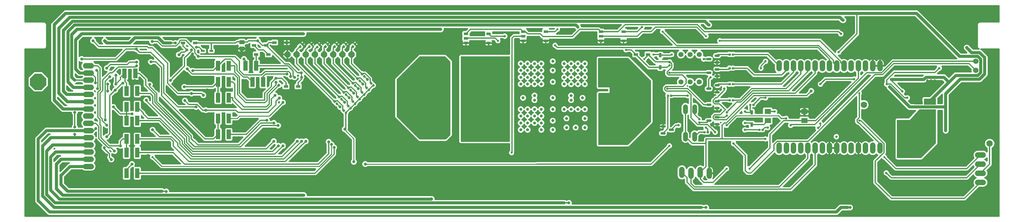
<source format=gbr>
G04 EAGLE Gerber RS-274X export*
G75*
%MOMM*%
%FSLAX34Y34*%
%LPD*%
%INBottom Copper*%
%IPPOS*%
%AMOC8*
5,1,8,0,0,1.08239X$1,22.5*%
G01*
%ADD10R,1.150000X2.700000*%
%ADD11C,0.240000*%
%ADD12C,0.260000*%
%ADD13R,1.050000X0.500000*%
%ADD14R,1.150000X0.800000*%
%ADD15C,0.460000*%
%ADD16R,0.800000X1.150000*%
%ADD17C,1.400000*%
%ADD18C,1.320800*%
%ADD19C,1.524000*%
%ADD20C,1.778000*%
%ADD21C,1.508000*%
%ADD22P,1.924489X8X22.500000*%
%ADD23P,4.870755X8X22.500000*%
%ADD24R,1.800000X1.400000*%
%ADD25C,1.524000*%
%ADD26C,0.650000*%
%ADD27R,1.200000X0.800000*%
%ADD28C,0.804800*%
%ADD29C,0.609600*%
%ADD30C,0.654800*%
%ADD31C,0.304800*%
%ADD32C,0.812800*%
%ADD33C,0.228600*%
%ADD34C,0.812800*%

G36*
X2711890Y6099D02*
X2711890Y6099D01*
X2711908Y6097D01*
X2712090Y6118D01*
X2712273Y6137D01*
X2712290Y6142D01*
X2712307Y6144D01*
X2712482Y6201D01*
X2712658Y6255D01*
X2712673Y6263D01*
X2712690Y6269D01*
X2712850Y6359D01*
X2713012Y6447D01*
X2713025Y6458D01*
X2713041Y6467D01*
X2713180Y6587D01*
X2713321Y6704D01*
X2713332Y6718D01*
X2713346Y6730D01*
X2713458Y6875D01*
X2713573Y7018D01*
X2713581Y7034D01*
X2713592Y7048D01*
X2713674Y7213D01*
X2713759Y7375D01*
X2713764Y7392D01*
X2713772Y7408D01*
X2713819Y7587D01*
X2713870Y7762D01*
X2713872Y7780D01*
X2713876Y7797D01*
X2713903Y8128D01*
X2713903Y471872D01*
X2713901Y471890D01*
X2713903Y471908D01*
X2713882Y472090D01*
X2713863Y472273D01*
X2713858Y472290D01*
X2713856Y472307D01*
X2713799Y472482D01*
X2713745Y472658D01*
X2713737Y472673D01*
X2713731Y472690D01*
X2713641Y472850D01*
X2713553Y473012D01*
X2713542Y473025D01*
X2713533Y473041D01*
X2713413Y473180D01*
X2713296Y473321D01*
X2713282Y473332D01*
X2713270Y473346D01*
X2713125Y473458D01*
X2712982Y473573D01*
X2712966Y473581D01*
X2712952Y473592D01*
X2712787Y473674D01*
X2712625Y473759D01*
X2712608Y473764D01*
X2712592Y473772D01*
X2712413Y473819D01*
X2712238Y473870D01*
X2712220Y473872D01*
X2712203Y473876D01*
X2711872Y473903D01*
X2662056Y473903D01*
X2662051Y473903D01*
X2662047Y473903D01*
X2661852Y473883D01*
X2661655Y473863D01*
X2661651Y473862D01*
X2661646Y473862D01*
X2661458Y473803D01*
X2661270Y473745D01*
X2661266Y473743D01*
X2661262Y473742D01*
X2661087Y473646D01*
X2660916Y473553D01*
X2660913Y473551D01*
X2660909Y473548D01*
X2660756Y473420D01*
X2660607Y473296D01*
X2660604Y473292D01*
X2660600Y473289D01*
X2660475Y473132D01*
X2660354Y472982D01*
X2660352Y472978D01*
X2660350Y472974D01*
X2660258Y472796D01*
X2660169Y472625D01*
X2660168Y472620D01*
X2660166Y472616D01*
X2660110Y472421D01*
X2660057Y472238D01*
X2660057Y472233D01*
X2660056Y472229D01*
X2660041Y472033D01*
X2660025Y471836D01*
X2660025Y471832D01*
X2660025Y471828D01*
X2660048Y471634D01*
X2660072Y471437D01*
X2660073Y471432D01*
X2660073Y471428D01*
X2660135Y471243D01*
X2660196Y471054D01*
X2660199Y471050D01*
X2660200Y471046D01*
X2660298Y470874D01*
X2660394Y470703D01*
X2660397Y470700D01*
X2660399Y470696D01*
X2660529Y470547D01*
X2660657Y470399D01*
X2660661Y470396D01*
X2660664Y470392D01*
X2660825Y470269D01*
X2660976Y470152D01*
X2660980Y470150D01*
X2660983Y470147D01*
X2661278Y469995D01*
X2662655Y469425D01*
X2679225Y452855D01*
X2680463Y449867D01*
X2680463Y401033D01*
X2679225Y398045D01*
X2662655Y381475D01*
X2659667Y380237D01*
X2608724Y380237D01*
X2608698Y380235D01*
X2608671Y380237D01*
X2608497Y380215D01*
X2608324Y380197D01*
X2608298Y380190D01*
X2608272Y380186D01*
X2608106Y380131D01*
X2607939Y380079D01*
X2607915Y380066D01*
X2607890Y380058D01*
X2607738Y379971D01*
X2607585Y379887D01*
X2607564Y379870D01*
X2607541Y379857D01*
X2607288Y379642D01*
X2572854Y345208D01*
X2572837Y345187D01*
X2572816Y345170D01*
X2572709Y345032D01*
X2572599Y344896D01*
X2572586Y344873D01*
X2572570Y344852D01*
X2572492Y344695D01*
X2572410Y344541D01*
X2572402Y344515D01*
X2572390Y344491D01*
X2572345Y344322D01*
X2572295Y344155D01*
X2572293Y344128D01*
X2572286Y344102D01*
X2572259Y343772D01*
X2572259Y243493D01*
X2571021Y240505D01*
X2568735Y238219D01*
X2567002Y237501D01*
X2565747Y236981D01*
X2562513Y236981D01*
X2559525Y238219D01*
X2557239Y240505D01*
X2556001Y243493D01*
X2556001Y300990D01*
X2555999Y301008D01*
X2556001Y301026D01*
X2555980Y301208D01*
X2555961Y301391D01*
X2555956Y301408D01*
X2555954Y301425D01*
X2555897Y301599D01*
X2555843Y301776D01*
X2555835Y301791D01*
X2555829Y301808D01*
X2555739Y301968D01*
X2555651Y302130D01*
X2555640Y302143D01*
X2555631Y302159D01*
X2555511Y302298D01*
X2555394Y302439D01*
X2555380Y302450D01*
X2555368Y302464D01*
X2555223Y302576D01*
X2555080Y302691D01*
X2555064Y302699D01*
X2555050Y302710D01*
X2554885Y302792D01*
X2554723Y302877D01*
X2554706Y302882D01*
X2554690Y302890D01*
X2554511Y302937D01*
X2554336Y302988D01*
X2554318Y302990D01*
X2554301Y302994D01*
X2553970Y303021D01*
X2543048Y303021D01*
X2543030Y303019D01*
X2543012Y303021D01*
X2542830Y303000D01*
X2542647Y302981D01*
X2542630Y302976D01*
X2542613Y302974D01*
X2542438Y302917D01*
X2542262Y302863D01*
X2542247Y302855D01*
X2542230Y302849D01*
X2542069Y302759D01*
X2541908Y302671D01*
X2541895Y302660D01*
X2541879Y302651D01*
X2541740Y302531D01*
X2541599Y302414D01*
X2541588Y302400D01*
X2541574Y302388D01*
X2541462Y302243D01*
X2541347Y302100D01*
X2541339Y302084D01*
X2541328Y302070D01*
X2541246Y301905D01*
X2541161Y301743D01*
X2541156Y301726D01*
X2541148Y301710D01*
X2541101Y301531D01*
X2541050Y301356D01*
X2541048Y301338D01*
X2541044Y301321D01*
X2541017Y300990D01*
X2541017Y209860D01*
X2540282Y208086D01*
X2498284Y166088D01*
X2496510Y165353D01*
X2430114Y165353D01*
X2430101Y165352D01*
X2430089Y165353D01*
X2429759Y165322D01*
X2429408Y165260D01*
X2429200Y165306D01*
X2429146Y165312D01*
X2429093Y165326D01*
X2428876Y165344D01*
X2428800Y165353D01*
X2428783Y165352D01*
X2428763Y165353D01*
X2428550Y165353D01*
X2428221Y165490D01*
X2428209Y165493D01*
X2428198Y165499D01*
X2427881Y165597D01*
X2427533Y165673D01*
X2427358Y165795D01*
X2427311Y165822D01*
X2427268Y165855D01*
X2427073Y165955D01*
X2427007Y165992D01*
X2426991Y165997D01*
X2426972Y166007D01*
X2426776Y166088D01*
X2426524Y166340D01*
X2426514Y166348D01*
X2426506Y166357D01*
X2426251Y166569D01*
X2425959Y166773D01*
X2425844Y166952D01*
X2425810Y166995D01*
X2425783Y167043D01*
X2425642Y167209D01*
X2425595Y167269D01*
X2425582Y167280D01*
X2425568Y167296D01*
X2425418Y167446D01*
X2425282Y167775D01*
X2425276Y167786D01*
X2425272Y167798D01*
X2425117Y168091D01*
X2424925Y168391D01*
X2424888Y168601D01*
X2424873Y168653D01*
X2424866Y168708D01*
X2424799Y168915D01*
X2424779Y168988D01*
X2424771Y169003D01*
X2424765Y169023D01*
X2424683Y169220D01*
X2424683Y169576D01*
X2424682Y169589D01*
X2424683Y169601D01*
X2424652Y169931D01*
X2424590Y170282D01*
X2424636Y170490D01*
X2424642Y170544D01*
X2424656Y170597D01*
X2424674Y170814D01*
X2424683Y170890D01*
X2424682Y170907D01*
X2424683Y170927D01*
X2424683Y275280D01*
X2425418Y277054D01*
X2426776Y278412D01*
X2428550Y279147D01*
X2461769Y279147D01*
X2461842Y279154D01*
X2461914Y279152D01*
X2462041Y279174D01*
X2462170Y279187D01*
X2462239Y279208D01*
X2462311Y279220D01*
X2462431Y279267D01*
X2462555Y279305D01*
X2462619Y279339D01*
X2462687Y279366D01*
X2462795Y279435D01*
X2462909Y279497D01*
X2462964Y279543D01*
X2463026Y279582D01*
X2463151Y279699D01*
X2463218Y279754D01*
X2463238Y279780D01*
X2463269Y279808D01*
X2481358Y299620D01*
X2481457Y299752D01*
X2481559Y299880D01*
X2481577Y299913D01*
X2481599Y299943D01*
X2481669Y300092D01*
X2481745Y300237D01*
X2481755Y300273D01*
X2481771Y300307D01*
X2481811Y300467D01*
X2481856Y300624D01*
X2481859Y300662D01*
X2481868Y300698D01*
X2481876Y300862D01*
X2481889Y301026D01*
X2481885Y301063D01*
X2481887Y301100D01*
X2481861Y301263D01*
X2481842Y301425D01*
X2481831Y301461D01*
X2481825Y301498D01*
X2481768Y301652D01*
X2481717Y301808D01*
X2481699Y301841D01*
X2481686Y301876D01*
X2481600Y302016D01*
X2481520Y302159D01*
X2481495Y302187D01*
X2481476Y302219D01*
X2481364Y302339D01*
X2481256Y302464D01*
X2481227Y302486D01*
X2481201Y302514D01*
X2481068Y302610D01*
X2480938Y302710D01*
X2480905Y302727D01*
X2480874Y302749D01*
X2480725Y302817D01*
X2480578Y302890D01*
X2480542Y302899D01*
X2480508Y302915D01*
X2480348Y302951D01*
X2480189Y302994D01*
X2480147Y302998D01*
X2480115Y303005D01*
X2480028Y303007D01*
X2479858Y303021D01*
X2462183Y303021D01*
X2459195Y304259D01*
X2401029Y362425D01*
X2399791Y365413D01*
X2399791Y365560D01*
X2399789Y365582D01*
X2399791Y365605D01*
X2399769Y365782D01*
X2399751Y365961D01*
X2399745Y365982D01*
X2399742Y366004D01*
X2399686Y366174D01*
X2399633Y366346D01*
X2399623Y366365D01*
X2399616Y366386D01*
X2399527Y366542D01*
X2399441Y366700D01*
X2399427Y366717D01*
X2399416Y366736D01*
X2399299Y366871D01*
X2399184Y367009D01*
X2399166Y367023D01*
X2399152Y367040D01*
X2399010Y367149D01*
X2398870Y367261D01*
X2398850Y367272D01*
X2398832Y367285D01*
X2398537Y367437D01*
X2396143Y368429D01*
X2394079Y370493D01*
X2392961Y373190D01*
X2392961Y376110D01*
X2394079Y378807D01*
X2394116Y378845D01*
X2394133Y378866D01*
X2394154Y378883D01*
X2394261Y379021D01*
X2394371Y379156D01*
X2394384Y379180D01*
X2394400Y379201D01*
X2394478Y379358D01*
X2394560Y379512D01*
X2394568Y379538D01*
X2394580Y379562D01*
X2394625Y379731D01*
X2394675Y379898D01*
X2394677Y379925D01*
X2394684Y379950D01*
X2394711Y380281D01*
X2394711Y387103D01*
X2395562Y389157D01*
X2418305Y411900D01*
X2420359Y412751D01*
X2531256Y412751D01*
X2531282Y412753D01*
X2531309Y412751D01*
X2531483Y412773D01*
X2531656Y412791D01*
X2531682Y412798D01*
X2531708Y412802D01*
X2531874Y412857D01*
X2532041Y412909D01*
X2532065Y412922D01*
X2532090Y412930D01*
X2532242Y413017D01*
X2532395Y413101D01*
X2532416Y413118D01*
X2532439Y413131D01*
X2532692Y413346D01*
X2538416Y419070D01*
X2538433Y419091D01*
X2538454Y419108D01*
X2538561Y419246D01*
X2538671Y419382D01*
X2538684Y419405D01*
X2538700Y419426D01*
X2538778Y419583D01*
X2538860Y419737D01*
X2538868Y419763D01*
X2538880Y419787D01*
X2538925Y419956D01*
X2538975Y420123D01*
X2538977Y420150D01*
X2538984Y420176D01*
X2539011Y420506D01*
X2539011Y420560D01*
X2540189Y423403D01*
X2540193Y423416D01*
X2540199Y423427D01*
X2540251Y423607D01*
X2540305Y423788D01*
X2540307Y423801D01*
X2540310Y423814D01*
X2540326Y424002D01*
X2540343Y424189D01*
X2540342Y424202D01*
X2540343Y424216D01*
X2540321Y424402D01*
X2540302Y424589D01*
X2540298Y424602D01*
X2540296Y424615D01*
X2540238Y424795D01*
X2540182Y424974D01*
X2540176Y424985D01*
X2540171Y424998D01*
X2540079Y425162D01*
X2539989Y425327D01*
X2539980Y425337D01*
X2539974Y425349D01*
X2539851Y425491D01*
X2539730Y425635D01*
X2539719Y425643D01*
X2539710Y425654D01*
X2539563Y425768D01*
X2539415Y425886D01*
X2539403Y425892D01*
X2539392Y425900D01*
X2539224Y425984D01*
X2539057Y426070D01*
X2539044Y426074D01*
X2539032Y426080D01*
X2538849Y426129D01*
X2538669Y426180D01*
X2538656Y426181D01*
X2538643Y426184D01*
X2538312Y426211D01*
X2422384Y426211D01*
X2422358Y426209D01*
X2422331Y426211D01*
X2422157Y426189D01*
X2421984Y426171D01*
X2421958Y426164D01*
X2421932Y426160D01*
X2421766Y426105D01*
X2421599Y426053D01*
X2421575Y426040D01*
X2421550Y426032D01*
X2421398Y425945D01*
X2421245Y425861D01*
X2421224Y425844D01*
X2421201Y425831D01*
X2420948Y425616D01*
X2391660Y396328D01*
X2389606Y395477D01*
X2370451Y395477D01*
X2370425Y395475D01*
X2370398Y395477D01*
X2370224Y395455D01*
X2370051Y395437D01*
X2370025Y395430D01*
X2369999Y395426D01*
X2369833Y395371D01*
X2369666Y395319D01*
X2369642Y395306D01*
X2369617Y395298D01*
X2369465Y395211D01*
X2369312Y395127D01*
X2369291Y395110D01*
X2369268Y395097D01*
X2369015Y394882D01*
X2330207Y356074D01*
X2330196Y356061D01*
X2330182Y356049D01*
X2330068Y355905D01*
X2329952Y355763D01*
X2329944Y355747D01*
X2329932Y355733D01*
X2329849Y355568D01*
X2329763Y355407D01*
X2329758Y355390D01*
X2329750Y355374D01*
X2329701Y355196D01*
X2329649Y355021D01*
X2329647Y355004D01*
X2329642Y354986D01*
X2329629Y354803D01*
X2329612Y354620D01*
X2329614Y354602D01*
X2329613Y354585D01*
X2329636Y354404D01*
X2329656Y354220D01*
X2329661Y354203D01*
X2329663Y354185D01*
X2329722Y354012D01*
X2329777Y353836D01*
X2329786Y353820D01*
X2329792Y353804D01*
X2329883Y353644D01*
X2329972Y353484D01*
X2329983Y353470D01*
X2329992Y353455D01*
X2330119Y353306D01*
X2331213Y350665D01*
X2331213Y347835D01*
X2330101Y345152D01*
X2330029Y345063D01*
X2330016Y345040D01*
X2330000Y345018D01*
X2329922Y344862D01*
X2329840Y344708D01*
X2329832Y344682D01*
X2329820Y344658D01*
X2329775Y344489D01*
X2329725Y344322D01*
X2329723Y344295D01*
X2329716Y344269D01*
X2329689Y343938D01*
X2329689Y331616D01*
X2329690Y331603D01*
X2329689Y331590D01*
X2329710Y331404D01*
X2329729Y331216D01*
X2329733Y331203D01*
X2329734Y331190D01*
X2329791Y331012D01*
X2329847Y330831D01*
X2329853Y330819D01*
X2329857Y330806D01*
X2329949Y330642D01*
X2330039Y330477D01*
X2330047Y330467D01*
X2330054Y330455D01*
X2330177Y330310D01*
X2330296Y330168D01*
X2330307Y330159D01*
X2330315Y330149D01*
X2330464Y330033D01*
X2330610Y329915D01*
X2330622Y329909D01*
X2330632Y329901D01*
X2330802Y329816D01*
X2330967Y329730D01*
X2330980Y329726D01*
X2330992Y329720D01*
X2331174Y329670D01*
X2331354Y329618D01*
X2331368Y329617D01*
X2331381Y329614D01*
X2331567Y329601D01*
X2331756Y329586D01*
X2331769Y329587D01*
X2331782Y329586D01*
X2331969Y329611D01*
X2332155Y329632D01*
X2332168Y329637D01*
X2332181Y329638D01*
X2332497Y329740D01*
X2334223Y330455D01*
X2339377Y330455D01*
X2344138Y328483D01*
X2347783Y324838D01*
X2349755Y320077D01*
X2349755Y314923D01*
X2347783Y310162D01*
X2344138Y306517D01*
X2339377Y304545D01*
X2334223Y304545D01*
X2332497Y305260D01*
X2332484Y305264D01*
X2332473Y305270D01*
X2332292Y305322D01*
X2332112Y305377D01*
X2332099Y305378D01*
X2332086Y305382D01*
X2331897Y305397D01*
X2331711Y305415D01*
X2331698Y305413D01*
X2331684Y305414D01*
X2331498Y305393D01*
X2331311Y305373D01*
X2331298Y305369D01*
X2331285Y305368D01*
X2331105Y305309D01*
X2330926Y305253D01*
X2330915Y305247D01*
X2330902Y305243D01*
X2330737Y305150D01*
X2330573Y305060D01*
X2330563Y305051D01*
X2330551Y305045D01*
X2330409Y304922D01*
X2330265Y304801D01*
X2330257Y304790D01*
X2330246Y304782D01*
X2330132Y304634D01*
X2330014Y304486D01*
X2330008Y304474D01*
X2330000Y304464D01*
X2329916Y304295D01*
X2329830Y304128D01*
X2329826Y304115D01*
X2329820Y304103D01*
X2329771Y303920D01*
X2329720Y303741D01*
X2329719Y303727D01*
X2329716Y303714D01*
X2329689Y303384D01*
X2329689Y280391D01*
X2329679Y280263D01*
X2329661Y280081D01*
X2329663Y280063D01*
X2329662Y280045D01*
X2329684Y279863D01*
X2329703Y279680D01*
X2329708Y279663D01*
X2329711Y279645D01*
X2329768Y279472D01*
X2329823Y279296D01*
X2329831Y279280D01*
X2329837Y279263D01*
X2329928Y279103D01*
X2330016Y278942D01*
X2330028Y278929D01*
X2330037Y278913D01*
X2330157Y278775D01*
X2330275Y278634D01*
X2330289Y278623D01*
X2330301Y278610D01*
X2330447Y278497D01*
X2330590Y278383D01*
X2330606Y278375D01*
X2330620Y278364D01*
X2330915Y278213D01*
X2331941Y277788D01*
X2395606Y214123D01*
X2397464Y212265D01*
X2398315Y210211D01*
X2398315Y183489D01*
X2397464Y181435D01*
X2396968Y180939D01*
X2396959Y180928D01*
X2396949Y180920D01*
X2396832Y180773D01*
X2396713Y180627D01*
X2396706Y180615D01*
X2396698Y180605D01*
X2396612Y180438D01*
X2396524Y180272D01*
X2396520Y180259D01*
X2396514Y180247D01*
X2396463Y180065D01*
X2396409Y179886D01*
X2396408Y179872D01*
X2396404Y179859D01*
X2396390Y179673D01*
X2396373Y179485D01*
X2396374Y179471D01*
X2396373Y179458D01*
X2396396Y179273D01*
X2396416Y179084D01*
X2396420Y179072D01*
X2396422Y179058D01*
X2396481Y178880D01*
X2396538Y178701D01*
X2396544Y178689D01*
X2396548Y178676D01*
X2396642Y178512D01*
X2396733Y178348D01*
X2396741Y178338D01*
X2396748Y178326D01*
X2396871Y178185D01*
X2396993Y178041D01*
X2397004Y178033D01*
X2397012Y178023D01*
X2397160Y177909D01*
X2397309Y177792D01*
X2397321Y177785D01*
X2397332Y177777D01*
X2397627Y177626D01*
X2397979Y177480D01*
X2399980Y175479D01*
X2401091Y172796D01*
X2401103Y172682D01*
X2401110Y172656D01*
X2401114Y172630D01*
X2401169Y172464D01*
X2401221Y172297D01*
X2401234Y172273D01*
X2401242Y172248D01*
X2401329Y172096D01*
X2401413Y171943D01*
X2401430Y171922D01*
X2401443Y171899D01*
X2401658Y171646D01*
X2427420Y145884D01*
X2427441Y145867D01*
X2427458Y145846D01*
X2427596Y145739D01*
X2427732Y145629D01*
X2427755Y145616D01*
X2427776Y145600D01*
X2427933Y145522D01*
X2428087Y145440D01*
X2428113Y145432D01*
X2428137Y145420D01*
X2428306Y145375D01*
X2428473Y145325D01*
X2428500Y145323D01*
X2428526Y145316D01*
X2428856Y145289D01*
X2619394Y145289D01*
X2619420Y145291D01*
X2619447Y145289D01*
X2619621Y145311D01*
X2619794Y145329D01*
X2619820Y145336D01*
X2619846Y145340D01*
X2620012Y145395D01*
X2620179Y145447D01*
X2620203Y145460D01*
X2620228Y145468D01*
X2620380Y145555D01*
X2620533Y145639D01*
X2620554Y145656D01*
X2620577Y145669D01*
X2620830Y145884D01*
X2643286Y168340D01*
X2643297Y168354D01*
X2643311Y168365D01*
X2643425Y168509D01*
X2643541Y168651D01*
X2643550Y168667D01*
X2643561Y168681D01*
X2643644Y168845D01*
X2643730Y169007D01*
X2643735Y169024D01*
X2643743Y169040D01*
X2643792Y169217D01*
X2643845Y169393D01*
X2643846Y169411D01*
X2643851Y169428D01*
X2643864Y169611D01*
X2643881Y169794D01*
X2643879Y169812D01*
X2643880Y169829D01*
X2643857Y170011D01*
X2643838Y170194D01*
X2643832Y170211D01*
X2643830Y170229D01*
X2643772Y170403D01*
X2643716Y170578D01*
X2643707Y170594D01*
X2643702Y170611D01*
X2643610Y170770D01*
X2643521Y170930D01*
X2643510Y170944D01*
X2643501Y170959D01*
X2643286Y171212D01*
X2643272Y171227D01*
X2641505Y175492D01*
X2641505Y180108D01*
X2643272Y184374D01*
X2646536Y187638D01*
X2649987Y189067D01*
X2650802Y189405D01*
X2670498Y189405D01*
X2674764Y187638D01*
X2676994Y185408D01*
X2677001Y185402D01*
X2677006Y185395D01*
X2677156Y185275D01*
X2677305Y185153D01*
X2677313Y185149D01*
X2677320Y185143D01*
X2677490Y185055D01*
X2677661Y184964D01*
X2677670Y184962D01*
X2677677Y184958D01*
X2677862Y184904D01*
X2678047Y184849D01*
X2678056Y184849D01*
X2678064Y184846D01*
X2678255Y184830D01*
X2678448Y184813D01*
X2678457Y184814D01*
X2678466Y184813D01*
X2678655Y184835D01*
X2678848Y184856D01*
X2678857Y184859D01*
X2678865Y184860D01*
X2679047Y184920D01*
X2679232Y184978D01*
X2679240Y184982D01*
X2679248Y184985D01*
X2679417Y185080D01*
X2679584Y185173D01*
X2679591Y185178D01*
X2679599Y185183D01*
X2679745Y185309D01*
X2679891Y185433D01*
X2679897Y185440D01*
X2679904Y185446D01*
X2680021Y185597D01*
X2680141Y185749D01*
X2680145Y185757D01*
X2680150Y185764D01*
X2680236Y185936D01*
X2680323Y186108D01*
X2680326Y186117D01*
X2680330Y186125D01*
X2680380Y186311D01*
X2680431Y186496D01*
X2680432Y186505D01*
X2680434Y186513D01*
X2680461Y186844D01*
X2680461Y196486D01*
X2680459Y196508D01*
X2680461Y196530D01*
X2680439Y196707D01*
X2680421Y196886D01*
X2680415Y196908D01*
X2680412Y196930D01*
X2680356Y197099D01*
X2680303Y197271D01*
X2680293Y197291D01*
X2680286Y197312D01*
X2680197Y197467D01*
X2680111Y197625D01*
X2680097Y197642D01*
X2680086Y197662D01*
X2679968Y197797D01*
X2679854Y197934D01*
X2679836Y197948D01*
X2679822Y197965D01*
X2679680Y198074D01*
X2679540Y198187D01*
X2679520Y198197D01*
X2679502Y198211D01*
X2679207Y198362D01*
X2678712Y198567D01*
X2675067Y202212D01*
X2673095Y206973D01*
X2673095Y212127D01*
X2675067Y216888D01*
X2678712Y220533D01*
X2681210Y221567D01*
X2683473Y222505D01*
X2688627Y222505D01*
X2693388Y220533D01*
X2697033Y216888D01*
X2699005Y212127D01*
X2699005Y206973D01*
X2697033Y202212D01*
X2693388Y198567D01*
X2692893Y198362D01*
X2692873Y198352D01*
X2692852Y198345D01*
X2692696Y198257D01*
X2692538Y198172D01*
X2692521Y198158D01*
X2692501Y198147D01*
X2692366Y198030D01*
X2692227Y197916D01*
X2692213Y197898D01*
X2692196Y197884D01*
X2692087Y197742D01*
X2691974Y197603D01*
X2691963Y197583D01*
X2691950Y197566D01*
X2691870Y197405D01*
X2691787Y197246D01*
X2691780Y197225D01*
X2691770Y197205D01*
X2691724Y197031D01*
X2691674Y196860D01*
X2691672Y196838D01*
X2691666Y196816D01*
X2691639Y196486D01*
X2691639Y151288D01*
X2690788Y149234D01*
X2678014Y136460D01*
X2678003Y136446D01*
X2677989Y136435D01*
X2677875Y136291D01*
X2677759Y136149D01*
X2677750Y136133D01*
X2677739Y136119D01*
X2677656Y135955D01*
X2677570Y135793D01*
X2677565Y135776D01*
X2677557Y135760D01*
X2677508Y135583D01*
X2677455Y135407D01*
X2677454Y135389D01*
X2677449Y135372D01*
X2677436Y135189D01*
X2677419Y135006D01*
X2677421Y134988D01*
X2677420Y134971D01*
X2677443Y134789D01*
X2677462Y134606D01*
X2677468Y134589D01*
X2677470Y134571D01*
X2677528Y134397D01*
X2677584Y134222D01*
X2677593Y134206D01*
X2677598Y134189D01*
X2677690Y134030D01*
X2677779Y133870D01*
X2677790Y133856D01*
X2677799Y133841D01*
X2678014Y133588D01*
X2678028Y133573D01*
X2679795Y129308D01*
X2679795Y124692D01*
X2678028Y120426D01*
X2674764Y117162D01*
X2672385Y116177D01*
X2672377Y116172D01*
X2672368Y116170D01*
X2672199Y116077D01*
X2672030Y115986D01*
X2672023Y115981D01*
X2672015Y115976D01*
X2671868Y115853D01*
X2671719Y115730D01*
X2671714Y115723D01*
X2671707Y115717D01*
X2671586Y115566D01*
X2671466Y115417D01*
X2671462Y115410D01*
X2671456Y115402D01*
X2671367Y115229D01*
X2671279Y115061D01*
X2671276Y115052D01*
X2671272Y115044D01*
X2671219Y114858D01*
X2671166Y114674D01*
X2671165Y114665D01*
X2671162Y114657D01*
X2671148Y114466D01*
X2671131Y114273D01*
X2671132Y114264D01*
X2671131Y114256D01*
X2671155Y114064D01*
X2671176Y113873D01*
X2671179Y113865D01*
X2671180Y113856D01*
X2671240Y113673D01*
X2671299Y113490D01*
X2671304Y113482D01*
X2671306Y113474D01*
X2671402Y113307D01*
X2671496Y113138D01*
X2671501Y113132D01*
X2671506Y113124D01*
X2671631Y112980D01*
X2671757Y112833D01*
X2671765Y112827D01*
X2671770Y112820D01*
X2671923Y112703D01*
X2672074Y112584D01*
X2672082Y112580D01*
X2672090Y112575D01*
X2672385Y112423D01*
X2674764Y111438D01*
X2678028Y108174D01*
X2679795Y103908D01*
X2679795Y99292D01*
X2678028Y95026D01*
X2674764Y91762D01*
X2670498Y89995D01*
X2657790Y89995D01*
X2657764Y89993D01*
X2657737Y89995D01*
X2657563Y89973D01*
X2657390Y89955D01*
X2657364Y89948D01*
X2657338Y89944D01*
X2657172Y89889D01*
X2657005Y89837D01*
X2656981Y89824D01*
X2656956Y89816D01*
X2656804Y89729D01*
X2656651Y89645D01*
X2656630Y89628D01*
X2656607Y89615D01*
X2656354Y89400D01*
X2619366Y52412D01*
X2617312Y51561D01*
X2411888Y51561D01*
X2409834Y52412D01*
X2363812Y98434D01*
X2362961Y100488D01*
X2362961Y161536D01*
X2363812Y163590D01*
X2376045Y175823D01*
X2376053Y175833D01*
X2376063Y175842D01*
X2376180Y175989D01*
X2376300Y176134D01*
X2376306Y176146D01*
X2376314Y176157D01*
X2376400Y176324D01*
X2376488Y176490D01*
X2376492Y176503D01*
X2376498Y176515D01*
X2376550Y176697D01*
X2376603Y176876D01*
X2376604Y176889D01*
X2376608Y176902D01*
X2376622Y177089D01*
X2376639Y177277D01*
X2376638Y177291D01*
X2376639Y177304D01*
X2376617Y177489D01*
X2376596Y177677D01*
X2376592Y177690D01*
X2376590Y177703D01*
X2376531Y177881D01*
X2376475Y178061D01*
X2376468Y178073D01*
X2376464Y178086D01*
X2376370Y178250D01*
X2376280Y178414D01*
X2376271Y178424D01*
X2376264Y178435D01*
X2376141Y178577D01*
X2376019Y178721D01*
X2376009Y178729D01*
X2376000Y178739D01*
X2375851Y178853D01*
X2375703Y178970D01*
X2375691Y178976D01*
X2375681Y178984D01*
X2375386Y179136D01*
X2374931Y179324D01*
X2372986Y181269D01*
X2372973Y181280D01*
X2372961Y181294D01*
X2372817Y181408D01*
X2372675Y181524D01*
X2372659Y181532D01*
X2372645Y181543D01*
X2372481Y181627D01*
X2372319Y181713D01*
X2372302Y181718D01*
X2372286Y181726D01*
X2372109Y181775D01*
X2371933Y181827D01*
X2371915Y181829D01*
X2371898Y181834D01*
X2371715Y181847D01*
X2371532Y181864D01*
X2371514Y181862D01*
X2371497Y181863D01*
X2371315Y181840D01*
X2371132Y181820D01*
X2371115Y181815D01*
X2371097Y181813D01*
X2370924Y181755D01*
X2370748Y181699D01*
X2370732Y181690D01*
X2370716Y181685D01*
X2370556Y181593D01*
X2370396Y181504D01*
X2370382Y181493D01*
X2370367Y181484D01*
X2370114Y181269D01*
X2368169Y179324D01*
X2363874Y177545D01*
X2359226Y177545D01*
X2354931Y179324D01*
X2352986Y181269D01*
X2352972Y181280D01*
X2352961Y181294D01*
X2352817Y181408D01*
X2352675Y181524D01*
X2352659Y181532D01*
X2352645Y181543D01*
X2352481Y181627D01*
X2352319Y181713D01*
X2352302Y181718D01*
X2352286Y181726D01*
X2352109Y181775D01*
X2351933Y181827D01*
X2351915Y181829D01*
X2351898Y181834D01*
X2351715Y181847D01*
X2351532Y181864D01*
X2351514Y181862D01*
X2351497Y181863D01*
X2351315Y181840D01*
X2351132Y181820D01*
X2351115Y181815D01*
X2351097Y181813D01*
X2350923Y181754D01*
X2350748Y181699D01*
X2350732Y181690D01*
X2350716Y181685D01*
X2350557Y181593D01*
X2350396Y181504D01*
X2350382Y181493D01*
X2350367Y181484D01*
X2350114Y181269D01*
X2348169Y179324D01*
X2343874Y177545D01*
X2339226Y177545D01*
X2334931Y179324D01*
X2331909Y182347D01*
X2331895Y182358D01*
X2331883Y182372D01*
X2331739Y182485D01*
X2331597Y182602D01*
X2331581Y182610D01*
X2331567Y182621D01*
X2331403Y182705D01*
X2331241Y182790D01*
X2331224Y182795D01*
X2331208Y182803D01*
X2331031Y182853D01*
X2330856Y182905D01*
X2330838Y182907D01*
X2330821Y182911D01*
X2330637Y182925D01*
X2330455Y182941D01*
X2330437Y182940D01*
X2330419Y182941D01*
X2330237Y182918D01*
X2330054Y182898D01*
X2330037Y182893D01*
X2330020Y182890D01*
X2329846Y182832D01*
X2329670Y182777D01*
X2329655Y182768D01*
X2329638Y182762D01*
X2329478Y182670D01*
X2329318Y182582D01*
X2329305Y182570D01*
X2329289Y182561D01*
X2329036Y182347D01*
X2328169Y181480D01*
X2326875Y180540D01*
X2325450Y179814D01*
X2324089Y179371D01*
X2324089Y196342D01*
X2324087Y196360D01*
X2324089Y196377D01*
X2324068Y196560D01*
X2324049Y196742D01*
X2324044Y196759D01*
X2324042Y196777D01*
X2324017Y196855D01*
X2324056Y196992D01*
X2324058Y197010D01*
X2324062Y197027D01*
X2324089Y197358D01*
X2324089Y214329D01*
X2325450Y213886D01*
X2326875Y213160D01*
X2328169Y212220D01*
X2329036Y211353D01*
X2329050Y211342D01*
X2329061Y211328D01*
X2329206Y211215D01*
X2329348Y211098D01*
X2329363Y211090D01*
X2329377Y211079D01*
X2329542Y210995D01*
X2329703Y210910D01*
X2329720Y210905D01*
X2329736Y210897D01*
X2329914Y210847D01*
X2330089Y210795D01*
X2330107Y210793D01*
X2330124Y210789D01*
X2330307Y210775D01*
X2330490Y210759D01*
X2330508Y210760D01*
X2330526Y210759D01*
X2330708Y210782D01*
X2330890Y210802D01*
X2330907Y210807D01*
X2330925Y210810D01*
X2331099Y210868D01*
X2331274Y210923D01*
X2331290Y210932D01*
X2331307Y210938D01*
X2331466Y211030D01*
X2331627Y211118D01*
X2331640Y211130D01*
X2331656Y211139D01*
X2331909Y211353D01*
X2334931Y214376D01*
X2339226Y216155D01*
X2343874Y216155D01*
X2348169Y214376D01*
X2350114Y212431D01*
X2350127Y212420D01*
X2350139Y212406D01*
X2350283Y212292D01*
X2350425Y212176D01*
X2350441Y212168D01*
X2350455Y212157D01*
X2350619Y212073D01*
X2350781Y211987D01*
X2350798Y211982D01*
X2350814Y211974D01*
X2350991Y211925D01*
X2351167Y211873D01*
X2351185Y211871D01*
X2351202Y211866D01*
X2351385Y211853D01*
X2351568Y211836D01*
X2351586Y211838D01*
X2351603Y211837D01*
X2351785Y211860D01*
X2351968Y211880D01*
X2351985Y211885D01*
X2352003Y211887D01*
X2352176Y211945D01*
X2352352Y212001D01*
X2352368Y212010D01*
X2352384Y212015D01*
X2352544Y212107D01*
X2352704Y212196D01*
X2352718Y212207D01*
X2352733Y212216D01*
X2352986Y212431D01*
X2354931Y214376D01*
X2359226Y216155D01*
X2361838Y216155D01*
X2361847Y216156D01*
X2361856Y216155D01*
X2362049Y216176D01*
X2362238Y216195D01*
X2362247Y216197D01*
X2362256Y216198D01*
X2362440Y216257D01*
X2362623Y216313D01*
X2362631Y216317D01*
X2362640Y216320D01*
X2362808Y216413D01*
X2362977Y216505D01*
X2362984Y216510D01*
X2362992Y216515D01*
X2363138Y216638D01*
X2363287Y216762D01*
X2363292Y216769D01*
X2363299Y216775D01*
X2363419Y216927D01*
X2363539Y217076D01*
X2363543Y217084D01*
X2363549Y217091D01*
X2363636Y217264D01*
X2363724Y217433D01*
X2363727Y217442D01*
X2363731Y217450D01*
X2363783Y217636D01*
X2363836Y217820D01*
X2363837Y217829D01*
X2363839Y217838D01*
X2363853Y218031D01*
X2363869Y218222D01*
X2363868Y218230D01*
X2363868Y218239D01*
X2363844Y218432D01*
X2363822Y218621D01*
X2363819Y218630D01*
X2363818Y218639D01*
X2363757Y218820D01*
X2363697Y219004D01*
X2363692Y219012D01*
X2363690Y219020D01*
X2363594Y219187D01*
X2363499Y219355D01*
X2363493Y219362D01*
X2363489Y219369D01*
X2363274Y219622D01*
X2322126Y260770D01*
X2322105Y260787D01*
X2322088Y260808D01*
X2321950Y260914D01*
X2321814Y261025D01*
X2321791Y261038D01*
X2321770Y261054D01*
X2321613Y261132D01*
X2321459Y261214D01*
X2321433Y261222D01*
X2321409Y261234D01*
X2321240Y261279D01*
X2321073Y261329D01*
X2321046Y261331D01*
X2321020Y261338D01*
X2320690Y261365D01*
X2320463Y261365D01*
X2318409Y262216D01*
X2313266Y267359D01*
X2312415Y269413D01*
X2312415Y276687D01*
X2313266Y278741D01*
X2317916Y283391D01*
X2317933Y283412D01*
X2317954Y283429D01*
X2318061Y283567D01*
X2318171Y283703D01*
X2318184Y283726D01*
X2318200Y283747D01*
X2318278Y283904D01*
X2318360Y284058D01*
X2318368Y284084D01*
X2318380Y284108D01*
X2318425Y284277D01*
X2318475Y284444D01*
X2318477Y284471D01*
X2318484Y284497D01*
X2318511Y284827D01*
X2318511Y339475D01*
X2318510Y339484D01*
X2318511Y339493D01*
X2318490Y339685D01*
X2318471Y339875D01*
X2318469Y339884D01*
X2318468Y339893D01*
X2318409Y340077D01*
X2318353Y340260D01*
X2318349Y340268D01*
X2318346Y340277D01*
X2318253Y340445D01*
X2318161Y340614D01*
X2318156Y340621D01*
X2318151Y340629D01*
X2318027Y340776D01*
X2317904Y340924D01*
X2317897Y340929D01*
X2317891Y340936D01*
X2317739Y341056D01*
X2317590Y341176D01*
X2317582Y341180D01*
X2317575Y341186D01*
X2317402Y341273D01*
X2317233Y341361D01*
X2317224Y341364D01*
X2317216Y341368D01*
X2317030Y341420D01*
X2316846Y341473D01*
X2316837Y341474D01*
X2316828Y341476D01*
X2316635Y341490D01*
X2316444Y341506D01*
X2316436Y341505D01*
X2316427Y341505D01*
X2316234Y341481D01*
X2316045Y341459D01*
X2316036Y341456D01*
X2316027Y341455D01*
X2315845Y341394D01*
X2315662Y341334D01*
X2315654Y341330D01*
X2315646Y341327D01*
X2315479Y341231D01*
X2315311Y341136D01*
X2315304Y341130D01*
X2315297Y341126D01*
X2315044Y340911D01*
X2189775Y215642D01*
X2189764Y215629D01*
X2189750Y215617D01*
X2189636Y215473D01*
X2189520Y215331D01*
X2189512Y215315D01*
X2189500Y215301D01*
X2189417Y215137D01*
X2189331Y214975D01*
X2189326Y214958D01*
X2189318Y214942D01*
X2189269Y214765D01*
X2189216Y214589D01*
X2189215Y214571D01*
X2189210Y214554D01*
X2189197Y214371D01*
X2189180Y214188D01*
X2189182Y214171D01*
X2189181Y214153D01*
X2189204Y213971D01*
X2189223Y213788D01*
X2189229Y213771D01*
X2189231Y213753D01*
X2189289Y213580D01*
X2189345Y213404D01*
X2189354Y213388D01*
X2189359Y213372D01*
X2189451Y213212D01*
X2189540Y213052D01*
X2189551Y213038D01*
X2189560Y213023D01*
X2189775Y212770D01*
X2190114Y212431D01*
X2190127Y212420D01*
X2190139Y212406D01*
X2190283Y212292D01*
X2190425Y212176D01*
X2190441Y212168D01*
X2190455Y212157D01*
X2190619Y212073D01*
X2190781Y211987D01*
X2190798Y211982D01*
X2190814Y211974D01*
X2190991Y211925D01*
X2191167Y211873D01*
X2191185Y211871D01*
X2191202Y211866D01*
X2191385Y211853D01*
X2191568Y211836D01*
X2191586Y211838D01*
X2191603Y211837D01*
X2191785Y211860D01*
X2191968Y211880D01*
X2191985Y211885D01*
X2192003Y211887D01*
X2192176Y211945D01*
X2192352Y212001D01*
X2192368Y212010D01*
X2192384Y212015D01*
X2192544Y212107D01*
X2192704Y212196D01*
X2192718Y212207D01*
X2192733Y212216D01*
X2192986Y212431D01*
X2194931Y214376D01*
X2199226Y216155D01*
X2203874Y216155D01*
X2208169Y214376D01*
X2210114Y212431D01*
X2210127Y212420D01*
X2210139Y212406D01*
X2210283Y212292D01*
X2210425Y212176D01*
X2210441Y212168D01*
X2210455Y212157D01*
X2210619Y212073D01*
X2210781Y211987D01*
X2210798Y211982D01*
X2210814Y211974D01*
X2210991Y211925D01*
X2211167Y211873D01*
X2211185Y211871D01*
X2211202Y211866D01*
X2211385Y211853D01*
X2211568Y211836D01*
X2211586Y211838D01*
X2211603Y211837D01*
X2211785Y211860D01*
X2211968Y211880D01*
X2211985Y211885D01*
X2212003Y211887D01*
X2212176Y211945D01*
X2212352Y212001D01*
X2212368Y212010D01*
X2212384Y212015D01*
X2212544Y212107D01*
X2212704Y212196D01*
X2212718Y212207D01*
X2212733Y212216D01*
X2212986Y212431D01*
X2214931Y214376D01*
X2219226Y216155D01*
X2223874Y216155D01*
X2228169Y214376D01*
X2231191Y211353D01*
X2231205Y211342D01*
X2231217Y211328D01*
X2231361Y211214D01*
X2231503Y211098D01*
X2231519Y211090D01*
X2231533Y211079D01*
X2231697Y210995D01*
X2231859Y210910D01*
X2231876Y210905D01*
X2231892Y210896D01*
X2232068Y210847D01*
X2232244Y210795D01*
X2232262Y210793D01*
X2232279Y210788D01*
X2232462Y210775D01*
X2232645Y210758D01*
X2232663Y210760D01*
X2232681Y210759D01*
X2232862Y210782D01*
X2233046Y210802D01*
X2233063Y210807D01*
X2233080Y210810D01*
X2233254Y210868D01*
X2233430Y210923D01*
X2233445Y210932D01*
X2233462Y210938D01*
X2233622Y211030D01*
X2233782Y211118D01*
X2233795Y211130D01*
X2233811Y211139D01*
X2234064Y211353D01*
X2234931Y212220D01*
X2236225Y213160D01*
X2237650Y213886D01*
X2239011Y214329D01*
X2239011Y197358D01*
X2239012Y197340D01*
X2239011Y197323D01*
X2239032Y197140D01*
X2239051Y196958D01*
X2239056Y196941D01*
X2239058Y196923D01*
X2239083Y196845D01*
X2239044Y196708D01*
X2239042Y196690D01*
X2239038Y196673D01*
X2239011Y196342D01*
X2239011Y179371D01*
X2237650Y179814D01*
X2236225Y180540D01*
X2234931Y181480D01*
X2234064Y182347D01*
X2234050Y182358D01*
X2234039Y182372D01*
X2233895Y182485D01*
X2233752Y182602D01*
X2233737Y182610D01*
X2233723Y182621D01*
X2233559Y182704D01*
X2233397Y182790D01*
X2233380Y182795D01*
X2233364Y182804D01*
X2233187Y182853D01*
X2233011Y182905D01*
X2232993Y182907D01*
X2232976Y182912D01*
X2232793Y182925D01*
X2232610Y182942D01*
X2232592Y182940D01*
X2232574Y182941D01*
X2232392Y182918D01*
X2232210Y182898D01*
X2232193Y182893D01*
X2232175Y182890D01*
X2232001Y182832D01*
X2231826Y182777D01*
X2231810Y182768D01*
X2231793Y182762D01*
X2231634Y182671D01*
X2231473Y182582D01*
X2231460Y182570D01*
X2231444Y182561D01*
X2231191Y182347D01*
X2228169Y179324D01*
X2223874Y177545D01*
X2219226Y177545D01*
X2214931Y179324D01*
X2212986Y181269D01*
X2212972Y181280D01*
X2212961Y181294D01*
X2212817Y181408D01*
X2212675Y181524D01*
X2212659Y181532D01*
X2212645Y181543D01*
X2212481Y181627D01*
X2212319Y181713D01*
X2212302Y181718D01*
X2212286Y181726D01*
X2212109Y181775D01*
X2211933Y181827D01*
X2211915Y181829D01*
X2211898Y181834D01*
X2211715Y181847D01*
X2211532Y181864D01*
X2211514Y181862D01*
X2211497Y181863D01*
X2211315Y181840D01*
X2211132Y181820D01*
X2211115Y181815D01*
X2211097Y181813D01*
X2210923Y181754D01*
X2210748Y181699D01*
X2210732Y181690D01*
X2210716Y181685D01*
X2210557Y181593D01*
X2210396Y181504D01*
X2210382Y181493D01*
X2210367Y181484D01*
X2210114Y181269D01*
X2208110Y179266D01*
X2208038Y179227D01*
X2208021Y179213D01*
X2208001Y179202D01*
X2207865Y179084D01*
X2207728Y178970D01*
X2207713Y178953D01*
X2207696Y178938D01*
X2207587Y178797D01*
X2207474Y178658D01*
X2207463Y178638D01*
X2207450Y178620D01*
X2207370Y178460D01*
X2207287Y178301D01*
X2207280Y178280D01*
X2207270Y178260D01*
X2207224Y178087D01*
X2207174Y177915D01*
X2207172Y177893D01*
X2207166Y177871D01*
X2207139Y177540D01*
X2207139Y149388D01*
X2206288Y147334D01*
X2136766Y77812D01*
X2134712Y76961D01*
X1864236Y76961D01*
X1862182Y77812D01*
X1840899Y99094D01*
X1840049Y101148D01*
X1840049Y109541D01*
X1840047Y109555D01*
X1840048Y109568D01*
X1840027Y109754D01*
X1840009Y109942D01*
X1840005Y109955D01*
X1840003Y109968D01*
X1839946Y110147D01*
X1839891Y110327D01*
X1839884Y110338D01*
X1839880Y110351D01*
X1839788Y110516D01*
X1839699Y110681D01*
X1839690Y110691D01*
X1839684Y110703D01*
X1839561Y110846D01*
X1839441Y110990D01*
X1839431Y110998D01*
X1839422Y111009D01*
X1839273Y111125D01*
X1839127Y111242D01*
X1839115Y111248D01*
X1839105Y111257D01*
X1838936Y111342D01*
X1838770Y111428D01*
X1838757Y111431D01*
X1838745Y111438D01*
X1838563Y111487D01*
X1838383Y111539D01*
X1838370Y111540D01*
X1838357Y111544D01*
X1838169Y111557D01*
X1837982Y111572D01*
X1837969Y111571D01*
X1837955Y111571D01*
X1837767Y111547D01*
X1837582Y111525D01*
X1837569Y111521D01*
X1837556Y111519D01*
X1837240Y111418D01*
X1833738Y109967D01*
X1829089Y109967D01*
X1824794Y111746D01*
X1821507Y115033D01*
X1819729Y119327D01*
X1819729Y139216D01*
X1821507Y143511D01*
X1824794Y146798D01*
X1828765Y148442D01*
X1829089Y148576D01*
X1833738Y148576D01*
X1838032Y146798D01*
X1841319Y143511D01*
X1842763Y140025D01*
X1842767Y140018D01*
X1842770Y140009D01*
X1842862Y139840D01*
X1842953Y139671D01*
X1842959Y139664D01*
X1842963Y139656D01*
X1843087Y139509D01*
X1843209Y139360D01*
X1843216Y139355D01*
X1843222Y139348D01*
X1843374Y139227D01*
X1843522Y139107D01*
X1843530Y139102D01*
X1843537Y139097D01*
X1843711Y139008D01*
X1843879Y138919D01*
X1843887Y138917D01*
X1843895Y138913D01*
X1844081Y138860D01*
X1844265Y138806D01*
X1844274Y138806D01*
X1844282Y138803D01*
X1844473Y138788D01*
X1844666Y138772D01*
X1844675Y138773D01*
X1844684Y138772D01*
X1844875Y138795D01*
X1845066Y138817D01*
X1845075Y138820D01*
X1845084Y138821D01*
X1845266Y138881D01*
X1845449Y138940D01*
X1845457Y138944D01*
X1845466Y138947D01*
X1845632Y139042D01*
X1845801Y139136D01*
X1845808Y139142D01*
X1845815Y139147D01*
X1845960Y139272D01*
X1846107Y139398D01*
X1846112Y139405D01*
X1846119Y139411D01*
X1846235Y139563D01*
X1846355Y139715D01*
X1846359Y139723D01*
X1846364Y139730D01*
X1846516Y140025D01*
X1846908Y140971D01*
X1850194Y144258D01*
X1854489Y146036D01*
X1859138Y146036D01*
X1863432Y144258D01*
X1866719Y140971D01*
X1867111Y140025D01*
X1867115Y140017D01*
X1867118Y140009D01*
X1867209Y139842D01*
X1867301Y139671D01*
X1867307Y139664D01*
X1867311Y139656D01*
X1867435Y139509D01*
X1867557Y139360D01*
X1867564Y139355D01*
X1867570Y139348D01*
X1867720Y139228D01*
X1867870Y139107D01*
X1867878Y139102D01*
X1867885Y139097D01*
X1868055Y139009D01*
X1868226Y138919D01*
X1868235Y138917D01*
X1868243Y138913D01*
X1868426Y138861D01*
X1868613Y138806D01*
X1868622Y138806D01*
X1868630Y138803D01*
X1868821Y138788D01*
X1869014Y138772D01*
X1869023Y138773D01*
X1869032Y138772D01*
X1869221Y138795D01*
X1869414Y138817D01*
X1869423Y138820D01*
X1869431Y138821D01*
X1869612Y138880D01*
X1869797Y138940D01*
X1869805Y138944D01*
X1869814Y138947D01*
X1869980Y139042D01*
X1870149Y139136D01*
X1870156Y139142D01*
X1870163Y139147D01*
X1870309Y139274D01*
X1870455Y139398D01*
X1870460Y139405D01*
X1870467Y139411D01*
X1870584Y139564D01*
X1870703Y139715D01*
X1870707Y139723D01*
X1870712Y139730D01*
X1870864Y140025D01*
X1872307Y143511D01*
X1875594Y146798D01*
X1879565Y148442D01*
X1879889Y148576D01*
X1884538Y148576D01*
X1888832Y146798D01*
X1888897Y146732D01*
X1888911Y146721D01*
X1888923Y146707D01*
X1889067Y146593D01*
X1889209Y146477D01*
X1889225Y146469D01*
X1889239Y146458D01*
X1889403Y146374D01*
X1889565Y146289D01*
X1889582Y146283D01*
X1889598Y146275D01*
X1889775Y146226D01*
X1889951Y146174D01*
X1889968Y146172D01*
X1889986Y146167D01*
X1890169Y146154D01*
X1890352Y146137D01*
X1890369Y146139D01*
X1890387Y146138D01*
X1890569Y146161D01*
X1890752Y146181D01*
X1890769Y146186D01*
X1890787Y146188D01*
X1890960Y146247D01*
X1891136Y146302D01*
X1891151Y146311D01*
X1891168Y146317D01*
X1891327Y146408D01*
X1891488Y146497D01*
X1891502Y146509D01*
X1891517Y146518D01*
X1891770Y146732D01*
X1892466Y147428D01*
X1892483Y147449D01*
X1892504Y147467D01*
X1892610Y147604D01*
X1892721Y147740D01*
X1892734Y147764D01*
X1892750Y147785D01*
X1892828Y147941D01*
X1892910Y148096D01*
X1892918Y148121D01*
X1892930Y148145D01*
X1892975Y148314D01*
X1893025Y148482D01*
X1893027Y148508D01*
X1893034Y148534D01*
X1893061Y148865D01*
X1893061Y201930D01*
X1893059Y201948D01*
X1893061Y201966D01*
X1893040Y202148D01*
X1893021Y202331D01*
X1893016Y202348D01*
X1893014Y202365D01*
X1892957Y202539D01*
X1892903Y202716D01*
X1892895Y202731D01*
X1892889Y202748D01*
X1892799Y202908D01*
X1892711Y203070D01*
X1892700Y203083D01*
X1892691Y203099D01*
X1892571Y203238D01*
X1892454Y203379D01*
X1892440Y203390D01*
X1892428Y203404D01*
X1892283Y203516D01*
X1892140Y203631D01*
X1892124Y203639D01*
X1892110Y203650D01*
X1891945Y203732D01*
X1891783Y203817D01*
X1891766Y203822D01*
X1891750Y203830D01*
X1891571Y203877D01*
X1891396Y203928D01*
X1891378Y203930D01*
X1891361Y203934D01*
X1891030Y203961D01*
X1859438Y203961D01*
X1857384Y204812D01*
X1855526Y206670D01*
X1849706Y212490D01*
X1849689Y212504D01*
X1849674Y212521D01*
X1849534Y212631D01*
X1849395Y212745D01*
X1849375Y212756D01*
X1849357Y212769D01*
X1849197Y212850D01*
X1849039Y212934D01*
X1849018Y212940D01*
X1848998Y212950D01*
X1848825Y212997D01*
X1848653Y213049D01*
X1848631Y213051D01*
X1848609Y213057D01*
X1848431Y213069D01*
X1848252Y213085D01*
X1848230Y213083D01*
X1848208Y213084D01*
X1848030Y213061D01*
X1847852Y213042D01*
X1847831Y213035D01*
X1847808Y213032D01*
X1847493Y212930D01*
X1843622Y211327D01*
X1839378Y211327D01*
X1835457Y212951D01*
X1832455Y215953D01*
X1830831Y219874D01*
X1830831Y237326D01*
X1832455Y241247D01*
X1835316Y244108D01*
X1835333Y244129D01*
X1835354Y244146D01*
X1835460Y244284D01*
X1835571Y244420D01*
X1835584Y244443D01*
X1835600Y244464D01*
X1835678Y244621D01*
X1835760Y244775D01*
X1835768Y244801D01*
X1835780Y244825D01*
X1835825Y244994D01*
X1835875Y245161D01*
X1835877Y245188D01*
X1835884Y245214D01*
X1835911Y245545D01*
X1835911Y287855D01*
X1835909Y287882D01*
X1835911Y287909D01*
X1835889Y288082D01*
X1835871Y288256D01*
X1835864Y288282D01*
X1835860Y288308D01*
X1835805Y288474D01*
X1835753Y288641D01*
X1835740Y288665D01*
X1835732Y288690D01*
X1835645Y288842D01*
X1835561Y288995D01*
X1835544Y289016D01*
X1835531Y289039D01*
X1835316Y289292D01*
X1832455Y292153D01*
X1830831Y296074D01*
X1830831Y313526D01*
X1832455Y317447D01*
X1835457Y320449D01*
X1839378Y322073D01*
X1843622Y322073D01*
X1847543Y320449D01*
X1847684Y320308D01*
X1847691Y320302D01*
X1847696Y320296D01*
X1847846Y320176D01*
X1847995Y320053D01*
X1848003Y320049D01*
X1848010Y320043D01*
X1848179Y319956D01*
X1848351Y319864D01*
X1848360Y319862D01*
X1848367Y319858D01*
X1848551Y319805D01*
X1848737Y319750D01*
X1848746Y319749D01*
X1848754Y319746D01*
X1848946Y319731D01*
X1849138Y319713D01*
X1849147Y319714D01*
X1849156Y319714D01*
X1849345Y319736D01*
X1849538Y319757D01*
X1849547Y319759D01*
X1849555Y319760D01*
X1849739Y319820D01*
X1849922Y319878D01*
X1849930Y319882D01*
X1849938Y319885D01*
X1850107Y319980D01*
X1850274Y320073D01*
X1850281Y320079D01*
X1850289Y320083D01*
X1850434Y320209D01*
X1850581Y320333D01*
X1850587Y320341D01*
X1850594Y320346D01*
X1850711Y320497D01*
X1850831Y320649D01*
X1850835Y320657D01*
X1850840Y320664D01*
X1850926Y320837D01*
X1851013Y321008D01*
X1851016Y321017D01*
X1851020Y321025D01*
X1851070Y321212D01*
X1851121Y321396D01*
X1851122Y321405D01*
X1851124Y321414D01*
X1851151Y321744D01*
X1851151Y333530D01*
X1851149Y333548D01*
X1851151Y333566D01*
X1851130Y333748D01*
X1851111Y333931D01*
X1851106Y333948D01*
X1851104Y333965D01*
X1851047Y334140D01*
X1850993Y334316D01*
X1850985Y334331D01*
X1850979Y334348D01*
X1850889Y334508D01*
X1850801Y334670D01*
X1850790Y334683D01*
X1850781Y334699D01*
X1850661Y334838D01*
X1850544Y334979D01*
X1850530Y334990D01*
X1850518Y335004D01*
X1850373Y335116D01*
X1850230Y335231D01*
X1850214Y335239D01*
X1850200Y335250D01*
X1850035Y335332D01*
X1849873Y335417D01*
X1849856Y335422D01*
X1849840Y335430D01*
X1849661Y335477D01*
X1849486Y335528D01*
X1849468Y335530D01*
X1849451Y335534D01*
X1849120Y335561D01*
X1846390Y335561D01*
X1843693Y336679D01*
X1843655Y336716D01*
X1843634Y336733D01*
X1843617Y336754D01*
X1843479Y336861D01*
X1843344Y336971D01*
X1843320Y336984D01*
X1843299Y337000D01*
X1843142Y337078D01*
X1842988Y337160D01*
X1842962Y337168D01*
X1842938Y337180D01*
X1842769Y337225D01*
X1842602Y337275D01*
X1842575Y337277D01*
X1842550Y337284D01*
X1842219Y337311D01*
X1807848Y337311D01*
X1807822Y337309D01*
X1807795Y337311D01*
X1807621Y337289D01*
X1807447Y337271D01*
X1807422Y337264D01*
X1807395Y337260D01*
X1807230Y337205D01*
X1807063Y337153D01*
X1807039Y337140D01*
X1807014Y337132D01*
X1806862Y337045D01*
X1806709Y336961D01*
X1806688Y336944D01*
X1806665Y336931D01*
X1806412Y336716D01*
X1806332Y336637D01*
X1804397Y335835D01*
X1800170Y335835D01*
X1800152Y335833D01*
X1800134Y335835D01*
X1799952Y335814D01*
X1799769Y335795D01*
X1799752Y335790D01*
X1799735Y335788D01*
X1799560Y335731D01*
X1799384Y335677D01*
X1799369Y335669D01*
X1799352Y335663D01*
X1799192Y335573D01*
X1799030Y335485D01*
X1799017Y335474D01*
X1799001Y335465D01*
X1798862Y335345D01*
X1798721Y335228D01*
X1798710Y335214D01*
X1798696Y335202D01*
X1798584Y335057D01*
X1798469Y334914D01*
X1798461Y334898D01*
X1798450Y334884D01*
X1798367Y334718D01*
X1798283Y334557D01*
X1798278Y334540D01*
X1798270Y334524D01*
X1798222Y334345D01*
X1798172Y334170D01*
X1798170Y334152D01*
X1798166Y334135D01*
X1798139Y333804D01*
X1798139Y256996D01*
X1798141Y256978D01*
X1798139Y256960D01*
X1798160Y256778D01*
X1798179Y256595D01*
X1798184Y256578D01*
X1798186Y256561D01*
X1798243Y256386D01*
X1798297Y256210D01*
X1798305Y256195D01*
X1798311Y256178D01*
X1798401Y256018D01*
X1798489Y255856D01*
X1798500Y255843D01*
X1798509Y255827D01*
X1798629Y255688D01*
X1798746Y255547D01*
X1798760Y255536D01*
X1798772Y255522D01*
X1798917Y255410D01*
X1799060Y255295D01*
X1799076Y255287D01*
X1799090Y255276D01*
X1799255Y255194D01*
X1799417Y255109D01*
X1799434Y255104D01*
X1799450Y255096D01*
X1799629Y255049D01*
X1799804Y254998D01*
X1799822Y254996D01*
X1799839Y254992D01*
X1800170Y254965D01*
X1800770Y254965D01*
X1800796Y254967D01*
X1800823Y254965D01*
X1800997Y254987D01*
X1801170Y255005D01*
X1801196Y255012D01*
X1801222Y255016D01*
X1801388Y255072D01*
X1801555Y255123D01*
X1801579Y255136D01*
X1801604Y255144D01*
X1801756Y255231D01*
X1801909Y255315D01*
X1801930Y255332D01*
X1801953Y255345D01*
X1802206Y255560D01*
X1809876Y263230D01*
X1811734Y265088D01*
X1813788Y265939D01*
X1816819Y265939D01*
X1816845Y265941D01*
X1816872Y265939D01*
X1817046Y265961D01*
X1817219Y265979D01*
X1817245Y265986D01*
X1817272Y265990D01*
X1817437Y266045D01*
X1817604Y266097D01*
X1817628Y266110D01*
X1817653Y266118D01*
X1817805Y266205D01*
X1817958Y266289D01*
X1817979Y266306D01*
X1818002Y266319D01*
X1818255Y266534D01*
X1818293Y266571D01*
X1820990Y267689D01*
X1823910Y267689D01*
X1826607Y266571D01*
X1828671Y264507D01*
X1829789Y261810D01*
X1829789Y258890D01*
X1828671Y256193D01*
X1826607Y254129D01*
X1823910Y253011D01*
X1820990Y253011D01*
X1818337Y254110D01*
X1818316Y254117D01*
X1818296Y254127D01*
X1818124Y254175D01*
X1817952Y254227D01*
X1817930Y254229D01*
X1817908Y254235D01*
X1817729Y254248D01*
X1817551Y254265D01*
X1817529Y254263D01*
X1817507Y254264D01*
X1817328Y254242D01*
X1817151Y254223D01*
X1817129Y254217D01*
X1817107Y254214D01*
X1816937Y254157D01*
X1816766Y254103D01*
X1816747Y254093D01*
X1816725Y254086D01*
X1816570Y253996D01*
X1816413Y253910D01*
X1816396Y253896D01*
X1816377Y253885D01*
X1816124Y253670D01*
X1813725Y251271D01*
X1813711Y251254D01*
X1813694Y251239D01*
X1813583Y251098D01*
X1813470Y250960D01*
X1813459Y250940D01*
X1813445Y250922D01*
X1813365Y250761D01*
X1813281Y250604D01*
X1813275Y250583D01*
X1813265Y250562D01*
X1813217Y250389D01*
X1813166Y250218D01*
X1813164Y250196D01*
X1813158Y250174D01*
X1813146Y249996D01*
X1813130Y249817D01*
X1813132Y249795D01*
X1813131Y249772D01*
X1813154Y249596D01*
X1813173Y249417D01*
X1813180Y249395D01*
X1813183Y249373D01*
X1813265Y249119D01*
X1813265Y246195D01*
X1812151Y243507D01*
X1810093Y241449D01*
X1807405Y240335D01*
X1796995Y240335D01*
X1794307Y241449D01*
X1793791Y241965D01*
X1793777Y241976D01*
X1793766Y241989D01*
X1793622Y242103D01*
X1793479Y242220D01*
X1793464Y242228D01*
X1793450Y242239D01*
X1793286Y242322D01*
X1793124Y242408D01*
X1793107Y242413D01*
X1793091Y242421D01*
X1792914Y242471D01*
X1792738Y242523D01*
X1792720Y242525D01*
X1792703Y242529D01*
X1792520Y242543D01*
X1792337Y242559D01*
X1792319Y242558D01*
X1792301Y242559D01*
X1792119Y242536D01*
X1791937Y242516D01*
X1791920Y242511D01*
X1791902Y242508D01*
X1791728Y242450D01*
X1791553Y242395D01*
X1791537Y242386D01*
X1791520Y242380D01*
X1791361Y242288D01*
X1791200Y242200D01*
X1791187Y242188D01*
X1791171Y242179D01*
X1790918Y241965D01*
X1790725Y241771D01*
X1790711Y241754D01*
X1790694Y241739D01*
X1790583Y241598D01*
X1790470Y241460D01*
X1790459Y241440D01*
X1790445Y241422D01*
X1790365Y241261D01*
X1790281Y241104D01*
X1790275Y241083D01*
X1790265Y241062D01*
X1790217Y240889D01*
X1790166Y240718D01*
X1790164Y240696D01*
X1790158Y240674D01*
X1790146Y240496D01*
X1790130Y240317D01*
X1790132Y240295D01*
X1790131Y240272D01*
X1790154Y240096D01*
X1790173Y239917D01*
X1790180Y239895D01*
X1790183Y239873D01*
X1790265Y239619D01*
X1790265Y236695D01*
X1789151Y234007D01*
X1787093Y231949D01*
X1784405Y230835D01*
X1773995Y230835D01*
X1771307Y231949D01*
X1769249Y234007D01*
X1768135Y236695D01*
X1768135Y239605D01*
X1769249Y242293D01*
X1771307Y244351D01*
X1773995Y245465D01*
X1777770Y245465D01*
X1777796Y245467D01*
X1777823Y245465D01*
X1777997Y245487D01*
X1778170Y245505D01*
X1778196Y245512D01*
X1778222Y245516D01*
X1778388Y245571D01*
X1778555Y245623D01*
X1778579Y245636D01*
X1778604Y245644D01*
X1778756Y245731D01*
X1778909Y245815D01*
X1778930Y245832D01*
X1778953Y245845D01*
X1779206Y246060D01*
X1781038Y247892D01*
X1781044Y247899D01*
X1781051Y247904D01*
X1781171Y248055D01*
X1781293Y248203D01*
X1781297Y248211D01*
X1781303Y248218D01*
X1781392Y248390D01*
X1781482Y248559D01*
X1781484Y248568D01*
X1781488Y248576D01*
X1781541Y248758D01*
X1781596Y248945D01*
X1781597Y248954D01*
X1781600Y248962D01*
X1781615Y249154D01*
X1781633Y249346D01*
X1781632Y249355D01*
X1781633Y249364D01*
X1781610Y249553D01*
X1781589Y249746D01*
X1781587Y249755D01*
X1781586Y249764D01*
X1781527Y249944D01*
X1781468Y250130D01*
X1781464Y250138D01*
X1781461Y250146D01*
X1781366Y250315D01*
X1781273Y250482D01*
X1781267Y250489D01*
X1781263Y250497D01*
X1781231Y250533D01*
X1781231Y257150D01*
X1781231Y262941D01*
X1783520Y262941D01*
X1784534Y262739D01*
X1784549Y262738D01*
X1784564Y262733D01*
X1784749Y262718D01*
X1784934Y262700D01*
X1784950Y262702D01*
X1784966Y262700D01*
X1785150Y262722D01*
X1785335Y262741D01*
X1785350Y262746D01*
X1785365Y262747D01*
X1785542Y262805D01*
X1785720Y262860D01*
X1785733Y262867D01*
X1785748Y262872D01*
X1785910Y262964D01*
X1786073Y263052D01*
X1786085Y263062D01*
X1786099Y263070D01*
X1786240Y263192D01*
X1786382Y263311D01*
X1786392Y263323D01*
X1786404Y263333D01*
X1786517Y263480D01*
X1786634Y263625D01*
X1786641Y263639D01*
X1786650Y263651D01*
X1786733Y263817D01*
X1786818Y263983D01*
X1786823Y263998D01*
X1786830Y264012D01*
X1786878Y264192D01*
X1786929Y264370D01*
X1786930Y264385D01*
X1786934Y264401D01*
X1786961Y264731D01*
X1786961Y336602D01*
X1786959Y336628D01*
X1786961Y336655D01*
X1786939Y336829D01*
X1786921Y337003D01*
X1786914Y337028D01*
X1786910Y337055D01*
X1786855Y337220D01*
X1786803Y337387D01*
X1786790Y337411D01*
X1786782Y337436D01*
X1786695Y337588D01*
X1786611Y337741D01*
X1786594Y337762D01*
X1786581Y337785D01*
X1786366Y338038D01*
X1786287Y338118D01*
X1785485Y340053D01*
X1785485Y345747D01*
X1786440Y348053D01*
X1786448Y348067D01*
X1786451Y348079D01*
X1786458Y348091D01*
X1786509Y348273D01*
X1786562Y348452D01*
X1786564Y348466D01*
X1786567Y348479D01*
X1786582Y348666D01*
X1786599Y348853D01*
X1786597Y348867D01*
X1786598Y348880D01*
X1786576Y349065D01*
X1786555Y349254D01*
X1786551Y349267D01*
X1786550Y349280D01*
X1786491Y349457D01*
X1786434Y349638D01*
X1786427Y349649D01*
X1786423Y349662D01*
X1786330Y349825D01*
X1786239Y349990D01*
X1786230Y350000D01*
X1786224Y350012D01*
X1786101Y350153D01*
X1785979Y350297D01*
X1785968Y350305D01*
X1785959Y350315D01*
X1785810Y350430D01*
X1785663Y350546D01*
X1785651Y350553D01*
X1785640Y350561D01*
X1785345Y350712D01*
X1784916Y350890D01*
X1783058Y352748D01*
X1779640Y356166D01*
X1778789Y358220D01*
X1778789Y365680D01*
X1779640Y367734D01*
X1781498Y369592D01*
X1783058Y371152D01*
X1784916Y373010D01*
X1786970Y373861D01*
X1816741Y373861D01*
X1816754Y373862D01*
X1816767Y373861D01*
X1816954Y373882D01*
X1817141Y373901D01*
X1817154Y373905D01*
X1817168Y373906D01*
X1817347Y373964D01*
X1817526Y374019D01*
X1817538Y374025D01*
X1817551Y374029D01*
X1817716Y374121D01*
X1817880Y374211D01*
X1817891Y374219D01*
X1817902Y374226D01*
X1818045Y374348D01*
X1818190Y374468D01*
X1818198Y374479D01*
X1818208Y374487D01*
X1818324Y374635D01*
X1818442Y374782D01*
X1818448Y374794D01*
X1818456Y374804D01*
X1818541Y374973D01*
X1818627Y375139D01*
X1818631Y375152D01*
X1818637Y375164D01*
X1818687Y375345D01*
X1818739Y375526D01*
X1818740Y375540D01*
X1818744Y375553D01*
X1818756Y375741D01*
X1818772Y375928D01*
X1818770Y375941D01*
X1818771Y375954D01*
X1818747Y376142D01*
X1818725Y376327D01*
X1818721Y376340D01*
X1818719Y376353D01*
X1818617Y376669D01*
X1817735Y378799D01*
X1817735Y383201D01*
X1819420Y387268D01*
X1822532Y390380D01*
X1823018Y390581D01*
X1823022Y390583D01*
X1823026Y390585D01*
X1823199Y390678D01*
X1823373Y390772D01*
X1823376Y390774D01*
X1823380Y390777D01*
X1823530Y390901D01*
X1823683Y391028D01*
X1823686Y391031D01*
X1823690Y391034D01*
X1823812Y391187D01*
X1823937Y391341D01*
X1823939Y391345D01*
X1823942Y391348D01*
X1824030Y391518D01*
X1824124Y391697D01*
X1824125Y391702D01*
X1824127Y391705D01*
X1824181Y391891D01*
X1824237Y392083D01*
X1824238Y392088D01*
X1824239Y392092D01*
X1824255Y392289D01*
X1824272Y392485D01*
X1824271Y392489D01*
X1824272Y392494D01*
X1824249Y392687D01*
X1824227Y392885D01*
X1824225Y392889D01*
X1824225Y392893D01*
X1824164Y393079D01*
X1824103Y393268D01*
X1824101Y393272D01*
X1824100Y393276D01*
X1824005Y393445D01*
X1823907Y393620D01*
X1823904Y393623D01*
X1823902Y393627D01*
X1823775Y393774D01*
X1823645Y393925D01*
X1823642Y393928D01*
X1823639Y393932D01*
X1823485Y394051D01*
X1823328Y394174D01*
X1823324Y394176D01*
X1823321Y394178D01*
X1823146Y394265D01*
X1822969Y394354D01*
X1822964Y394356D01*
X1822960Y394358D01*
X1822770Y394409D01*
X1822580Y394461D01*
X1822576Y394461D01*
X1822571Y394462D01*
X1822241Y394489D01*
X1793320Y394489D01*
X1791266Y395340D01*
X1789408Y397198D01*
X1785990Y400616D01*
X1785139Y402670D01*
X1785139Y410130D01*
X1786006Y412224D01*
X1786030Y412254D01*
X1786154Y412405D01*
X1786159Y412413D01*
X1786164Y412420D01*
X1786252Y412590D01*
X1786343Y412761D01*
X1786346Y412769D01*
X1786350Y412777D01*
X1786403Y412961D01*
X1786458Y413147D01*
X1786459Y413156D01*
X1786461Y413164D01*
X1786477Y413356D01*
X1786494Y413548D01*
X1786493Y413557D01*
X1786494Y413566D01*
X1786472Y413755D01*
X1786451Y413948D01*
X1786448Y413957D01*
X1786447Y413965D01*
X1786388Y414147D01*
X1786329Y414332D01*
X1786325Y414340D01*
X1786322Y414348D01*
X1786228Y414516D01*
X1786135Y414684D01*
X1786129Y414691D01*
X1786124Y414699D01*
X1785998Y414845D01*
X1785874Y414991D01*
X1785867Y414997D01*
X1785861Y415004D01*
X1785709Y415121D01*
X1785558Y415241D01*
X1785550Y415245D01*
X1785543Y415250D01*
X1785370Y415336D01*
X1785199Y415423D01*
X1785191Y415426D01*
X1785183Y415430D01*
X1784996Y415480D01*
X1784811Y415531D01*
X1784802Y415532D01*
X1784794Y415534D01*
X1784463Y415561D01*
X1781474Y415561D01*
X1781451Y415559D01*
X1781429Y415561D01*
X1781252Y415539D01*
X1781073Y415521D01*
X1781052Y415515D01*
X1781030Y415512D01*
X1780860Y415456D01*
X1780688Y415403D01*
X1780669Y415393D01*
X1780647Y415386D01*
X1780491Y415297D01*
X1780334Y415211D01*
X1780317Y415197D01*
X1780298Y415186D01*
X1780162Y415068D01*
X1780025Y414954D01*
X1780011Y414936D01*
X1779994Y414922D01*
X1779885Y414780D01*
X1779773Y414640D01*
X1779762Y414620D01*
X1779749Y414602D01*
X1779597Y414307D01*
X1779096Y413098D01*
X1777952Y411954D01*
X1776459Y411335D01*
X1766841Y411335D01*
X1765348Y411954D01*
X1764204Y413098D01*
X1763703Y414307D01*
X1763692Y414327D01*
X1763686Y414348D01*
X1763597Y414505D01*
X1763513Y414662D01*
X1763499Y414679D01*
X1763488Y414699D01*
X1763370Y414835D01*
X1763256Y414973D01*
X1763239Y414987D01*
X1763224Y415004D01*
X1763083Y415113D01*
X1762944Y415226D01*
X1762924Y415237D01*
X1762906Y415250D01*
X1762746Y415330D01*
X1762587Y415413D01*
X1762566Y415420D01*
X1762546Y415430D01*
X1762372Y415476D01*
X1762201Y415526D01*
X1762179Y415528D01*
X1762157Y415534D01*
X1761826Y415561D01*
X1738788Y415561D01*
X1736734Y416412D01*
X1704606Y448540D01*
X1704585Y448557D01*
X1704568Y448578D01*
X1704430Y448685D01*
X1704294Y448795D01*
X1704271Y448808D01*
X1704250Y448824D01*
X1704093Y448902D01*
X1703939Y448984D01*
X1703913Y448992D01*
X1703889Y449004D01*
X1703720Y449049D01*
X1703553Y449099D01*
X1703526Y449101D01*
X1703500Y449108D01*
X1703170Y449135D01*
X1697291Y449135D01*
X1695798Y449754D01*
X1694654Y450898D01*
X1694035Y452391D01*
X1694035Y458270D01*
X1694033Y458296D01*
X1694035Y458323D01*
X1694013Y458497D01*
X1693995Y458670D01*
X1693988Y458696D01*
X1693984Y458722D01*
X1693929Y458888D01*
X1693877Y459055D01*
X1693864Y459079D01*
X1693856Y459104D01*
X1693769Y459256D01*
X1693685Y459409D01*
X1693668Y459430D01*
X1693655Y459453D01*
X1693440Y459706D01*
X1689430Y463716D01*
X1689409Y463733D01*
X1689392Y463754D01*
X1689254Y463861D01*
X1689118Y463971D01*
X1689095Y463984D01*
X1689074Y464000D01*
X1688917Y464078D01*
X1688763Y464160D01*
X1688737Y464168D01*
X1688713Y464180D01*
X1688544Y464225D01*
X1688377Y464275D01*
X1688350Y464277D01*
X1688324Y464284D01*
X1687994Y464311D01*
X1681712Y464311D01*
X1681685Y464309D01*
X1681658Y464311D01*
X1681484Y464289D01*
X1681311Y464271D01*
X1681285Y464264D01*
X1681259Y464260D01*
X1681093Y464205D01*
X1680926Y464153D01*
X1680902Y464140D01*
X1680877Y464132D01*
X1680725Y464044D01*
X1680572Y463961D01*
X1680552Y463944D01*
X1680528Y463931D01*
X1680483Y463892D01*
X1677815Y462787D01*
X1674985Y462787D01*
X1672371Y463870D01*
X1670370Y465871D01*
X1669287Y468485D01*
X1669287Y468630D01*
X1669285Y468648D01*
X1669287Y468666D01*
X1669266Y468848D01*
X1669247Y469031D01*
X1669242Y469048D01*
X1669240Y469065D01*
X1669183Y469240D01*
X1669129Y469416D01*
X1669121Y469431D01*
X1669115Y469448D01*
X1669025Y469608D01*
X1668937Y469770D01*
X1668926Y469783D01*
X1668917Y469799D01*
X1668797Y469938D01*
X1668680Y470079D01*
X1668666Y470090D01*
X1668654Y470104D01*
X1668509Y470216D01*
X1668366Y470331D01*
X1668350Y470339D01*
X1668336Y470350D01*
X1668171Y470432D01*
X1668009Y470517D01*
X1667992Y470522D01*
X1667976Y470530D01*
X1667797Y470577D01*
X1667622Y470628D01*
X1667604Y470630D01*
X1667587Y470634D01*
X1667256Y470661D01*
X1484788Y470661D01*
X1482734Y471512D01*
X1479354Y474892D01*
X1479333Y474909D01*
X1479316Y474930D01*
X1479178Y475037D01*
X1479042Y475147D01*
X1479019Y475160D01*
X1478998Y475176D01*
X1478841Y475254D01*
X1478687Y475336D01*
X1478661Y475344D01*
X1478637Y475356D01*
X1478468Y475401D01*
X1478301Y475451D01*
X1478274Y475453D01*
X1478248Y475460D01*
X1478189Y475465D01*
X1475521Y476570D01*
X1473520Y478571D01*
X1472437Y481185D01*
X1472437Y484015D01*
X1473520Y486629D01*
X1475521Y488630D01*
X1478086Y489692D01*
X1478135Y489713D01*
X1480965Y489713D01*
X1483579Y488630D01*
X1485580Y486629D01*
X1486691Y483946D01*
X1486703Y483832D01*
X1486710Y483806D01*
X1486714Y483780D01*
X1486769Y483614D01*
X1486821Y483447D01*
X1486834Y483423D01*
X1486842Y483398D01*
X1486929Y483246D01*
X1487013Y483093D01*
X1487030Y483072D01*
X1487043Y483049D01*
X1487258Y482796D01*
X1487620Y482434D01*
X1487641Y482417D01*
X1487658Y482396D01*
X1487796Y482289D01*
X1487932Y482179D01*
X1487955Y482166D01*
X1487976Y482150D01*
X1488133Y482072D01*
X1488287Y481990D01*
X1488313Y481982D01*
X1488337Y481970D01*
X1488506Y481925D01*
X1488673Y481875D01*
X1488700Y481873D01*
X1488726Y481866D01*
X1489056Y481839D01*
X1804054Y481839D01*
X1804063Y481840D01*
X1804072Y481839D01*
X1804265Y481860D01*
X1804454Y481879D01*
X1804463Y481881D01*
X1804472Y481882D01*
X1804656Y481941D01*
X1804839Y481997D01*
X1804847Y482001D01*
X1804856Y482004D01*
X1805024Y482097D01*
X1805193Y482189D01*
X1805200Y482194D01*
X1805208Y482199D01*
X1805354Y482323D01*
X1805503Y482446D01*
X1805508Y482453D01*
X1805515Y482459D01*
X1805635Y482611D01*
X1805755Y482760D01*
X1805759Y482768D01*
X1805765Y482775D01*
X1805852Y482947D01*
X1805940Y483117D01*
X1805943Y483126D01*
X1805947Y483134D01*
X1805999Y483320D01*
X1806052Y483504D01*
X1806053Y483513D01*
X1806055Y483522D01*
X1806069Y483714D01*
X1806085Y483906D01*
X1806084Y483914D01*
X1806084Y483923D01*
X1806060Y484116D01*
X1806038Y484305D01*
X1806035Y484314D01*
X1806034Y484323D01*
X1805973Y484505D01*
X1805913Y484688D01*
X1805908Y484696D01*
X1805906Y484704D01*
X1805810Y484871D01*
X1805715Y485039D01*
X1805709Y485046D01*
X1805705Y485053D01*
X1805490Y485306D01*
X1777804Y512992D01*
X1777783Y513009D01*
X1777766Y513030D01*
X1777628Y513137D01*
X1777492Y513247D01*
X1777469Y513260D01*
X1777448Y513276D01*
X1777291Y513354D01*
X1777137Y513436D01*
X1777111Y513444D01*
X1777087Y513456D01*
X1776918Y513501D01*
X1776751Y513551D01*
X1776724Y513553D01*
X1776698Y513560D01*
X1776639Y513565D01*
X1773971Y514670D01*
X1771970Y516671D01*
X1770887Y519285D01*
X1770887Y522115D01*
X1772083Y525003D01*
X1772087Y525016D01*
X1772094Y525027D01*
X1772145Y525207D01*
X1772200Y525388D01*
X1772201Y525401D01*
X1772205Y525414D01*
X1772220Y525602D01*
X1772238Y525789D01*
X1772237Y525802D01*
X1772238Y525816D01*
X1772216Y526002D01*
X1772196Y526189D01*
X1772192Y526202D01*
X1772191Y526215D01*
X1772132Y526395D01*
X1772077Y526574D01*
X1772070Y526585D01*
X1772066Y526598D01*
X1771973Y526762D01*
X1771883Y526927D01*
X1771875Y526937D01*
X1771868Y526949D01*
X1771746Y527091D01*
X1771624Y527235D01*
X1771614Y527243D01*
X1771605Y527254D01*
X1771457Y527368D01*
X1771309Y527486D01*
X1771297Y527492D01*
X1771287Y527500D01*
X1771119Y527584D01*
X1770951Y527670D01*
X1770938Y527674D01*
X1770926Y527680D01*
X1770744Y527729D01*
X1770564Y527780D01*
X1770551Y527781D01*
X1770538Y527784D01*
X1770207Y527811D01*
X1762106Y527811D01*
X1762080Y527809D01*
X1762053Y527811D01*
X1761879Y527789D01*
X1761706Y527771D01*
X1761680Y527764D01*
X1761654Y527760D01*
X1761488Y527705D01*
X1761321Y527653D01*
X1761297Y527640D01*
X1761272Y527632D01*
X1761120Y527545D01*
X1760967Y527461D01*
X1760946Y527444D01*
X1760923Y527431D01*
X1760670Y527216D01*
X1751274Y517820D01*
X1751273Y517820D01*
X1749416Y515962D01*
X1747362Y515111D01*
X1724006Y515111D01*
X1723980Y515109D01*
X1723953Y515111D01*
X1723779Y515089D01*
X1723606Y515071D01*
X1723580Y515064D01*
X1723554Y515060D01*
X1723388Y515005D01*
X1723221Y514953D01*
X1723197Y514940D01*
X1723172Y514932D01*
X1723020Y514845D01*
X1722867Y514761D01*
X1722846Y514744D01*
X1722823Y514731D01*
X1722570Y514516D01*
X1711316Y503262D01*
X1709262Y502411D01*
X1680244Y502411D01*
X1680162Y502403D01*
X1680080Y502405D01*
X1679962Y502383D01*
X1679843Y502371D01*
X1679765Y502347D01*
X1679684Y502333D01*
X1679573Y502288D01*
X1679458Y502253D01*
X1679386Y502214D01*
X1679310Y502184D01*
X1679210Y502118D01*
X1679104Y502061D01*
X1679041Y502009D01*
X1678972Y501964D01*
X1678887Y501880D01*
X1678795Y501804D01*
X1678744Y501740D01*
X1678685Y501682D01*
X1678618Y501583D01*
X1678543Y501490D01*
X1678505Y501417D01*
X1678459Y501349D01*
X1678412Y501239D01*
X1678357Y501133D01*
X1678334Y501054D01*
X1678303Y500978D01*
X1678279Y500861D01*
X1678246Y500746D01*
X1678239Y500664D01*
X1678223Y500583D01*
X1678223Y500463D01*
X1678213Y500344D01*
X1678222Y500263D01*
X1678222Y500181D01*
X1678250Y500030D01*
X1678260Y499945D01*
X1678272Y499906D01*
X1678282Y499854D01*
X1678341Y499634D01*
X1678341Y497331D01*
X1669800Y497331D01*
X1661259Y497331D01*
X1661259Y499634D01*
X1661318Y499854D01*
X1661331Y499935D01*
X1661354Y500014D01*
X1661364Y500133D01*
X1661383Y500252D01*
X1661380Y500334D01*
X1661387Y500416D01*
X1661373Y500534D01*
X1661369Y500654D01*
X1661350Y500734D01*
X1661340Y500815D01*
X1661303Y500929D01*
X1661275Y501045D01*
X1661241Y501120D01*
X1661215Y501198D01*
X1661156Y501302D01*
X1661106Y501411D01*
X1661058Y501477D01*
X1661017Y501549D01*
X1660939Y501639D01*
X1660869Y501736D01*
X1660808Y501791D01*
X1660754Y501854D01*
X1660660Y501927D01*
X1660571Y502008D01*
X1660501Y502050D01*
X1660436Y502100D01*
X1660329Y502154D01*
X1660227Y502215D01*
X1660149Y502243D01*
X1660076Y502280D01*
X1659960Y502311D01*
X1659848Y502351D01*
X1659766Y502363D01*
X1659687Y502384D01*
X1659535Y502397D01*
X1659449Y502409D01*
X1659409Y502407D01*
X1659356Y502411D01*
X1617801Y502411D01*
X1617774Y502409D01*
X1617748Y502411D01*
X1617574Y502389D01*
X1617400Y502371D01*
X1617375Y502364D01*
X1617348Y502360D01*
X1617183Y502305D01*
X1617015Y502253D01*
X1616992Y502240D01*
X1616967Y502232D01*
X1616815Y502144D01*
X1616661Y502061D01*
X1616641Y502044D01*
X1616618Y502031D01*
X1616365Y501816D01*
X1615925Y501377D01*
X1615868Y501306D01*
X1615802Y501242D01*
X1615740Y501151D01*
X1615670Y501065D01*
X1615628Y500985D01*
X1615576Y500909D01*
X1615533Y500807D01*
X1615482Y500710D01*
X1615456Y500622D01*
X1615420Y500538D01*
X1615398Y500430D01*
X1615367Y500324D01*
X1615359Y500233D01*
X1615341Y500144D01*
X1615340Y500033D01*
X1615330Y499923D01*
X1615340Y499832D01*
X1615340Y499741D01*
X1615341Y499738D01*
X1615341Y497331D01*
X1606800Y497331D01*
X1598259Y497331D01*
X1598259Y499774D01*
X1598266Y499812D01*
X1598262Y499903D01*
X1598269Y499994D01*
X1598255Y500104D01*
X1598251Y500214D01*
X1598230Y500303D01*
X1598219Y500393D01*
X1598183Y500498D01*
X1598158Y500606D01*
X1598119Y500688D01*
X1598090Y500775D01*
X1598035Y500871D01*
X1597989Y500971D01*
X1597935Y501045D01*
X1597889Y501124D01*
X1597801Y501229D01*
X1597751Y501296D01*
X1597716Y501329D01*
X1597675Y501377D01*
X1597354Y501698D01*
X1596735Y503191D01*
X1596735Y512808D01*
X1597052Y513573D01*
X1597060Y513598D01*
X1597072Y513622D01*
X1597118Y513791D01*
X1597168Y513958D01*
X1597171Y513985D01*
X1597178Y514011D01*
X1597190Y514185D01*
X1597206Y514359D01*
X1597204Y514385D01*
X1597205Y514412D01*
X1597183Y514585D01*
X1597165Y514759D01*
X1597157Y514785D01*
X1597153Y514811D01*
X1597052Y515127D01*
X1596735Y515891D01*
X1596735Y519430D01*
X1596733Y519448D01*
X1596735Y519466D01*
X1596714Y519648D01*
X1596695Y519831D01*
X1596690Y519848D01*
X1596688Y519865D01*
X1596632Y520039D01*
X1596577Y520216D01*
X1596569Y520231D01*
X1596563Y520248D01*
X1596473Y520408D01*
X1596385Y520570D01*
X1596374Y520583D01*
X1596365Y520599D01*
X1596245Y520738D01*
X1596128Y520879D01*
X1596114Y520890D01*
X1596102Y520904D01*
X1595957Y521016D01*
X1595814Y521131D01*
X1595798Y521139D01*
X1595784Y521150D01*
X1595619Y521232D01*
X1595457Y521317D01*
X1595440Y521322D01*
X1595424Y521330D01*
X1595245Y521377D01*
X1595070Y521428D01*
X1595052Y521430D01*
X1595035Y521434D01*
X1594704Y521461D01*
X1551351Y521461D01*
X1551324Y521459D01*
X1551298Y521461D01*
X1551124Y521439D01*
X1550950Y521421D01*
X1550925Y521414D01*
X1550898Y521410D01*
X1550732Y521354D01*
X1550566Y521303D01*
X1550542Y521290D01*
X1550517Y521282D01*
X1550365Y521194D01*
X1550211Y521111D01*
X1550191Y521094D01*
X1550168Y521081D01*
X1549915Y520866D01*
X1531105Y502056D01*
X1529916Y501564D01*
X1529050Y501205D01*
X1464472Y501205D01*
X1464454Y501203D01*
X1464436Y501205D01*
X1464254Y501184D01*
X1464071Y501165D01*
X1464054Y501160D01*
X1464037Y501158D01*
X1463862Y501101D01*
X1463686Y501047D01*
X1463671Y501039D01*
X1463654Y501033D01*
X1463494Y500943D01*
X1463332Y500855D01*
X1463319Y500844D01*
X1463303Y500835D01*
X1463164Y500715D01*
X1463023Y500598D01*
X1463012Y500584D01*
X1462998Y500572D01*
X1462886Y500427D01*
X1462771Y500284D01*
X1462763Y500268D01*
X1462752Y500254D01*
X1462669Y500088D01*
X1462585Y499927D01*
X1462580Y499910D01*
X1462572Y499894D01*
X1462525Y499715D01*
X1462474Y499540D01*
X1462472Y499522D01*
X1462468Y499505D01*
X1462441Y499174D01*
X1462441Y497331D01*
X1453900Y497331D01*
X1445359Y497331D01*
X1445359Y499830D01*
X1445357Y499852D01*
X1445359Y499874D01*
X1445337Y500052D01*
X1445319Y500230D01*
X1445313Y500252D01*
X1445310Y500274D01*
X1445254Y500443D01*
X1445201Y500615D01*
X1445191Y500635D01*
X1445184Y500656D01*
X1445095Y500812D01*
X1445009Y500969D01*
X1444995Y500987D01*
X1444984Y501006D01*
X1444867Y501141D01*
X1444752Y501279D01*
X1444734Y501293D01*
X1444720Y501309D01*
X1444578Y501418D01*
X1444438Y501531D01*
X1444418Y501541D01*
X1444400Y501555D01*
X1444105Y501707D01*
X1443261Y502056D01*
X1437151Y508166D01*
X1437130Y508183D01*
X1437113Y508204D01*
X1436975Y508311D01*
X1436840Y508421D01*
X1436816Y508434D01*
X1436795Y508450D01*
X1436638Y508528D01*
X1436484Y508610D01*
X1436458Y508618D01*
X1436434Y508630D01*
X1436265Y508675D01*
X1436098Y508725D01*
X1436071Y508727D01*
X1436045Y508734D01*
X1435715Y508761D01*
X1402996Y508761D01*
X1402978Y508759D01*
X1402960Y508761D01*
X1402778Y508740D01*
X1402595Y508721D01*
X1402578Y508716D01*
X1402561Y508714D01*
X1402386Y508657D01*
X1402210Y508603D01*
X1402195Y508595D01*
X1402178Y508589D01*
X1402018Y508499D01*
X1401856Y508411D01*
X1401843Y508400D01*
X1401827Y508391D01*
X1401688Y508271D01*
X1401547Y508154D01*
X1401536Y508140D01*
X1401522Y508128D01*
X1401410Y507983D01*
X1401295Y507840D01*
X1401287Y507824D01*
X1401276Y507810D01*
X1401194Y507645D01*
X1401109Y507483D01*
X1401104Y507466D01*
X1401096Y507450D01*
X1401049Y507271D01*
X1400998Y507096D01*
X1400996Y507078D01*
X1400992Y507061D01*
X1400965Y506730D01*
X1400965Y503191D01*
X1400346Y501698D01*
X1400025Y501377D01*
X1399968Y501306D01*
X1399902Y501242D01*
X1399840Y501151D01*
X1399770Y501065D01*
X1399728Y500985D01*
X1399676Y500909D01*
X1399633Y500807D01*
X1399582Y500710D01*
X1399556Y500622D01*
X1399520Y500538D01*
X1399498Y500430D01*
X1399467Y500324D01*
X1399459Y500233D01*
X1399441Y500144D01*
X1399440Y500033D01*
X1399430Y499923D01*
X1399440Y499832D01*
X1399440Y499741D01*
X1399441Y499738D01*
X1399441Y497331D01*
X1390900Y497331D01*
X1382359Y497331D01*
X1382359Y499774D01*
X1382366Y499812D01*
X1382362Y499903D01*
X1382369Y499994D01*
X1382355Y500104D01*
X1382351Y500214D01*
X1382330Y500303D01*
X1382319Y500393D01*
X1382283Y500498D01*
X1382258Y500606D01*
X1382219Y500689D01*
X1382190Y500775D01*
X1382135Y500871D01*
X1382089Y500971D01*
X1382035Y501045D01*
X1381989Y501124D01*
X1381901Y501229D01*
X1381851Y501296D01*
X1381816Y501329D01*
X1381775Y501377D01*
X1381335Y501816D01*
X1381315Y501833D01*
X1381297Y501854D01*
X1381159Y501960D01*
X1381024Y502071D01*
X1381000Y502084D01*
X1380979Y502100D01*
X1380822Y502178D01*
X1380668Y502260D01*
X1380642Y502268D01*
X1380618Y502280D01*
X1380449Y502325D01*
X1380282Y502375D01*
X1380256Y502377D01*
X1380230Y502384D01*
X1379899Y502411D01*
X1368406Y502411D01*
X1368380Y502409D01*
X1368353Y502411D01*
X1368179Y502389D01*
X1368006Y502371D01*
X1367980Y502364D01*
X1367954Y502360D01*
X1367788Y502305D01*
X1367621Y502253D01*
X1367597Y502240D01*
X1367572Y502232D01*
X1367420Y502144D01*
X1367267Y502061D01*
X1367246Y502044D01*
X1367223Y502031D01*
X1366970Y501816D01*
X1366354Y501200D01*
X1366337Y501179D01*
X1366316Y501162D01*
X1366209Y501024D01*
X1366099Y500888D01*
X1366086Y500865D01*
X1366070Y500844D01*
X1365992Y500687D01*
X1365910Y500533D01*
X1365902Y500507D01*
X1365890Y500483D01*
X1365845Y500314D01*
X1365795Y500147D01*
X1365793Y500120D01*
X1365786Y500094D01*
X1365759Y499764D01*
X1365759Y186582D01*
X1365762Y186551D01*
X1365760Y186520D01*
X1365782Y186351D01*
X1365799Y186181D01*
X1365808Y186152D01*
X1365812Y186121D01*
X1365913Y185805D01*
X1366013Y185565D01*
X1366013Y182735D01*
X1364930Y180121D01*
X1362929Y178120D01*
X1360315Y177037D01*
X1357485Y177037D01*
X1354871Y178120D01*
X1352870Y180121D01*
X1351787Y182735D01*
X1351787Y185565D01*
X1352870Y188179D01*
X1353986Y189295D01*
X1354003Y189316D01*
X1354024Y189333D01*
X1354131Y189471D01*
X1354241Y189607D01*
X1354254Y189630D01*
X1354270Y189652D01*
X1354348Y189808D01*
X1354430Y189962D01*
X1354438Y189988D01*
X1354450Y190012D01*
X1354495Y190181D01*
X1354545Y190348D01*
X1354547Y190375D01*
X1354554Y190401D01*
X1354581Y190732D01*
X1354581Y208280D01*
X1354579Y208298D01*
X1354581Y208316D01*
X1354560Y208498D01*
X1354541Y208681D01*
X1354536Y208698D01*
X1354534Y208715D01*
X1354477Y208890D01*
X1354423Y209066D01*
X1354415Y209081D01*
X1354409Y209098D01*
X1354319Y209258D01*
X1354231Y209420D01*
X1354220Y209433D01*
X1354211Y209449D01*
X1354091Y209588D01*
X1353974Y209729D01*
X1353960Y209740D01*
X1353948Y209754D01*
X1353803Y209866D01*
X1353660Y209981D01*
X1353644Y209989D01*
X1353630Y210000D01*
X1353465Y210082D01*
X1353303Y210167D01*
X1353286Y210172D01*
X1353270Y210180D01*
X1353091Y210227D01*
X1352916Y210278D01*
X1352898Y210280D01*
X1352881Y210284D01*
X1352550Y210311D01*
X1218088Y210311D01*
X1216034Y211162D01*
X1214462Y212734D01*
X1213611Y214788D01*
X1213611Y451962D01*
X1214462Y454016D01*
X1216034Y455588D01*
X1218088Y456439D01*
X1352550Y456439D01*
X1352568Y456441D01*
X1352586Y456439D01*
X1352768Y456460D01*
X1352951Y456479D01*
X1352968Y456484D01*
X1352985Y456486D01*
X1353160Y456543D01*
X1353336Y456597D01*
X1353351Y456605D01*
X1353368Y456611D01*
X1353528Y456701D01*
X1353690Y456789D01*
X1353703Y456800D01*
X1353719Y456809D01*
X1353858Y456929D01*
X1353999Y457046D01*
X1354010Y457060D01*
X1354024Y457072D01*
X1354136Y457217D01*
X1354251Y457360D01*
X1354259Y457376D01*
X1354270Y457390D01*
X1354352Y457555D01*
X1354437Y457717D01*
X1354442Y457734D01*
X1354450Y457750D01*
X1354497Y457929D01*
X1354548Y458104D01*
X1354550Y458122D01*
X1354554Y458139D01*
X1354581Y458470D01*
X1354581Y504032D01*
X1355432Y506086D01*
X1362084Y512738D01*
X1364138Y513589D01*
X1378804Y513589D01*
X1378822Y513591D01*
X1378840Y513589D01*
X1379022Y513610D01*
X1379205Y513629D01*
X1379222Y513634D01*
X1379239Y513636D01*
X1379414Y513693D01*
X1379590Y513747D01*
X1379605Y513755D01*
X1379622Y513761D01*
X1379782Y513851D01*
X1379944Y513939D01*
X1379957Y513950D01*
X1379973Y513959D01*
X1380112Y514079D01*
X1380253Y514196D01*
X1380264Y514210D01*
X1380278Y514222D01*
X1380390Y514367D01*
X1380505Y514510D01*
X1380513Y514526D01*
X1380524Y514540D01*
X1380606Y514705D01*
X1380691Y514867D01*
X1380696Y514884D01*
X1380704Y514900D01*
X1380751Y515079D01*
X1380802Y515254D01*
X1380804Y515272D01*
X1380808Y515289D01*
X1380835Y515620D01*
X1380835Y519430D01*
X1380833Y519448D01*
X1380835Y519466D01*
X1380814Y519648D01*
X1380795Y519831D01*
X1380790Y519848D01*
X1380788Y519865D01*
X1380732Y520039D01*
X1380677Y520216D01*
X1380669Y520231D01*
X1380663Y520248D01*
X1380573Y520408D01*
X1380485Y520570D01*
X1380474Y520583D01*
X1380465Y520599D01*
X1380345Y520738D01*
X1380228Y520879D01*
X1380214Y520890D01*
X1380202Y520904D01*
X1380057Y521016D01*
X1379914Y521131D01*
X1379898Y521139D01*
X1379884Y521150D01*
X1379719Y521232D01*
X1379557Y521317D01*
X1379540Y521322D01*
X1379524Y521330D01*
X1379345Y521377D01*
X1379170Y521428D01*
X1379152Y521430D01*
X1379135Y521434D01*
X1378804Y521461D01*
X1307246Y521461D01*
X1307228Y521459D01*
X1307210Y521461D01*
X1307028Y521440D01*
X1306845Y521421D01*
X1306828Y521416D01*
X1306811Y521414D01*
X1306636Y521357D01*
X1306460Y521303D01*
X1306445Y521295D01*
X1306428Y521289D01*
X1306268Y521199D01*
X1306106Y521111D01*
X1306093Y521100D01*
X1306077Y521091D01*
X1305938Y520971D01*
X1305797Y520854D01*
X1305786Y520840D01*
X1305772Y520828D01*
X1305660Y520683D01*
X1305545Y520540D01*
X1305537Y520524D01*
X1305526Y520510D01*
X1305444Y520345D01*
X1305359Y520183D01*
X1305354Y520166D01*
X1305346Y520150D01*
X1305299Y519971D01*
X1305248Y519796D01*
X1305246Y519778D01*
X1305242Y519761D01*
X1305215Y519430D01*
X1305215Y515620D01*
X1305217Y515602D01*
X1305215Y515584D01*
X1305236Y515402D01*
X1305255Y515219D01*
X1305260Y515202D01*
X1305262Y515185D01*
X1305319Y515010D01*
X1305373Y514834D01*
X1305381Y514819D01*
X1305387Y514802D01*
X1305477Y514642D01*
X1305565Y514480D01*
X1305576Y514467D01*
X1305585Y514451D01*
X1305705Y514312D01*
X1305822Y514171D01*
X1305836Y514160D01*
X1305848Y514146D01*
X1305993Y514034D01*
X1306136Y513919D01*
X1306152Y513911D01*
X1306166Y513900D01*
X1306331Y513818D01*
X1306493Y513733D01*
X1306510Y513728D01*
X1306526Y513720D01*
X1306705Y513673D01*
X1306880Y513622D01*
X1306898Y513620D01*
X1306915Y513616D01*
X1307246Y513589D01*
X1334219Y513589D01*
X1334245Y513591D01*
X1334272Y513589D01*
X1334446Y513611D01*
X1334619Y513629D01*
X1334645Y513636D01*
X1334672Y513640D01*
X1334837Y513695D01*
X1335004Y513747D01*
X1335028Y513760D01*
X1335053Y513768D01*
X1335205Y513855D01*
X1335358Y513939D01*
X1335379Y513956D01*
X1335402Y513969D01*
X1335655Y514184D01*
X1335693Y514221D01*
X1338390Y515339D01*
X1341310Y515339D01*
X1344007Y514221D01*
X1346071Y512157D01*
X1347189Y509460D01*
X1347189Y506540D01*
X1346071Y503843D01*
X1344007Y501779D01*
X1341310Y500661D01*
X1338390Y500661D01*
X1335693Y501779D01*
X1335655Y501816D01*
X1335634Y501833D01*
X1335617Y501854D01*
X1335479Y501961D01*
X1335344Y502071D01*
X1335320Y502084D01*
X1335299Y502100D01*
X1335142Y502178D01*
X1334988Y502260D01*
X1334962Y502268D01*
X1334938Y502280D01*
X1334769Y502325D01*
X1334602Y502375D01*
X1334575Y502377D01*
X1334550Y502384D01*
X1334219Y502411D01*
X1328593Y502411D01*
X1328580Y502410D01*
X1328566Y502411D01*
X1328380Y502390D01*
X1328193Y502371D01*
X1328180Y502367D01*
X1328166Y502366D01*
X1327988Y502309D01*
X1327808Y502253D01*
X1327796Y502247D01*
X1327783Y502243D01*
X1327619Y502151D01*
X1327454Y502061D01*
X1327443Y502053D01*
X1327432Y502046D01*
X1327288Y501924D01*
X1327144Y501804D01*
X1327136Y501793D01*
X1327126Y501785D01*
X1327009Y501636D01*
X1326892Y501490D01*
X1326886Y501478D01*
X1326878Y501468D01*
X1326793Y501298D01*
X1326706Y501133D01*
X1326703Y501120D01*
X1326697Y501108D01*
X1326647Y500925D01*
X1326595Y500746D01*
X1326594Y500732D01*
X1326590Y500719D01*
X1326578Y500531D01*
X1326562Y500344D01*
X1326564Y500331D01*
X1326563Y500318D01*
X1326587Y500129D01*
X1326609Y499945D01*
X1326613Y499932D01*
X1326615Y499919D01*
X1326717Y499603D01*
X1327913Y496715D01*
X1327913Y493885D01*
X1326830Y491271D01*
X1324829Y489270D01*
X1322215Y488187D01*
X1319385Y488187D01*
X1316771Y489270D01*
X1314770Y491271D01*
X1313659Y493954D01*
X1313647Y494068D01*
X1313640Y494094D01*
X1313636Y494120D01*
X1313581Y494286D01*
X1313529Y494453D01*
X1313516Y494477D01*
X1313508Y494502D01*
X1313421Y494654D01*
X1313337Y494807D01*
X1313320Y494828D01*
X1313307Y494851D01*
X1313092Y495104D01*
X1311968Y496228D01*
X1311947Y496245D01*
X1311930Y496266D01*
X1311792Y496373D01*
X1311656Y496483D01*
X1311633Y496496D01*
X1311612Y496512D01*
X1311455Y496590D01*
X1311301Y496672D01*
X1311275Y496680D01*
X1311251Y496692D01*
X1311082Y496737D01*
X1310915Y496787D01*
X1310888Y496789D01*
X1310862Y496796D01*
X1310532Y496823D01*
X1305366Y496823D01*
X1305220Y496809D01*
X1305074Y496802D01*
X1305020Y496789D01*
X1304965Y496783D01*
X1304825Y496740D01*
X1304683Y496705D01*
X1304633Y496681D01*
X1304580Y496665D01*
X1304452Y496596D01*
X1304319Y496533D01*
X1304275Y496500D01*
X1304226Y496473D01*
X1304114Y496380D01*
X1303997Y496292D01*
X1303960Y496251D01*
X1303917Y496216D01*
X1303825Y496102D01*
X1303728Y495993D01*
X1303699Y495945D01*
X1303665Y495902D01*
X1303597Y495772D01*
X1303523Y495646D01*
X1303505Y495594D01*
X1303479Y495545D01*
X1303439Y495404D01*
X1303391Y495266D01*
X1303383Y495211D01*
X1303368Y495158D01*
X1303356Y495012D01*
X1303336Y494867D01*
X1303339Y494812D01*
X1303335Y494756D01*
X1303352Y494611D01*
X1303361Y494465D01*
X1303375Y494412D01*
X1303382Y494357D01*
X1303427Y494217D01*
X1303465Y494076D01*
X1303492Y494019D01*
X1303503Y493983D01*
X1303691Y493285D01*
X1303691Y490981D01*
X1295150Y490981D01*
X1286609Y490981D01*
X1286609Y493285D01*
X1286802Y494002D01*
X1286821Y494039D01*
X1286836Y494093D01*
X1286859Y494143D01*
X1286892Y494286D01*
X1286932Y494426D01*
X1286937Y494482D01*
X1286949Y494536D01*
X1286953Y494682D01*
X1286965Y494828D01*
X1286959Y494883D01*
X1286960Y494938D01*
X1286935Y495082D01*
X1286918Y495227D01*
X1286901Y495280D01*
X1286892Y495335D01*
X1286839Y495471D01*
X1286793Y495610D01*
X1286766Y495658D01*
X1286746Y495710D01*
X1286667Y495834D01*
X1286595Y495961D01*
X1286559Y496003D01*
X1286529Y496050D01*
X1286428Y496155D01*
X1286332Y496266D01*
X1286288Y496300D01*
X1286250Y496339D01*
X1286130Y496423D01*
X1286014Y496512D01*
X1285965Y496537D01*
X1285919Y496569D01*
X1285785Y496627D01*
X1285654Y496692D01*
X1285600Y496706D01*
X1285549Y496728D01*
X1285406Y496758D01*
X1285265Y496796D01*
X1285202Y496801D01*
X1285155Y496811D01*
X1285071Y496812D01*
X1284934Y496823D01*
X1243564Y496823D01*
X1243542Y496821D01*
X1243520Y496823D01*
X1243342Y496801D01*
X1243164Y496783D01*
X1243142Y496777D01*
X1243120Y496774D01*
X1242951Y496718D01*
X1242779Y496665D01*
X1242759Y496655D01*
X1242738Y496648D01*
X1242583Y496559D01*
X1242425Y496473D01*
X1242408Y496459D01*
X1242388Y496448D01*
X1242253Y496331D01*
X1242116Y496216D01*
X1242102Y496198D01*
X1242085Y496184D01*
X1241976Y496042D01*
X1241863Y495902D01*
X1241853Y495882D01*
X1241839Y495864D01*
X1241688Y495569D01*
X1241596Y495348D01*
X1241275Y495027D01*
X1241272Y495023D01*
X1241269Y495020D01*
X1241217Y494956D01*
X1241152Y494892D01*
X1241090Y494801D01*
X1241020Y494715D01*
X1240978Y494635D01*
X1240926Y494559D01*
X1240883Y494457D01*
X1240832Y494360D01*
X1240806Y494272D01*
X1240770Y494188D01*
X1240748Y494080D01*
X1240717Y493974D01*
X1240709Y493883D01*
X1240691Y493794D01*
X1240690Y493683D01*
X1240680Y493573D01*
X1240690Y493482D01*
X1240690Y493391D01*
X1240691Y493388D01*
X1240691Y490981D01*
X1232150Y490981D01*
X1223609Y490981D01*
X1223609Y493424D01*
X1223616Y493462D01*
X1223612Y493553D01*
X1223619Y493644D01*
X1223605Y493754D01*
X1223601Y493864D01*
X1223580Y493953D01*
X1223569Y494043D01*
X1223533Y494148D01*
X1223508Y494256D01*
X1223469Y494338D01*
X1223440Y494425D01*
X1223385Y494521D01*
X1223339Y494621D01*
X1223285Y494695D01*
X1223239Y494774D01*
X1223151Y494879D01*
X1223101Y494946D01*
X1223066Y494979D01*
X1223025Y495027D01*
X1222704Y495348D01*
X1222085Y496841D01*
X1222085Y506458D01*
X1222402Y507223D01*
X1222410Y507248D01*
X1222422Y507272D01*
X1222468Y507441D01*
X1222518Y507608D01*
X1222521Y507635D01*
X1222528Y507661D01*
X1222540Y507835D01*
X1222556Y508009D01*
X1222554Y508035D01*
X1222555Y508062D01*
X1222533Y508235D01*
X1222515Y508409D01*
X1222507Y508435D01*
X1222503Y508461D01*
X1222402Y508777D01*
X1222085Y509541D01*
X1222085Y519159D01*
X1222704Y520652D01*
X1223848Y521796D01*
X1225341Y522415D01*
X1231470Y522415D01*
X1231496Y522417D01*
X1231523Y522415D01*
X1231697Y522437D01*
X1231870Y522455D01*
X1231896Y522462D01*
X1231922Y522466D01*
X1232088Y522521D01*
X1232255Y522573D01*
X1232279Y522586D01*
X1232304Y522594D01*
X1232456Y522681D01*
X1232609Y522765D01*
X1232630Y522782D01*
X1232653Y522795D01*
X1232906Y523010D01*
X1237367Y527471D01*
X1237373Y527478D01*
X1237380Y527484D01*
X1237499Y527632D01*
X1237622Y527782D01*
X1237627Y527790D01*
X1237632Y527797D01*
X1237721Y527969D01*
X1237811Y528138D01*
X1237814Y528147D01*
X1237818Y528155D01*
X1237871Y528340D01*
X1237926Y528524D01*
X1237927Y528533D01*
X1237929Y528542D01*
X1237945Y528733D01*
X1237962Y528925D01*
X1237961Y528934D01*
X1237962Y528943D01*
X1237940Y529132D01*
X1237919Y529325D01*
X1237916Y529334D01*
X1237915Y529343D01*
X1237856Y529525D01*
X1237797Y529709D01*
X1237793Y529717D01*
X1237790Y529725D01*
X1237695Y529894D01*
X1237602Y530061D01*
X1237597Y530068D01*
X1237592Y530076D01*
X1237466Y530222D01*
X1237342Y530368D01*
X1237335Y530374D01*
X1237329Y530381D01*
X1237178Y530498D01*
X1237026Y530618D01*
X1237018Y530622D01*
X1237011Y530628D01*
X1236839Y530713D01*
X1236667Y530800D01*
X1236659Y530803D01*
X1236650Y530807D01*
X1236464Y530857D01*
X1236279Y530908D01*
X1236270Y530909D01*
X1236262Y530911D01*
X1235931Y530939D01*
X1172210Y530939D01*
X1172192Y530937D01*
X1172174Y530938D01*
X1171992Y530917D01*
X1171809Y530899D01*
X1171792Y530893D01*
X1171775Y530891D01*
X1171600Y530834D01*
X1171424Y530780D01*
X1171409Y530772D01*
X1171392Y530766D01*
X1171232Y530676D01*
X1171070Y530589D01*
X1171057Y530577D01*
X1171041Y530569D01*
X1170901Y530448D01*
X1170761Y530331D01*
X1170750Y530317D01*
X1170736Y530305D01*
X1170624Y530160D01*
X1170509Y530017D01*
X1170501Y530001D01*
X1170490Y529987D01*
X1170408Y529822D01*
X1170323Y529660D01*
X1170318Y529643D01*
X1170310Y529627D01*
X1170263Y529449D01*
X1170212Y529273D01*
X1170210Y529255D01*
X1170206Y529238D01*
X1170179Y528907D01*
X1170179Y525433D01*
X1168941Y522445D01*
X1166655Y520159D01*
X1165897Y519845D01*
X1163667Y518921D01*
X790995Y518921D01*
X790982Y518920D01*
X790968Y518921D01*
X790781Y518900D01*
X790594Y518881D01*
X790582Y518877D01*
X790568Y518876D01*
X790389Y518818D01*
X790209Y518763D01*
X790197Y518757D01*
X790185Y518753D01*
X790021Y518661D01*
X789855Y518571D01*
X789845Y518563D01*
X789833Y518556D01*
X789691Y518434D01*
X789546Y518314D01*
X789538Y518303D01*
X789528Y518294D01*
X789412Y518147D01*
X789294Y518000D01*
X789288Y517988D01*
X789279Y517977D01*
X789195Y517809D01*
X789108Y517643D01*
X789105Y517630D01*
X789099Y517618D01*
X789049Y517437D01*
X788997Y517256D01*
X788996Y517242D01*
X788992Y517229D01*
X788979Y517043D01*
X788964Y516854D01*
X788966Y516841D01*
X788965Y516828D01*
X788989Y516642D01*
X789011Y516455D01*
X789015Y516442D01*
X789017Y516428D01*
X789118Y516113D01*
X789179Y515967D01*
X789179Y512733D01*
X787941Y509745D01*
X785655Y507459D01*
X782667Y506221D01*
X659032Y506221D01*
X659028Y506221D01*
X659023Y506221D01*
X658829Y506201D01*
X658632Y506181D01*
X658627Y506180D01*
X658623Y506180D01*
X658435Y506121D01*
X658247Y506063D01*
X658243Y506061D01*
X658239Y506060D01*
X658064Y505964D01*
X657893Y505871D01*
X657889Y505869D01*
X657885Y505866D01*
X657733Y505738D01*
X657584Y505614D01*
X657581Y505610D01*
X657577Y505607D01*
X657452Y505450D01*
X657331Y505300D01*
X657329Y505296D01*
X657326Y505292D01*
X657235Y505115D01*
X657146Y504943D01*
X657144Y504938D01*
X657142Y504934D01*
X657088Y504742D01*
X657034Y504556D01*
X657034Y504551D01*
X657033Y504547D01*
X657018Y504351D01*
X657001Y504154D01*
X657002Y504150D01*
X657002Y504146D01*
X657025Y503952D01*
X657048Y503755D01*
X657050Y503750D01*
X657050Y503746D01*
X657112Y503561D01*
X657173Y503372D01*
X657175Y503368D01*
X657177Y503364D01*
X657273Y503195D01*
X657371Y503021D01*
X657374Y503018D01*
X657376Y503014D01*
X657506Y502865D01*
X657634Y502717D01*
X657638Y502714D01*
X657641Y502710D01*
X657798Y502589D01*
X657952Y502470D01*
X657956Y502468D01*
X657960Y502465D01*
X658255Y502313D01*
X658632Y502157D01*
X660907Y499882D01*
X662139Y496909D01*
X662139Y495956D01*
X662141Y495930D01*
X662139Y495903D01*
X662161Y495729D01*
X662179Y495556D01*
X662186Y495530D01*
X662190Y495504D01*
X662245Y495338D01*
X662297Y495171D01*
X662310Y495147D01*
X662318Y495122D01*
X662405Y494970D01*
X662489Y494817D01*
X662506Y494796D01*
X662519Y494773D01*
X662734Y494520D01*
X666875Y490379D01*
X666892Y490365D01*
X666907Y490348D01*
X667048Y490237D01*
X667186Y490124D01*
X667206Y490113D01*
X667224Y490100D01*
X667384Y490019D01*
X667542Y489935D01*
X667563Y489929D01*
X667583Y489919D01*
X667757Y489871D01*
X667928Y489820D01*
X667950Y489818D01*
X667972Y489813D01*
X668150Y489800D01*
X668329Y489784D01*
X668351Y489786D01*
X668373Y489785D01*
X668551Y489808D01*
X668729Y489827D01*
X668750Y489834D01*
X668773Y489837D01*
X669088Y489939D01*
X670841Y490665D01*
X676720Y490665D01*
X676746Y490667D01*
X676773Y490665D01*
X676947Y490687D01*
X677120Y490705D01*
X677146Y490712D01*
X677172Y490716D01*
X677338Y490771D01*
X677505Y490823D01*
X677529Y490836D01*
X677554Y490844D01*
X677706Y490931D01*
X677859Y491015D01*
X677880Y491032D01*
X677903Y491045D01*
X678156Y491260D01*
X679996Y493100D01*
X679997Y493100D01*
X681854Y494958D01*
X683853Y495786D01*
X683854Y495786D01*
X683908Y495809D01*
X689799Y495809D01*
X689826Y495811D01*
X689852Y495809D01*
X690026Y495831D01*
X690200Y495849D01*
X690225Y495856D01*
X690252Y495860D01*
X690417Y495915D01*
X690584Y495967D01*
X690608Y495980D01*
X690633Y495988D01*
X690785Y496075D01*
X690939Y496159D01*
X690959Y496176D01*
X690982Y496189D01*
X691235Y496404D01*
X692498Y497666D01*
X693991Y498285D01*
X707109Y498285D01*
X708602Y497666D01*
X709746Y496522D01*
X710365Y495029D01*
X710365Y485411D01*
X709746Y483918D01*
X708602Y482774D01*
X707109Y482155D01*
X693991Y482155D01*
X692498Y482774D01*
X691235Y484036D01*
X691215Y484053D01*
X691197Y484074D01*
X691059Y484181D01*
X690924Y484291D01*
X690900Y484304D01*
X690879Y484320D01*
X690722Y484398D01*
X690568Y484480D01*
X690543Y484488D01*
X690518Y484500D01*
X690349Y484545D01*
X690182Y484595D01*
X690156Y484597D01*
X690130Y484604D01*
X689799Y484631D01*
X689246Y484631D01*
X689228Y484629D01*
X689210Y484631D01*
X689028Y484610D01*
X688845Y484591D01*
X688828Y484586D01*
X688811Y484584D01*
X688636Y484527D01*
X688460Y484473D01*
X688445Y484465D01*
X688428Y484459D01*
X688268Y484369D01*
X688106Y484281D01*
X688093Y484270D01*
X688077Y484261D01*
X687938Y484141D01*
X687797Y484024D01*
X687786Y484010D01*
X687772Y483998D01*
X687660Y483853D01*
X687545Y483710D01*
X687537Y483694D01*
X687526Y483680D01*
X687444Y483515D01*
X687359Y483353D01*
X687354Y483336D01*
X687346Y483320D01*
X687299Y483141D01*
X687248Y482966D01*
X687246Y482948D01*
X687242Y482931D01*
X687215Y482600D01*
X687215Y481530D01*
X687217Y481504D01*
X687215Y481477D01*
X687237Y481303D01*
X687255Y481130D01*
X687262Y481104D01*
X687266Y481078D01*
X687322Y480911D01*
X687373Y480745D01*
X687386Y480721D01*
X687394Y480696D01*
X687482Y480544D01*
X687565Y480391D01*
X687582Y480370D01*
X687595Y480347D01*
X687810Y480094D01*
X730682Y437222D01*
X730703Y437205D01*
X730720Y437184D01*
X730858Y437077D01*
X730994Y436967D01*
X731017Y436954D01*
X731038Y436938D01*
X731195Y436860D01*
X731349Y436778D01*
X731375Y436770D01*
X731399Y436758D01*
X731568Y436713D01*
X731735Y436663D01*
X731762Y436661D01*
X731788Y436654D01*
X732118Y436627D01*
X741579Y436627D01*
X743633Y435776D01*
X745491Y433918D01*
X766699Y412710D01*
X766712Y412699D01*
X766724Y412686D01*
X766868Y412572D01*
X767010Y412455D01*
X767026Y412447D01*
X767040Y412436D01*
X767204Y412352D01*
X767366Y412267D01*
X767383Y412262D01*
X767399Y412254D01*
X767576Y412204D01*
X767752Y412152D01*
X767769Y412150D01*
X767787Y412146D01*
X767970Y412132D01*
X768153Y412116D01*
X768170Y412117D01*
X768188Y412116D01*
X768370Y412139D01*
X768553Y412159D01*
X768570Y412164D01*
X768588Y412167D01*
X768761Y412225D01*
X768937Y412280D01*
X768952Y412289D01*
X768969Y412295D01*
X769129Y412387D01*
X769289Y412475D01*
X769303Y412487D01*
X769318Y412496D01*
X769571Y412710D01*
X769942Y413081D01*
X769954Y413095D01*
X769967Y413107D01*
X770081Y413251D01*
X770197Y413393D01*
X770206Y413409D01*
X770217Y413423D01*
X770300Y413587D01*
X770386Y413749D01*
X770391Y413766D01*
X770399Y413782D01*
X770449Y413959D01*
X770501Y414135D01*
X770502Y414152D01*
X770507Y414170D01*
X770521Y414353D01*
X770537Y414536D01*
X770535Y414553D01*
X770537Y414571D01*
X770514Y414753D01*
X770494Y414936D01*
X770488Y414953D01*
X770486Y414971D01*
X770428Y415144D01*
X770372Y415320D01*
X770364Y415335D01*
X770358Y415352D01*
X770266Y415512D01*
X770177Y415672D01*
X770166Y415685D01*
X770157Y415701D01*
X769942Y415954D01*
X757262Y428634D01*
X756411Y430688D01*
X756411Y443627D01*
X756409Y443653D01*
X756411Y443680D01*
X756389Y443854D01*
X756371Y444027D01*
X756364Y444053D01*
X756360Y444079D01*
X756305Y444245D01*
X756253Y444412D01*
X756240Y444436D01*
X756232Y444461D01*
X756145Y444613D01*
X756061Y444766D01*
X756044Y444787D01*
X756031Y444810D01*
X755816Y445063D01*
X749659Y451221D01*
X749645Y451232D01*
X749633Y451245D01*
X749490Y451359D01*
X749347Y451476D01*
X749331Y451484D01*
X749317Y451495D01*
X749153Y451579D01*
X748991Y451664D01*
X748974Y451669D01*
X748958Y451677D01*
X748781Y451727D01*
X748606Y451779D01*
X748588Y451781D01*
X748571Y451785D01*
X748387Y451799D01*
X748205Y451815D01*
X748187Y451814D01*
X748169Y451815D01*
X747987Y451792D01*
X747804Y451772D01*
X747787Y451767D01*
X747770Y451764D01*
X747596Y451706D01*
X747420Y451651D01*
X747405Y451642D01*
X747388Y451636D01*
X747228Y451544D01*
X747068Y451456D01*
X747055Y451444D01*
X747039Y451435D01*
X746786Y451221D01*
X741335Y445769D01*
X738849Y445769D01*
X738849Y456982D01*
X738847Y457000D01*
X738849Y457017D01*
X738830Y457181D01*
X738849Y457418D01*
X738849Y468631D01*
X741335Y468631D01*
X746786Y463179D01*
X746800Y463168D01*
X746811Y463155D01*
X746956Y463041D01*
X747098Y462924D01*
X747113Y462916D01*
X747127Y462905D01*
X747291Y462822D01*
X747453Y462736D01*
X747470Y462731D01*
X747486Y462723D01*
X747664Y462673D01*
X747839Y462621D01*
X747857Y462619D01*
X747874Y462615D01*
X748057Y462601D01*
X748240Y462585D01*
X748258Y462586D01*
X748276Y462585D01*
X748458Y462608D01*
X748640Y462628D01*
X748657Y462633D01*
X748675Y462636D01*
X748849Y462694D01*
X749024Y462749D01*
X749040Y462758D01*
X749057Y462764D01*
X749216Y462856D01*
X749377Y462944D01*
X749390Y462956D01*
X749406Y462965D01*
X749659Y463179D01*
X755816Y469337D01*
X755833Y469358D01*
X755854Y469375D01*
X755961Y469513D01*
X756071Y469649D01*
X756084Y469672D01*
X756100Y469693D01*
X756178Y469850D01*
X756260Y470004D01*
X756268Y470030D01*
X756280Y470054D01*
X756325Y470223D01*
X756375Y470390D01*
X756377Y470417D01*
X756384Y470443D01*
X756411Y470773D01*
X756411Y471012D01*
X757262Y473066D01*
X762801Y478604D01*
X762818Y478625D01*
X762838Y478643D01*
X762945Y478780D01*
X763056Y478916D01*
X763068Y478939D01*
X763085Y478961D01*
X763163Y479118D01*
X763244Y479272D01*
X763252Y479297D01*
X763264Y479321D01*
X763309Y479491D01*
X763359Y479657D01*
X763362Y479684D01*
X763369Y479710D01*
X763396Y480041D01*
X763396Y480485D01*
X764212Y482457D01*
X768479Y486724D01*
X770451Y487540D01*
X770610Y487540D01*
X770636Y487543D01*
X770663Y487541D01*
X770837Y487563D01*
X771010Y487580D01*
X771036Y487588D01*
X771063Y487592D01*
X771228Y487647D01*
X771395Y487698D01*
X771419Y487711D01*
X771444Y487720D01*
X771596Y487807D01*
X771749Y487890D01*
X771770Y487907D01*
X771793Y487921D01*
X772046Y488135D01*
X772351Y488440D01*
X773436Y487356D01*
X773454Y487341D01*
X773469Y487323D01*
X773610Y487213D01*
X773747Y487100D01*
X773768Y487089D01*
X773786Y487075D01*
X774080Y486921D01*
X774081Y486921D01*
X774092Y486917D01*
X774103Y486912D01*
X774104Y486911D01*
X774285Y486857D01*
X774466Y486801D01*
X774478Y486800D01*
X774489Y486797D01*
X774679Y486780D01*
X774866Y486760D01*
X774878Y486761D01*
X774890Y486760D01*
X775080Y486781D01*
X775267Y486799D01*
X775278Y486802D01*
X775291Y486804D01*
X775473Y486861D01*
X775652Y486916D01*
X775663Y486922D01*
X775675Y486925D01*
X775840Y487017D01*
X776007Y487106D01*
X776016Y487114D01*
X776027Y487120D01*
X776170Y487242D01*
X776317Y487363D01*
X776325Y487373D01*
X776334Y487381D01*
X776450Y487528D01*
X776570Y487676D01*
X776576Y487687D01*
X776583Y487696D01*
X776669Y487865D01*
X776757Y488033D01*
X776760Y488045D01*
X776766Y488055D01*
X776817Y488239D01*
X776870Y488419D01*
X776871Y488431D01*
X776874Y488443D01*
X776888Y488633D01*
X776904Y488821D01*
X776902Y488833D01*
X776903Y488845D01*
X776880Y489033D01*
X776858Y489221D01*
X776854Y489232D01*
X776853Y489244D01*
X776792Y489425D01*
X776734Y489604D01*
X776729Y489614D01*
X776725Y489626D01*
X776630Y489791D01*
X776538Y489955D01*
X776530Y489964D01*
X776524Y489975D01*
X776309Y490228D01*
X775224Y491313D01*
X775434Y491523D01*
X776063Y491943D01*
X776762Y492233D01*
X777504Y492380D01*
X778260Y492380D01*
X779002Y492233D01*
X779701Y491943D01*
X780330Y491523D01*
X780540Y491313D01*
X776690Y487463D01*
X776679Y487449D01*
X776665Y487438D01*
X776551Y487293D01*
X776435Y487152D01*
X776427Y487136D01*
X776416Y487122D01*
X776332Y486957D01*
X776247Y486796D01*
X776241Y486779D01*
X776233Y486763D01*
X776184Y486585D01*
X776132Y486410D01*
X776130Y486392D01*
X776125Y486375D01*
X776112Y486192D01*
X776095Y486009D01*
X776097Y485991D01*
X776096Y485973D01*
X776119Y485790D01*
X776139Y485609D01*
X776144Y485592D01*
X776146Y485574D01*
X776205Y485400D01*
X776260Y485225D01*
X776269Y485209D01*
X776275Y485192D01*
X776366Y485033D01*
X776455Y484872D01*
X776467Y484859D01*
X776476Y484843D01*
X776690Y484590D01*
X776704Y484579D01*
X776716Y484565D01*
X776860Y484451D01*
X777002Y484335D01*
X777018Y484327D01*
X777032Y484316D01*
X777196Y484232D01*
X777358Y484146D01*
X777375Y484141D01*
X777391Y484133D01*
X777568Y484084D01*
X777744Y484032D01*
X777761Y484030D01*
X777779Y484025D01*
X777962Y484012D01*
X778145Y483995D01*
X778162Y483997D01*
X778180Y483996D01*
X778362Y484019D01*
X778545Y484039D01*
X778562Y484044D01*
X778579Y484046D01*
X778753Y484105D01*
X778929Y484160D01*
X778944Y484169D01*
X778961Y484175D01*
X779121Y484266D01*
X779281Y484355D01*
X779294Y484367D01*
X779310Y484375D01*
X779563Y484590D01*
X783413Y488440D01*
X783623Y488230D01*
X784043Y487601D01*
X784333Y486902D01*
X784480Y486160D01*
X784480Y485404D01*
X784333Y484662D01*
X784043Y483963D01*
X783623Y483334D01*
X783413Y483124D01*
X782328Y484209D01*
X782318Y484217D01*
X782311Y484226D01*
X782164Y484343D01*
X782016Y484464D01*
X782005Y484470D01*
X781996Y484477D01*
X781830Y484563D01*
X781661Y484653D01*
X781649Y484656D01*
X781638Y484662D01*
X781458Y484713D01*
X781275Y484767D01*
X781263Y484769D01*
X781251Y484772D01*
X781064Y484787D01*
X780874Y484804D01*
X780862Y484803D01*
X780850Y484803D01*
X780661Y484781D01*
X780473Y484760D01*
X780462Y484757D01*
X780450Y484755D01*
X780268Y484695D01*
X780090Y484639D01*
X780079Y484633D01*
X780067Y484629D01*
X779903Y484536D01*
X779737Y484444D01*
X779728Y484436D01*
X779717Y484430D01*
X779575Y484306D01*
X779430Y484184D01*
X779423Y484174D01*
X779414Y484166D01*
X779298Y484016D01*
X779181Y483868D01*
X779175Y483857D01*
X779168Y483847D01*
X779084Y483677D01*
X778998Y483509D01*
X778995Y483497D01*
X778990Y483486D01*
X778941Y483304D01*
X778890Y483121D01*
X778889Y483109D01*
X778886Y483097D01*
X778875Y482908D01*
X778861Y482719D01*
X778862Y482707D01*
X778862Y482695D01*
X778888Y482508D01*
X778911Y482320D01*
X778915Y482308D01*
X778917Y482296D01*
X779021Y481981D01*
X779021Y481980D01*
X779032Y481960D01*
X779040Y481938D01*
X779040Y481937D01*
X779128Y481784D01*
X779214Y481627D01*
X779229Y481609D01*
X779241Y481589D01*
X779456Y481336D01*
X780540Y480251D01*
X780235Y479946D01*
X780218Y479925D01*
X780198Y479908D01*
X780091Y479770D01*
X779980Y479635D01*
X779968Y479611D01*
X779951Y479590D01*
X779874Y479434D01*
X779792Y479279D01*
X779784Y479253D01*
X779772Y479229D01*
X779727Y479060D01*
X779677Y478893D01*
X779675Y478866D01*
X779668Y478840D01*
X779640Y478510D01*
X779640Y478351D01*
X778824Y476379D01*
X774557Y472112D01*
X772585Y471296D01*
X772141Y471296D01*
X772114Y471293D01*
X772087Y471295D01*
X771914Y471273D01*
X771740Y471256D01*
X771714Y471248D01*
X771688Y471244D01*
X771523Y471189D01*
X771355Y471138D01*
X771332Y471125D01*
X771306Y471116D01*
X771155Y471029D01*
X771001Y470946D01*
X770981Y470929D01*
X770957Y470915D01*
X770704Y470701D01*
X770199Y470195D01*
X770187Y470181D01*
X770174Y470169D01*
X770060Y470025D01*
X769943Y469883D01*
X769935Y469868D01*
X769924Y469854D01*
X769841Y469690D01*
X769755Y469528D01*
X769750Y469511D01*
X769742Y469495D01*
X769692Y469318D01*
X769640Y469142D01*
X769638Y469124D01*
X769634Y469107D01*
X769620Y468923D01*
X769604Y468741D01*
X769606Y468723D01*
X769604Y468705D01*
X769627Y468523D01*
X769647Y468341D01*
X769652Y468324D01*
X769655Y468306D01*
X769713Y468132D01*
X769769Y467957D01*
X769777Y467941D01*
X769783Y467924D01*
X769875Y467765D01*
X769963Y467604D01*
X769975Y467591D01*
X769984Y467575D01*
X770199Y467322D01*
X773264Y464257D01*
X773277Y464246D01*
X773289Y464232D01*
X773433Y464118D01*
X773575Y464002D01*
X773591Y463994D01*
X773605Y463983D01*
X773769Y463899D01*
X773931Y463813D01*
X773948Y463808D01*
X773964Y463800D01*
X774141Y463751D01*
X774317Y463699D01*
X774335Y463697D01*
X774352Y463692D01*
X774535Y463679D01*
X774718Y463662D01*
X774736Y463664D01*
X774753Y463663D01*
X774935Y463686D01*
X775118Y463706D01*
X775135Y463711D01*
X775153Y463713D01*
X775326Y463771D01*
X775502Y463827D01*
X775518Y463836D01*
X775534Y463841D01*
X775694Y463933D01*
X775854Y464022D01*
X775868Y464033D01*
X775883Y464042D01*
X776136Y464257D01*
X781216Y469337D01*
X781233Y469358D01*
X781254Y469375D01*
X781361Y469513D01*
X781471Y469649D01*
X781484Y469672D01*
X781500Y469693D01*
X781578Y469850D01*
X781660Y470004D01*
X781668Y470030D01*
X781680Y470054D01*
X781725Y470223D01*
X781775Y470390D01*
X781777Y470417D01*
X781784Y470443D01*
X781811Y470773D01*
X781811Y471012D01*
X782662Y473066D01*
X788165Y478569D01*
X788182Y478590D01*
X788202Y478607D01*
X788310Y478745D01*
X788420Y478880D01*
X788433Y478904D01*
X788449Y478925D01*
X788527Y479082D01*
X788609Y479236D01*
X788617Y479262D01*
X788629Y479286D01*
X788674Y479455D01*
X788724Y479622D01*
X788726Y479649D01*
X788733Y479675D01*
X788760Y480005D01*
X788760Y480450D01*
X789577Y482422D01*
X793844Y486688D01*
X795816Y487505D01*
X795974Y487505D01*
X796001Y487508D01*
X796028Y487506D01*
X796202Y487528D01*
X796375Y487545D01*
X796401Y487553D01*
X796427Y487556D01*
X796593Y487612D01*
X796760Y487663D01*
X796783Y487676D01*
X796809Y487684D01*
X796960Y487772D01*
X797114Y487855D01*
X797134Y487872D01*
X797158Y487885D01*
X797411Y488100D01*
X797716Y488405D01*
X798800Y487320D01*
X798804Y487317D01*
X798808Y487313D01*
X798960Y487189D01*
X799112Y487065D01*
X799116Y487063D01*
X799120Y487059D01*
X799412Y486900D01*
X799441Y486890D01*
X799467Y486876D01*
X799468Y486876D01*
X799632Y486827D01*
X799795Y486774D01*
X799825Y486770D01*
X799854Y486761D01*
X800025Y486746D01*
X800194Y486725D01*
X800225Y486728D01*
X800255Y486725D01*
X800426Y486743D01*
X800596Y486757D01*
X800625Y486765D01*
X800655Y486768D01*
X800819Y486820D01*
X800983Y486867D01*
X801010Y486881D01*
X801039Y486890D01*
X801189Y486972D01*
X801341Y487051D01*
X801365Y487070D01*
X801392Y487085D01*
X801522Y487195D01*
X801656Y487302D01*
X801675Y487325D01*
X801699Y487345D01*
X801805Y487480D01*
X801915Y487610D01*
X801929Y487637D01*
X801948Y487661D01*
X802026Y487813D01*
X802108Y487964D01*
X802117Y487993D01*
X802131Y488020D01*
X802176Y488185D01*
X802227Y488348D01*
X802230Y488378D01*
X802239Y488408D01*
X802251Y488579D01*
X802269Y488749D01*
X802266Y488779D01*
X802268Y488809D01*
X802246Y488979D01*
X802230Y489149D01*
X802221Y489179D01*
X802217Y489209D01*
X802163Y489371D01*
X802113Y489535D01*
X802099Y489562D01*
X802089Y489591D01*
X802004Y489739D01*
X801923Y489890D01*
X801904Y489913D01*
X801888Y489939D01*
X801674Y490192D01*
X800588Y491278D01*
X800798Y491488D01*
X801427Y491908D01*
X802126Y492197D01*
X802868Y492345D01*
X803625Y492345D01*
X804367Y492197D01*
X805066Y491908D01*
X805695Y491488D01*
X805905Y491278D01*
X802055Y487428D01*
X802044Y487414D01*
X802030Y487402D01*
X801916Y487258D01*
X801800Y487116D01*
X801791Y487100D01*
X801780Y487086D01*
X801697Y486922D01*
X801611Y486760D01*
X801606Y486743D01*
X801598Y486727D01*
X801548Y486549D01*
X801496Y486375D01*
X801495Y486357D01*
X801490Y486340D01*
X801477Y486156D01*
X801460Y485974D01*
X801462Y485956D01*
X801461Y485938D01*
X801484Y485756D01*
X801503Y485573D01*
X801509Y485556D01*
X801511Y485539D01*
X801569Y485365D01*
X801625Y485189D01*
X801634Y485174D01*
X801639Y485157D01*
X801731Y484997D01*
X801820Y484837D01*
X801831Y484824D01*
X801840Y484808D01*
X802055Y484555D01*
X802069Y484544D01*
X802080Y484530D01*
X802225Y484416D01*
X802367Y484300D01*
X802382Y484291D01*
X802396Y484280D01*
X802561Y484197D01*
X802722Y484111D01*
X802739Y484106D01*
X802755Y484098D01*
X802933Y484049D01*
X803108Y483996D01*
X803126Y483995D01*
X803143Y483990D01*
X803326Y483977D01*
X803509Y483960D01*
X803527Y483962D01*
X803545Y483961D01*
X803727Y483984D01*
X803909Y484003D01*
X803926Y484009D01*
X803944Y484011D01*
X804118Y484069D01*
X804293Y484125D01*
X804309Y484134D01*
X804326Y484139D01*
X804485Y484231D01*
X804646Y484320D01*
X804659Y484331D01*
X804675Y484340D01*
X804928Y484555D01*
X808778Y488405D01*
X808988Y488195D01*
X809408Y487566D01*
X809697Y486867D01*
X809845Y486125D01*
X809845Y485368D01*
X809749Y484885D01*
X809748Y484878D01*
X809746Y484872D01*
X809729Y484678D01*
X809710Y484484D01*
X809711Y484478D01*
X809710Y484471D01*
X809731Y484277D01*
X809751Y484084D01*
X809753Y484077D01*
X809753Y484071D01*
X809812Y483886D01*
X809870Y483699D01*
X809873Y483693D01*
X809875Y483687D01*
X809969Y483517D01*
X810062Y483346D01*
X810066Y483340D01*
X810070Y483335D01*
X810195Y483186D01*
X810321Y483037D01*
X810326Y483033D01*
X810330Y483028D01*
X810483Y482907D01*
X810635Y482785D01*
X810641Y482782D01*
X810646Y482778D01*
X810820Y482690D01*
X810993Y482601D01*
X810999Y482599D01*
X811005Y482596D01*
X811193Y482543D01*
X811380Y482490D01*
X811386Y482489D01*
X811393Y482488D01*
X811590Y482473D01*
X811781Y482458D01*
X811788Y482459D01*
X811794Y482458D01*
X811989Y482483D01*
X812181Y482506D01*
X812187Y482508D01*
X812194Y482509D01*
X812377Y482570D01*
X812563Y482631D01*
X812569Y482635D01*
X812576Y482637D01*
X812743Y482734D01*
X812914Y482830D01*
X812919Y482835D01*
X812924Y482838D01*
X813177Y483053D01*
X815741Y485616D01*
X817712Y486432D01*
X817871Y486432D01*
X817898Y486435D01*
X817925Y486433D01*
X818098Y486455D01*
X818272Y486472D01*
X818297Y486480D01*
X818324Y486484D01*
X818490Y486539D01*
X818657Y486590D01*
X818680Y486603D01*
X818706Y486612D01*
X818857Y486699D01*
X819011Y486782D01*
X819031Y486799D01*
X819055Y486813D01*
X819308Y487027D01*
X819612Y487332D01*
X820697Y486248D01*
X820726Y486224D01*
X820750Y486196D01*
X820881Y486097D01*
X821009Y485992D01*
X821041Y485975D01*
X821071Y485953D01*
X821353Y485810D01*
X821364Y485804D01*
X821365Y485804D01*
X821366Y485803D01*
X821367Y485803D01*
X821368Y485802D01*
X821568Y485743D01*
X821751Y485689D01*
X821752Y485689D01*
X821754Y485688D01*
X821956Y485670D01*
X822152Y485652D01*
X822153Y485652D01*
X822155Y485652D01*
X822346Y485673D01*
X822552Y485696D01*
X822554Y485696D01*
X822555Y485696D01*
X822733Y485753D01*
X822936Y485817D01*
X822937Y485818D01*
X822939Y485818D01*
X823115Y485916D01*
X823288Y486012D01*
X823289Y486013D01*
X823291Y486014D01*
X823451Y486150D01*
X823595Y486273D01*
X823596Y486274D01*
X823597Y486275D01*
X823725Y486437D01*
X823845Y486588D01*
X823846Y486590D01*
X823847Y486591D01*
X823936Y486768D01*
X824027Y486947D01*
X824028Y486949D01*
X824028Y486950D01*
X824080Y487137D01*
X824135Y487335D01*
X824135Y487337D01*
X824136Y487338D01*
X824149Y487528D01*
X824165Y487737D01*
X824165Y487738D01*
X824165Y487740D01*
X824141Y487926D01*
X824114Y488136D01*
X824114Y488138D01*
X824114Y488139D01*
X824051Y488325D01*
X823986Y488518D01*
X823985Y488519D01*
X823985Y488521D01*
X823889Y488687D01*
X823785Y488867D01*
X823784Y488868D01*
X823783Y488869D01*
X823776Y488878D01*
X823570Y489120D01*
X822485Y490205D01*
X822695Y490415D01*
X823324Y490835D01*
X824023Y491125D01*
X824765Y491272D01*
X825522Y491272D01*
X826264Y491125D01*
X826963Y490835D01*
X827592Y490415D01*
X827802Y490205D01*
X823952Y486355D01*
X823940Y486341D01*
X823927Y486330D01*
X823813Y486186D01*
X823697Y486044D01*
X823688Y486028D01*
X823677Y486014D01*
X823594Y485849D01*
X823508Y485688D01*
X823503Y485671D01*
X823495Y485655D01*
X823445Y485477D01*
X823393Y485302D01*
X823392Y485284D01*
X823387Y485267D01*
X823373Y485082D01*
X823357Y484901D01*
X823359Y484883D01*
X823357Y484865D01*
X823380Y484683D01*
X823400Y484501D01*
X823406Y484484D01*
X823408Y484466D01*
X823466Y484292D01*
X823522Y484117D01*
X823530Y484101D01*
X823536Y484084D01*
X823628Y483925D01*
X823717Y483765D01*
X823728Y483751D01*
X823737Y483735D01*
X823952Y483482D01*
X823966Y483471D01*
X823977Y483458D01*
X823977Y483457D01*
X824121Y483343D01*
X824263Y483227D01*
X824279Y483219D01*
X824293Y483208D01*
X824458Y483124D01*
X824619Y483039D01*
X824636Y483033D01*
X824652Y483025D01*
X824830Y482976D01*
X825005Y482924D01*
X825023Y482922D01*
X825040Y482917D01*
X825223Y482904D01*
X825406Y482887D01*
X825424Y482889D01*
X825442Y482888D01*
X825623Y482911D01*
X825806Y482931D01*
X825823Y482936D01*
X825841Y482938D01*
X826014Y482997D01*
X826190Y483052D01*
X826206Y483061D01*
X826223Y483067D01*
X826382Y483158D01*
X826542Y483247D01*
X826556Y483259D01*
X826572Y483268D01*
X826825Y483482D01*
X830675Y487332D01*
X830884Y487122D01*
X831305Y486493D01*
X831594Y485794D01*
X831742Y485052D01*
X831742Y485026D01*
X831743Y485017D01*
X831742Y485008D01*
X831763Y484816D01*
X831782Y484626D01*
X831784Y484617D01*
X831785Y484608D01*
X831843Y484425D01*
X831900Y484241D01*
X831904Y484233D01*
X831907Y484224D01*
X832000Y484056D01*
X832092Y483887D01*
X832097Y483880D01*
X832102Y483872D01*
X832226Y483725D01*
X832349Y483577D01*
X832356Y483572D01*
X832362Y483565D01*
X832513Y483446D01*
X832663Y483325D01*
X832671Y483321D01*
X832678Y483315D01*
X832851Y483227D01*
X833021Y483140D01*
X833029Y483137D01*
X833037Y483133D01*
X833223Y483081D01*
X833407Y483028D01*
X833416Y483027D01*
X833425Y483025D01*
X833618Y483011D01*
X833809Y482995D01*
X833817Y482996D01*
X833826Y482996D01*
X834019Y483020D01*
X834209Y483042D01*
X834217Y483045D01*
X834226Y483046D01*
X834409Y483107D01*
X834591Y483167D01*
X834599Y483171D01*
X834608Y483174D01*
X834774Y483270D01*
X834942Y483365D01*
X834949Y483371D01*
X834956Y483375D01*
X835209Y483590D01*
X838372Y486752D01*
X840343Y487569D01*
X840502Y487569D01*
X840529Y487571D01*
X840555Y487569D01*
X840729Y487591D01*
X840903Y487609D01*
X840928Y487616D01*
X840955Y487620D01*
X841121Y487676D01*
X841288Y487727D01*
X841311Y487739D01*
X841337Y487748D01*
X841488Y487835D01*
X841642Y487919D01*
X841662Y487936D01*
X841685Y487949D01*
X841938Y488164D01*
X842243Y488468D01*
X843328Y487384D01*
X843357Y487360D01*
X843381Y487332D01*
X843512Y487233D01*
X843639Y487129D01*
X843672Y487111D01*
X843702Y487089D01*
X843984Y486946D01*
X843995Y486940D01*
X843996Y486940D01*
X843997Y486940D01*
X843998Y486939D01*
X843999Y486939D01*
X844200Y486879D01*
X844382Y486825D01*
X844383Y486825D01*
X844385Y486824D01*
X844586Y486806D01*
X844783Y486789D01*
X844784Y486789D01*
X844786Y486789D01*
X844977Y486810D01*
X845183Y486832D01*
X845185Y486832D01*
X845186Y486833D01*
X845364Y486889D01*
X845567Y486954D01*
X845568Y486954D01*
X845570Y486955D01*
X845742Y487050D01*
X845919Y487148D01*
X845920Y487149D01*
X845922Y487150D01*
X846080Y487285D01*
X846226Y487409D01*
X846227Y487410D01*
X846228Y487411D01*
X846353Y487569D01*
X846476Y487725D01*
X846477Y487726D01*
X846478Y487727D01*
X846568Y487905D01*
X846658Y488084D01*
X846659Y488085D01*
X846659Y488086D01*
X846711Y488272D01*
X846766Y488472D01*
X846766Y488473D01*
X846767Y488474D01*
X846780Y488659D01*
X846796Y488873D01*
X846795Y488875D01*
X846796Y488876D01*
X846773Y489052D01*
X846745Y489273D01*
X846745Y489274D01*
X846745Y489275D01*
X846682Y489461D01*
X846617Y489654D01*
X846616Y489655D01*
X846616Y489657D01*
X846521Y489822D01*
X846416Y490003D01*
X846415Y490004D01*
X846414Y490005D01*
X846406Y490014D01*
X846201Y490256D01*
X845116Y491341D01*
X845326Y491551D01*
X845955Y491972D01*
X846654Y492261D01*
X847396Y492409D01*
X848153Y492409D01*
X848895Y492261D01*
X849594Y491972D01*
X850223Y491551D01*
X850433Y491341D01*
X846583Y487491D01*
X846571Y487478D01*
X846558Y487466D01*
X846444Y487322D01*
X846328Y487180D01*
X846319Y487164D01*
X846308Y487150D01*
X846225Y486986D01*
X846139Y486824D01*
X846134Y486807D01*
X846126Y486791D01*
X846076Y486614D01*
X846024Y486438D01*
X846023Y486420D01*
X846018Y486403D01*
X846004Y486220D01*
X845988Y486037D01*
X845990Y486019D01*
X845988Y486002D01*
X846011Y485820D01*
X846031Y485637D01*
X846037Y485620D01*
X846039Y485602D01*
X846097Y485428D01*
X846153Y485253D01*
X846161Y485237D01*
X846167Y485221D01*
X846259Y485061D01*
X846347Y484901D01*
X846359Y484887D01*
X846368Y484872D01*
X846583Y484619D01*
X846583Y484618D01*
X846597Y484607D01*
X846608Y484594D01*
X846753Y484480D01*
X846894Y484363D01*
X846910Y484355D01*
X846924Y484344D01*
X847089Y484260D01*
X847250Y484175D01*
X847267Y484170D01*
X847283Y484162D01*
X847461Y484112D01*
X847636Y484060D01*
X847654Y484058D01*
X847671Y484054D01*
X847854Y484040D01*
X848037Y484024D01*
X848055Y484026D01*
X848072Y484024D01*
X848254Y484047D01*
X848437Y484067D01*
X848454Y484072D01*
X848472Y484075D01*
X848645Y484133D01*
X848821Y484189D01*
X848837Y484197D01*
X848854Y484203D01*
X849013Y484295D01*
X849173Y484383D01*
X849187Y484395D01*
X849202Y484404D01*
X849455Y484618D01*
X853305Y488469D01*
X853515Y488259D01*
X853936Y487630D01*
X854225Y486931D01*
X854373Y486189D01*
X854373Y485432D01*
X854225Y484690D01*
X853936Y483991D01*
X853515Y483362D01*
X853305Y483152D01*
X852220Y484237D01*
X852062Y484367D01*
X851911Y484491D01*
X851910Y484491D01*
X851909Y484492D01*
X851743Y484580D01*
X851556Y484680D01*
X851554Y484680D01*
X851553Y484681D01*
X851372Y484735D01*
X851170Y484795D01*
X851169Y484795D01*
X851167Y484796D01*
X850958Y484815D01*
X850769Y484832D01*
X850768Y484832D01*
X850766Y484832D01*
X850557Y484809D01*
X850369Y484789D01*
X850367Y484789D01*
X850366Y484789D01*
X850173Y484728D01*
X849985Y484668D01*
X849983Y484668D01*
X849982Y484667D01*
X849815Y484575D01*
X849632Y484474D01*
X849631Y484473D01*
X849630Y484472D01*
X849479Y484344D01*
X849325Y484214D01*
X849324Y484213D01*
X849323Y484212D01*
X849193Y484048D01*
X849075Y483898D01*
X849074Y483897D01*
X849073Y483896D01*
X848981Y483714D01*
X848892Y483540D01*
X848891Y483538D01*
X848891Y483537D01*
X848835Y483338D01*
X848783Y483152D01*
X848783Y483151D01*
X848783Y483149D01*
X848767Y482937D01*
X848753Y482751D01*
X848753Y482749D01*
X848753Y482748D01*
X848779Y482546D01*
X848803Y482351D01*
X848804Y482350D01*
X848804Y482348D01*
X848808Y482337D01*
X848903Y482035D01*
X848903Y482034D01*
X848920Y482001D01*
X848932Y481967D01*
X848932Y481966D01*
X849014Y481823D01*
X849091Y481678D01*
X849115Y481649D01*
X849133Y481617D01*
X849339Y481375D01*
X849346Y481366D01*
X849347Y481365D01*
X849348Y481364D01*
X850433Y480279D01*
X850128Y479974D01*
X850111Y479954D01*
X850091Y479936D01*
X849984Y479798D01*
X849873Y479663D01*
X849860Y479639D01*
X849844Y479618D01*
X849766Y479462D01*
X849684Y479307D01*
X849676Y479281D01*
X849665Y479258D01*
X849619Y479089D01*
X849569Y478921D01*
X849567Y478895D01*
X849560Y478869D01*
X849533Y478538D01*
X849533Y478379D01*
X848716Y476407D01*
X844451Y472142D01*
X844440Y472129D01*
X844426Y472117D01*
X844312Y471973D01*
X844196Y471831D01*
X844188Y471815D01*
X844177Y471801D01*
X844093Y471637D01*
X844007Y471475D01*
X844002Y471458D01*
X843994Y471442D01*
X843945Y471265D01*
X843893Y471089D01*
X843891Y471071D01*
X843886Y471054D01*
X843873Y470870D01*
X843856Y470688D01*
X843858Y470670D01*
X843857Y470653D01*
X843880Y470471D01*
X843900Y470288D01*
X843905Y470271D01*
X843907Y470253D01*
X843966Y470079D01*
X844021Y469904D01*
X844030Y469888D01*
X844035Y469872D01*
X844127Y469712D01*
X844216Y469552D01*
X844227Y469538D01*
X844236Y469523D01*
X844451Y469270D01*
X849464Y464257D01*
X849477Y464246D01*
X849489Y464232D01*
X849633Y464118D01*
X849775Y464002D01*
X849791Y463994D01*
X849805Y463983D01*
X849969Y463899D01*
X850131Y463813D01*
X850148Y463808D01*
X850164Y463800D01*
X850342Y463751D01*
X850517Y463699D01*
X850535Y463697D01*
X850552Y463692D01*
X850735Y463679D01*
X850918Y463662D01*
X850936Y463664D01*
X850953Y463663D01*
X851135Y463686D01*
X851318Y463706D01*
X851335Y463711D01*
X851353Y463713D01*
X851526Y463771D01*
X851702Y463827D01*
X851718Y463836D01*
X851734Y463841D01*
X851894Y463933D01*
X852054Y464022D01*
X852068Y464033D01*
X852083Y464042D01*
X852336Y464257D01*
X857416Y469337D01*
X857433Y469358D01*
X857454Y469375D01*
X857561Y469513D01*
X857671Y469649D01*
X857684Y469672D01*
X857700Y469693D01*
X857778Y469850D01*
X857860Y470004D01*
X857868Y470030D01*
X857880Y470054D01*
X857925Y470223D01*
X857975Y470390D01*
X857977Y470417D01*
X857984Y470443D01*
X858011Y470773D01*
X858011Y477362D01*
X858491Y478520D01*
X858500Y478550D01*
X858514Y478578D01*
X858558Y478742D01*
X858607Y478905D01*
X858610Y478936D01*
X858619Y478966D01*
X858646Y479297D01*
X858646Y480485D01*
X859462Y482457D01*
X863729Y486724D01*
X865701Y487540D01*
X865860Y487540D01*
X865886Y487543D01*
X865913Y487541D01*
X866087Y487563D01*
X866260Y487580D01*
X866286Y487588D01*
X866313Y487592D01*
X866478Y487647D01*
X866645Y487698D01*
X866669Y487711D01*
X866694Y487720D01*
X866846Y487807D01*
X866999Y487890D01*
X867020Y487907D01*
X867043Y487921D01*
X867296Y488135D01*
X867601Y488440D01*
X868686Y487356D01*
X868714Y487332D01*
X868739Y487304D01*
X868870Y487205D01*
X868997Y487100D01*
X869030Y487083D01*
X869059Y487061D01*
X869342Y486918D01*
X869353Y486912D01*
X869354Y486911D01*
X869355Y486911D01*
X869356Y486910D01*
X869557Y486851D01*
X869740Y486797D01*
X869741Y486797D01*
X869742Y486796D01*
X869944Y486778D01*
X870140Y486760D01*
X870142Y486760D01*
X870143Y486760D01*
X870335Y486781D01*
X870541Y486804D01*
X870542Y486804D01*
X870544Y486804D01*
X870722Y486861D01*
X870925Y486925D01*
X870926Y486926D01*
X870927Y486926D01*
X871101Y487023D01*
X871277Y487120D01*
X871278Y487121D01*
X871279Y487122D01*
X871440Y487258D01*
X871584Y487381D01*
X871585Y487382D01*
X871586Y487383D01*
X871711Y487541D01*
X871834Y487696D01*
X871834Y487698D01*
X871835Y487699D01*
X871926Y487878D01*
X872016Y488055D01*
X872016Y488057D01*
X872017Y488058D01*
X872066Y488237D01*
X872124Y488443D01*
X872124Y488445D01*
X872124Y488446D01*
X872138Y488631D01*
X872153Y488845D01*
X872153Y488846D01*
X872153Y488848D01*
X872131Y489024D01*
X872103Y489244D01*
X872102Y489246D01*
X872102Y489247D01*
X872038Y489436D01*
X871975Y489626D01*
X871974Y489627D01*
X871973Y489629D01*
X871878Y489794D01*
X871774Y489975D01*
X871773Y489976D01*
X871772Y489977D01*
X871764Y489986D01*
X871559Y490228D01*
X870474Y491313D01*
X870684Y491523D01*
X871313Y491943D01*
X872012Y492233D01*
X872754Y492380D01*
X873510Y492380D01*
X874252Y492233D01*
X874951Y491943D01*
X875580Y491523D01*
X875790Y491313D01*
X871940Y487463D01*
X871929Y487449D01*
X871915Y487438D01*
X871801Y487293D01*
X871685Y487152D01*
X871677Y487136D01*
X871666Y487122D01*
X871582Y486957D01*
X871497Y486796D01*
X871491Y486779D01*
X871483Y486763D01*
X871434Y486585D01*
X871382Y486410D01*
X871380Y486392D01*
X871375Y486375D01*
X871362Y486192D01*
X871345Y486009D01*
X871347Y485991D01*
X871346Y485973D01*
X871369Y485790D01*
X871389Y485609D01*
X871394Y485592D01*
X871396Y485574D01*
X871455Y485400D01*
X871510Y485225D01*
X871519Y485209D01*
X871525Y485192D01*
X871616Y485033D01*
X871705Y484872D01*
X871717Y484859D01*
X871726Y484843D01*
X871940Y484590D01*
X871954Y484579D01*
X871966Y484565D01*
X872110Y484451D01*
X872252Y484335D01*
X872268Y484327D01*
X872282Y484316D01*
X872446Y484232D01*
X872608Y484146D01*
X872625Y484141D01*
X872641Y484133D01*
X872818Y484084D01*
X872994Y484032D01*
X873011Y484030D01*
X873029Y484025D01*
X873212Y484012D01*
X873395Y483995D01*
X873412Y483997D01*
X873430Y483996D01*
X873612Y484019D01*
X873795Y484039D01*
X873812Y484044D01*
X873829Y484046D01*
X874003Y484105D01*
X874179Y484160D01*
X874194Y484169D01*
X874211Y484175D01*
X874371Y484266D01*
X874531Y484355D01*
X874544Y484367D01*
X874560Y484375D01*
X874813Y484590D01*
X878663Y488440D01*
X878873Y488230D01*
X879293Y487601D01*
X879583Y486902D01*
X879730Y486160D01*
X879730Y485404D01*
X879583Y484662D01*
X879293Y483963D01*
X878873Y483334D01*
X878663Y483124D01*
X877578Y484209D01*
X877420Y484338D01*
X877269Y484462D01*
X877267Y484463D01*
X877266Y484464D01*
X877101Y484551D01*
X876913Y484652D01*
X876912Y484652D01*
X876911Y484653D01*
X876732Y484706D01*
X876528Y484767D01*
X876526Y484767D01*
X876525Y484767D01*
X876316Y484786D01*
X876127Y484804D01*
X876125Y484804D01*
X876124Y484804D01*
X875914Y484781D01*
X875726Y484761D01*
X875725Y484761D01*
X875723Y484760D01*
X875531Y484700D01*
X875342Y484640D01*
X875341Y484639D01*
X875340Y484639D01*
X875173Y484547D01*
X874990Y484446D01*
X874988Y484445D01*
X874987Y484444D01*
X874836Y484316D01*
X874682Y484186D01*
X874681Y484185D01*
X874680Y484184D01*
X874553Y484023D01*
X874432Y483870D01*
X874432Y483869D01*
X874431Y483868D01*
X874340Y483690D01*
X874249Y483512D01*
X874249Y483510D01*
X874248Y483509D01*
X874192Y483307D01*
X874141Y483124D01*
X874141Y483122D01*
X874140Y483121D01*
X874125Y482909D01*
X874111Y482722D01*
X874111Y482721D01*
X874111Y482719D01*
X874137Y482515D01*
X874161Y482323D01*
X874161Y482321D01*
X874161Y482320D01*
X874165Y482308D01*
X874260Y482006D01*
X874261Y482005D01*
X874278Y481973D01*
X874290Y481938D01*
X874290Y481937D01*
X874372Y481795D01*
X874449Y481649D01*
X874472Y481621D01*
X874491Y481589D01*
X874697Y481346D01*
X874703Y481338D01*
X874704Y481337D01*
X874706Y481336D01*
X875790Y480251D01*
X875485Y479946D01*
X875468Y479925D01*
X875448Y479908D01*
X875341Y479770D01*
X875230Y479635D01*
X875218Y479611D01*
X875201Y479590D01*
X875124Y479434D01*
X875042Y479279D01*
X875034Y479253D01*
X875022Y479229D01*
X874977Y479060D01*
X874927Y478893D01*
X874925Y478866D01*
X874918Y478840D01*
X874890Y478510D01*
X874890Y478351D01*
X874074Y476379D01*
X869844Y472149D01*
X869833Y472136D01*
X869819Y472124D01*
X869705Y471980D01*
X869589Y471838D01*
X869581Y471822D01*
X869569Y471808D01*
X869486Y471644D01*
X869400Y471482D01*
X869395Y471465D01*
X869387Y471449D01*
X869338Y471272D01*
X869285Y471096D01*
X869284Y471079D01*
X869279Y471061D01*
X869266Y470878D01*
X869249Y470695D01*
X869251Y470678D01*
X869250Y470660D01*
X869273Y470478D01*
X869292Y470295D01*
X869298Y470278D01*
X869300Y470260D01*
X869358Y470087D01*
X869414Y469911D01*
X869423Y469896D01*
X869428Y469879D01*
X869520Y469719D01*
X869609Y469559D01*
X869620Y469545D01*
X869629Y469530D01*
X869844Y469277D01*
X874864Y464257D01*
X874877Y464246D01*
X874889Y464232D01*
X875033Y464118D01*
X875175Y464002D01*
X875191Y463994D01*
X875205Y463983D01*
X875369Y463899D01*
X875531Y463813D01*
X875548Y463808D01*
X875564Y463800D01*
X875742Y463751D01*
X875917Y463699D01*
X875935Y463697D01*
X875952Y463692D01*
X876135Y463679D01*
X876318Y463662D01*
X876336Y463664D01*
X876353Y463663D01*
X876535Y463686D01*
X876718Y463706D01*
X876735Y463711D01*
X876753Y463713D01*
X876926Y463771D01*
X877102Y463827D01*
X877118Y463836D01*
X877134Y463841D01*
X877294Y463933D01*
X877454Y464022D01*
X877468Y464033D01*
X877483Y464042D01*
X877736Y464257D01*
X882816Y469337D01*
X882833Y469358D01*
X882854Y469375D01*
X882961Y469513D01*
X883071Y469649D01*
X883084Y469672D01*
X883100Y469693D01*
X883178Y469850D01*
X883260Y470004D01*
X883268Y470030D01*
X883280Y470054D01*
X883325Y470223D01*
X883375Y470390D01*
X883377Y470417D01*
X883384Y470443D01*
X883411Y470773D01*
X883411Y477362D01*
X883891Y478520D01*
X883900Y478550D01*
X883914Y478578D01*
X883958Y478742D01*
X884007Y478905D01*
X884010Y478936D01*
X884019Y478966D01*
X884046Y479297D01*
X884046Y480485D01*
X884862Y482457D01*
X889129Y486724D01*
X891101Y487540D01*
X891260Y487540D01*
X891286Y487543D01*
X891313Y487541D01*
X891487Y487563D01*
X891660Y487580D01*
X891686Y487588D01*
X891713Y487592D01*
X891878Y487647D01*
X892045Y487698D01*
X892069Y487711D01*
X892094Y487720D01*
X892246Y487807D01*
X892399Y487890D01*
X892420Y487907D01*
X892443Y487921D01*
X892696Y488135D01*
X893001Y488440D01*
X894086Y487356D01*
X894114Y487332D01*
X894139Y487304D01*
X894270Y487205D01*
X894397Y487100D01*
X894430Y487083D01*
X894459Y487061D01*
X894742Y486918D01*
X894753Y486912D01*
X894754Y486911D01*
X894755Y486911D01*
X894756Y486910D01*
X894957Y486851D01*
X895140Y486797D01*
X895141Y486797D01*
X895142Y486796D01*
X895344Y486778D01*
X895540Y486760D01*
X895542Y486760D01*
X895543Y486760D01*
X895735Y486781D01*
X895941Y486804D01*
X895942Y486804D01*
X895944Y486804D01*
X896122Y486861D01*
X896325Y486925D01*
X896326Y486926D01*
X896327Y486926D01*
X896501Y487023D01*
X896677Y487120D01*
X896678Y487121D01*
X896679Y487122D01*
X896840Y487258D01*
X896984Y487381D01*
X896985Y487382D01*
X896986Y487383D01*
X897111Y487541D01*
X897234Y487696D01*
X897234Y487698D01*
X897235Y487699D01*
X897326Y487878D01*
X897416Y488055D01*
X897416Y488057D01*
X897417Y488058D01*
X897466Y488237D01*
X897524Y488443D01*
X897524Y488445D01*
X897524Y488446D01*
X897538Y488631D01*
X897553Y488845D01*
X897553Y488846D01*
X897553Y488848D01*
X897531Y489024D01*
X897503Y489244D01*
X897502Y489246D01*
X897502Y489247D01*
X897438Y489436D01*
X897375Y489626D01*
X897374Y489627D01*
X897373Y489629D01*
X897278Y489794D01*
X897174Y489975D01*
X897173Y489976D01*
X897172Y489977D01*
X897164Y489986D01*
X896959Y490228D01*
X895874Y491313D01*
X896084Y491523D01*
X896713Y491943D01*
X897412Y492233D01*
X898154Y492380D01*
X898910Y492380D01*
X899652Y492233D01*
X900351Y491943D01*
X900980Y491523D01*
X901190Y491313D01*
X897340Y487463D01*
X897329Y487449D01*
X897315Y487438D01*
X897201Y487293D01*
X897085Y487152D01*
X897077Y487136D01*
X897066Y487122D01*
X896982Y486957D01*
X896897Y486796D01*
X896891Y486779D01*
X896883Y486763D01*
X896834Y486585D01*
X896782Y486410D01*
X896780Y486392D01*
X896775Y486375D01*
X896762Y486192D01*
X896745Y486009D01*
X896747Y485991D01*
X896746Y485973D01*
X896769Y485790D01*
X896789Y485609D01*
X896794Y485592D01*
X896796Y485574D01*
X896855Y485400D01*
X896910Y485225D01*
X896919Y485209D01*
X896925Y485192D01*
X897016Y485033D01*
X897105Y484872D01*
X897117Y484859D01*
X897126Y484843D01*
X897340Y484590D01*
X897354Y484579D01*
X897366Y484565D01*
X897510Y484451D01*
X897652Y484335D01*
X897668Y484327D01*
X897682Y484316D01*
X897846Y484232D01*
X898008Y484146D01*
X898025Y484141D01*
X898041Y484133D01*
X898218Y484084D01*
X898394Y484032D01*
X898411Y484030D01*
X898429Y484025D01*
X898612Y484012D01*
X898795Y483995D01*
X898812Y483997D01*
X898830Y483996D01*
X899012Y484019D01*
X899195Y484039D01*
X899212Y484044D01*
X899229Y484046D01*
X899403Y484105D01*
X899579Y484160D01*
X899594Y484169D01*
X899611Y484175D01*
X899771Y484266D01*
X899931Y484355D01*
X899944Y484367D01*
X899960Y484375D01*
X900213Y484590D01*
X904063Y488440D01*
X904273Y488230D01*
X904693Y487601D01*
X904983Y486902D01*
X905130Y486160D01*
X905130Y485404D01*
X904983Y484662D01*
X904693Y483963D01*
X904273Y483334D01*
X904063Y483124D01*
X902978Y484209D01*
X902968Y484217D01*
X902961Y484226D01*
X902814Y484343D01*
X902666Y484464D01*
X902655Y484470D01*
X902646Y484477D01*
X902480Y484563D01*
X902311Y484653D01*
X902299Y484656D01*
X902288Y484662D01*
X902108Y484713D01*
X901925Y484767D01*
X901913Y484769D01*
X901901Y484772D01*
X901714Y484787D01*
X901524Y484804D01*
X901512Y484803D01*
X901500Y484803D01*
X901311Y484781D01*
X901123Y484760D01*
X901112Y484757D01*
X901100Y484755D01*
X900918Y484695D01*
X900740Y484639D01*
X900729Y484633D01*
X900717Y484629D01*
X900553Y484536D01*
X900387Y484444D01*
X900378Y484436D01*
X900367Y484430D01*
X900225Y484306D01*
X900080Y484184D01*
X900073Y484174D01*
X900064Y484166D01*
X899948Y484016D01*
X899831Y483868D01*
X899825Y483857D01*
X899818Y483847D01*
X899734Y483677D01*
X899648Y483509D01*
X899645Y483497D01*
X899640Y483486D01*
X899591Y483304D01*
X899540Y483121D01*
X899539Y483109D01*
X899536Y483097D01*
X899525Y482908D01*
X899511Y482719D01*
X899512Y482707D01*
X899512Y482695D01*
X899538Y482508D01*
X899561Y482320D01*
X899565Y482308D01*
X899567Y482296D01*
X899671Y481981D01*
X899671Y481980D01*
X899682Y481960D01*
X899690Y481938D01*
X899690Y481937D01*
X899778Y481784D01*
X899864Y481627D01*
X899879Y481609D01*
X899891Y481589D01*
X900106Y481336D01*
X901190Y480251D01*
X900885Y479946D01*
X900868Y479925D01*
X900848Y479908D01*
X900741Y479770D01*
X900630Y479635D01*
X900618Y479611D01*
X900601Y479590D01*
X900524Y479434D01*
X900442Y479279D01*
X900434Y479253D01*
X900422Y479229D01*
X900377Y479060D01*
X900327Y478893D01*
X900325Y478866D01*
X900318Y478840D01*
X900290Y478510D01*
X900290Y478351D01*
X899474Y476379D01*
X895244Y472149D01*
X895233Y472136D01*
X895219Y472124D01*
X895105Y471980D01*
X894989Y471838D01*
X894981Y471822D01*
X894969Y471808D01*
X894886Y471644D01*
X894800Y471482D01*
X894795Y471465D01*
X894787Y471449D01*
X894738Y471272D01*
X894685Y471096D01*
X894684Y471079D01*
X894679Y471061D01*
X894666Y470878D01*
X894649Y470695D01*
X894651Y470678D01*
X894650Y470660D01*
X894673Y470478D01*
X894692Y470295D01*
X894698Y470278D01*
X894700Y470260D01*
X894758Y470087D01*
X894814Y469911D01*
X894823Y469896D01*
X894828Y469879D01*
X894920Y469719D01*
X895009Y469559D01*
X895020Y469545D01*
X895029Y469530D01*
X895244Y469277D01*
X900264Y464257D01*
X900277Y464246D01*
X900289Y464232D01*
X900433Y464118D01*
X900575Y464002D01*
X900591Y463994D01*
X900605Y463983D01*
X900769Y463899D01*
X900931Y463813D01*
X900948Y463808D01*
X900964Y463800D01*
X901141Y463751D01*
X901317Y463699D01*
X901335Y463697D01*
X901352Y463692D01*
X901535Y463679D01*
X901718Y463662D01*
X901736Y463664D01*
X901753Y463663D01*
X901935Y463686D01*
X902118Y463706D01*
X902135Y463711D01*
X902153Y463713D01*
X902326Y463771D01*
X902502Y463827D01*
X902518Y463836D01*
X902534Y463841D01*
X902694Y463933D01*
X902854Y464022D01*
X902868Y464033D01*
X902883Y464042D01*
X903136Y464257D01*
X908216Y469337D01*
X908233Y469358D01*
X908254Y469375D01*
X908361Y469513D01*
X908471Y469649D01*
X908484Y469672D01*
X908500Y469693D01*
X908578Y469850D01*
X908660Y470004D01*
X908668Y470030D01*
X908680Y470054D01*
X908725Y470223D01*
X908775Y470390D01*
X908777Y470417D01*
X908784Y470443D01*
X908811Y470773D01*
X908811Y477362D01*
X909291Y478520D01*
X909300Y478549D01*
X909314Y478578D01*
X909358Y478742D01*
X909407Y478905D01*
X909410Y478936D01*
X909419Y478966D01*
X909446Y479297D01*
X909446Y480485D01*
X910262Y482457D01*
X914529Y486724D01*
X916501Y487540D01*
X916660Y487540D01*
X916686Y487543D01*
X916713Y487541D01*
X916887Y487563D01*
X917060Y487580D01*
X917086Y487588D01*
X917113Y487592D01*
X917278Y487647D01*
X917445Y487698D01*
X917469Y487711D01*
X917494Y487720D01*
X917646Y487807D01*
X917799Y487890D01*
X917820Y487907D01*
X917843Y487921D01*
X918096Y488135D01*
X918401Y488440D01*
X919486Y487356D01*
X919504Y487341D01*
X919519Y487323D01*
X919660Y487213D01*
X919797Y487100D01*
X919818Y487089D01*
X919836Y487075D01*
X920130Y486921D01*
X920131Y486921D01*
X920142Y486917D01*
X920153Y486912D01*
X920154Y486911D01*
X920335Y486857D01*
X920516Y486801D01*
X920528Y486800D01*
X920539Y486797D01*
X920729Y486780D01*
X920916Y486760D01*
X920928Y486761D01*
X920940Y486760D01*
X921130Y486781D01*
X921317Y486799D01*
X921328Y486802D01*
X921341Y486804D01*
X921523Y486861D01*
X921702Y486916D01*
X921713Y486922D01*
X921725Y486925D01*
X921890Y487017D01*
X922057Y487106D01*
X922066Y487114D01*
X922077Y487120D01*
X922220Y487242D01*
X922367Y487363D01*
X922375Y487373D01*
X922384Y487381D01*
X922500Y487528D01*
X922620Y487676D01*
X922626Y487687D01*
X922633Y487696D01*
X922719Y487865D01*
X922807Y488033D01*
X922810Y488045D01*
X922816Y488055D01*
X922867Y488239D01*
X922920Y488419D01*
X922921Y488431D01*
X922924Y488443D01*
X922938Y488633D01*
X922954Y488821D01*
X922952Y488833D01*
X922953Y488845D01*
X922930Y489033D01*
X922908Y489221D01*
X922904Y489232D01*
X922903Y489244D01*
X922842Y489425D01*
X922784Y489604D01*
X922779Y489614D01*
X922775Y489626D01*
X922680Y489791D01*
X922588Y489955D01*
X922580Y489964D01*
X922574Y489975D01*
X922359Y490228D01*
X921274Y491313D01*
X921484Y491523D01*
X922113Y491943D01*
X922812Y492233D01*
X923554Y492380D01*
X924310Y492380D01*
X925052Y492233D01*
X925751Y491943D01*
X926380Y491523D01*
X926590Y491313D01*
X922740Y487463D01*
X922729Y487449D01*
X922715Y487438D01*
X922601Y487293D01*
X922485Y487152D01*
X922477Y487136D01*
X922466Y487122D01*
X922382Y486957D01*
X922297Y486796D01*
X922291Y486779D01*
X922283Y486763D01*
X922234Y486585D01*
X922182Y486410D01*
X922180Y486392D01*
X922175Y486375D01*
X922162Y486192D01*
X922145Y486009D01*
X922147Y485991D01*
X922146Y485973D01*
X922169Y485790D01*
X922189Y485609D01*
X922194Y485592D01*
X922196Y485574D01*
X922255Y485400D01*
X922310Y485225D01*
X922319Y485209D01*
X922325Y485192D01*
X922416Y485033D01*
X922505Y484872D01*
X922517Y484859D01*
X922526Y484843D01*
X922740Y484590D01*
X922754Y484579D01*
X922766Y484565D01*
X922910Y484451D01*
X923052Y484335D01*
X923068Y484327D01*
X923082Y484316D01*
X923246Y484232D01*
X923408Y484146D01*
X923425Y484141D01*
X923441Y484133D01*
X923618Y484084D01*
X923794Y484032D01*
X923811Y484030D01*
X923829Y484025D01*
X924012Y484012D01*
X924195Y483995D01*
X924212Y483997D01*
X924230Y483996D01*
X924412Y484019D01*
X924595Y484039D01*
X924612Y484044D01*
X924629Y484046D01*
X924803Y484105D01*
X924979Y484160D01*
X924994Y484169D01*
X925011Y484175D01*
X925171Y484266D01*
X925331Y484355D01*
X925344Y484367D01*
X925360Y484375D01*
X925613Y484590D01*
X929463Y488440D01*
X929673Y488230D01*
X930093Y487601D01*
X930383Y486902D01*
X930530Y486160D01*
X930530Y485404D01*
X930383Y484662D01*
X930093Y483963D01*
X929673Y483334D01*
X929463Y483124D01*
X928378Y484209D01*
X928368Y484217D01*
X928361Y484226D01*
X928214Y484343D01*
X928066Y484464D01*
X928055Y484470D01*
X928046Y484477D01*
X927880Y484563D01*
X927711Y484653D01*
X927699Y484656D01*
X927688Y484662D01*
X927508Y484713D01*
X927325Y484767D01*
X927313Y484769D01*
X927301Y484772D01*
X927114Y484787D01*
X926924Y484804D01*
X926912Y484803D01*
X926900Y484803D01*
X926711Y484781D01*
X926523Y484760D01*
X926512Y484757D01*
X926500Y484755D01*
X926318Y484695D01*
X926140Y484639D01*
X926129Y484633D01*
X926117Y484629D01*
X925953Y484536D01*
X925787Y484444D01*
X925778Y484436D01*
X925767Y484430D01*
X925625Y484306D01*
X925480Y484184D01*
X925473Y484174D01*
X925464Y484166D01*
X925348Y484016D01*
X925231Y483868D01*
X925225Y483857D01*
X925218Y483847D01*
X925134Y483677D01*
X925048Y483509D01*
X925045Y483497D01*
X925040Y483486D01*
X924991Y483304D01*
X924940Y483121D01*
X924939Y483109D01*
X924936Y483097D01*
X924925Y482908D01*
X924911Y482719D01*
X924912Y482707D01*
X924912Y482695D01*
X924938Y482508D01*
X924961Y482320D01*
X924965Y482308D01*
X924967Y482296D01*
X925071Y481981D01*
X925071Y481980D01*
X925082Y481960D01*
X925090Y481938D01*
X925090Y481937D01*
X925178Y481784D01*
X925264Y481627D01*
X925279Y481609D01*
X925291Y481589D01*
X925506Y481336D01*
X926590Y480251D01*
X926285Y479946D01*
X926268Y479925D01*
X926248Y479908D01*
X926141Y479770D01*
X926030Y479635D01*
X926018Y479611D01*
X926001Y479590D01*
X925924Y479434D01*
X925842Y479279D01*
X925834Y479253D01*
X925822Y479229D01*
X925777Y479060D01*
X925727Y478893D01*
X925725Y478866D01*
X925718Y478840D01*
X925690Y478510D01*
X925690Y478351D01*
X924874Y476379D01*
X920644Y472149D01*
X920633Y472135D01*
X920619Y472124D01*
X920505Y471980D01*
X920389Y471838D01*
X920381Y471822D01*
X920369Y471808D01*
X920286Y471644D01*
X920200Y471482D01*
X920195Y471465D01*
X920187Y471449D01*
X920138Y471272D01*
X920085Y471096D01*
X920084Y471079D01*
X920079Y471061D01*
X920066Y470878D01*
X920049Y470695D01*
X920051Y470678D01*
X920050Y470660D01*
X920073Y470478D01*
X920092Y470295D01*
X920098Y470278D01*
X920100Y470260D01*
X920158Y470087D01*
X920214Y469911D01*
X920223Y469896D01*
X920228Y469879D01*
X920320Y469719D01*
X920409Y469559D01*
X920420Y469545D01*
X920429Y469530D01*
X920644Y469277D01*
X927355Y462566D01*
X927355Y451834D01*
X920584Y445063D01*
X920567Y445042D01*
X920546Y445025D01*
X920439Y444887D01*
X920329Y444751D01*
X920316Y444728D01*
X920300Y444707D01*
X920222Y444550D01*
X920140Y444396D01*
X920132Y444370D01*
X920120Y444346D01*
X920075Y444177D01*
X920025Y444010D01*
X920023Y443983D01*
X920016Y443957D01*
X919989Y443627D01*
X919989Y434956D01*
X919991Y434930D01*
X919989Y434903D01*
X920011Y434729D01*
X920029Y434556D01*
X920036Y434530D01*
X920040Y434504D01*
X920095Y434338D01*
X920147Y434171D01*
X920160Y434147D01*
X920168Y434122D01*
X920255Y433970D01*
X920339Y433817D01*
X920356Y433796D01*
X920369Y433773D01*
X920584Y433520D01*
X942466Y411637D01*
X942487Y411620D01*
X942505Y411600D01*
X942643Y411493D01*
X942778Y411382D01*
X942802Y411370D01*
X942823Y411353D01*
X942980Y411275D01*
X943134Y411194D01*
X943159Y411186D01*
X943183Y411174D01*
X943353Y411128D01*
X943520Y411079D01*
X943546Y411076D01*
X943572Y411069D01*
X943903Y411042D01*
X944015Y411042D01*
X945999Y410221D01*
X946014Y410209D01*
X946149Y410098D01*
X946173Y410086D01*
X946194Y410069D01*
X946351Y409991D01*
X946505Y409910D01*
X946530Y409902D01*
X946555Y409890D01*
X946724Y409844D01*
X946891Y409795D01*
X946917Y409792D01*
X946943Y409785D01*
X947274Y409758D01*
X953144Y409758D01*
X955198Y408908D01*
X970660Y393445D01*
X971511Y391391D01*
X971511Y385522D01*
X971513Y385495D01*
X971511Y385468D01*
X971533Y385294D01*
X971551Y385121D01*
X971558Y385096D01*
X971562Y385069D01*
X971617Y384903D01*
X971669Y384736D01*
X971682Y384713D01*
X971690Y384687D01*
X971777Y384536D01*
X971861Y384382D01*
X971878Y384362D01*
X971891Y384338D01*
X972106Y384085D01*
X975377Y380814D01*
X975739Y379939D01*
X975752Y379915D01*
X975761Y379890D01*
X975847Y379738D01*
X975930Y379584D01*
X975947Y379563D01*
X975960Y379540D01*
X976075Y379408D01*
X976186Y379273D01*
X976207Y379257D01*
X976224Y379236D01*
X976363Y379130D01*
X976499Y379020D01*
X976522Y379007D01*
X976544Y378991D01*
X976839Y378839D01*
X977714Y378477D01*
X981741Y374450D01*
X982542Y372515D01*
X982542Y370421D01*
X981741Y368486D01*
X977714Y364459D01*
X975779Y363658D01*
X975667Y363658D01*
X975640Y363655D01*
X975613Y363657D01*
X975440Y363635D01*
X975266Y363618D01*
X975241Y363610D01*
X975214Y363607D01*
X975048Y363551D01*
X974881Y363500D01*
X974858Y363487D01*
X974832Y363478D01*
X974681Y363391D01*
X974527Y363308D01*
X974507Y363291D01*
X974483Y363277D01*
X974230Y363063D01*
X970437Y359270D01*
X970420Y359249D01*
X970400Y359231D01*
X970293Y359093D01*
X970182Y358958D01*
X970170Y358934D01*
X970153Y358913D01*
X970075Y358756D01*
X969994Y358602D01*
X969986Y358577D01*
X969974Y358553D01*
X969928Y358383D01*
X969879Y358216D01*
X969876Y358190D01*
X969869Y358164D01*
X969842Y357833D01*
X969842Y357721D01*
X969041Y355786D01*
X965014Y351759D01*
X963079Y350958D01*
X962967Y350958D01*
X962940Y350955D01*
X962913Y350957D01*
X962740Y350935D01*
X962566Y350918D01*
X962541Y350910D01*
X962514Y350907D01*
X962348Y350851D01*
X962181Y350800D01*
X962158Y350787D01*
X962132Y350778D01*
X961981Y350691D01*
X961827Y350608D01*
X961807Y350591D01*
X961783Y350577D01*
X961530Y350363D01*
X957737Y346570D01*
X957720Y346549D01*
X957700Y346531D01*
X957593Y346393D01*
X957482Y346258D01*
X957470Y346234D01*
X957453Y346213D01*
X957375Y346056D01*
X957294Y345902D01*
X957286Y345877D01*
X957274Y345853D01*
X957228Y345683D01*
X957179Y345516D01*
X957176Y345490D01*
X957169Y345464D01*
X957142Y345133D01*
X957142Y345021D01*
X956341Y343086D01*
X952314Y339059D01*
X950379Y338258D01*
X950267Y338258D01*
X950240Y338255D01*
X950213Y338257D01*
X950040Y338235D01*
X949866Y338218D01*
X949841Y338210D01*
X949814Y338207D01*
X949648Y338151D01*
X949481Y338100D01*
X949458Y338087D01*
X949432Y338078D01*
X949281Y337991D01*
X949127Y337908D01*
X949107Y337891D01*
X949083Y337877D01*
X948830Y337663D01*
X945037Y333870D01*
X945020Y333849D01*
X945000Y333831D01*
X944893Y333693D01*
X944782Y333558D01*
X944770Y333534D01*
X944753Y333513D01*
X944675Y333356D01*
X944594Y333202D01*
X944586Y333177D01*
X944574Y333153D01*
X944528Y332983D01*
X944479Y332816D01*
X944476Y332790D01*
X944469Y332764D01*
X944442Y332433D01*
X944442Y332321D01*
X943641Y330386D01*
X939614Y326359D01*
X937679Y325558D01*
X937567Y325558D01*
X937540Y325555D01*
X937513Y325557D01*
X937339Y325535D01*
X937166Y325518D01*
X937141Y325510D01*
X937114Y325507D01*
X936948Y325451D01*
X936781Y325400D01*
X936758Y325387D01*
X936732Y325378D01*
X936581Y325291D01*
X936427Y325208D01*
X936407Y325191D01*
X936383Y325177D01*
X936130Y324963D01*
X932337Y321170D01*
X932320Y321149D01*
X932300Y321131D01*
X932193Y320994D01*
X932082Y320858D01*
X932070Y320834D01*
X932053Y320813D01*
X931976Y320657D01*
X931894Y320502D01*
X931886Y320477D01*
X931874Y320453D01*
X931829Y320284D01*
X931779Y320116D01*
X931776Y320090D01*
X931769Y320064D01*
X931742Y319733D01*
X931742Y319621D01*
X930941Y317686D01*
X926914Y313659D01*
X924979Y312858D01*
X924328Y312858D01*
X924301Y312855D01*
X924275Y312857D01*
X924101Y312835D01*
X923927Y312818D01*
X923902Y312810D01*
X923875Y312807D01*
X923709Y312751D01*
X923542Y312700D01*
X923519Y312687D01*
X923493Y312678D01*
X923342Y312591D01*
X923188Y312508D01*
X923168Y312491D01*
X923145Y312477D01*
X922892Y312263D01*
X919637Y309008D01*
X919620Y308988D01*
X919600Y308970D01*
X919493Y308832D01*
X919382Y308697D01*
X919370Y308673D01*
X919353Y308652D01*
X919276Y308496D01*
X919194Y308341D01*
X919186Y308316D01*
X919174Y308292D01*
X919128Y308122D01*
X919079Y307955D01*
X919076Y307929D01*
X919069Y307903D01*
X919042Y307572D01*
X919042Y306921D01*
X918241Y304986D01*
X914214Y300959D01*
X912279Y300158D01*
X912167Y300158D01*
X912140Y300155D01*
X912113Y300157D01*
X911940Y300135D01*
X911766Y300118D01*
X911741Y300110D01*
X911714Y300107D01*
X911548Y300051D01*
X911381Y300000D01*
X911358Y299987D01*
X911332Y299978D01*
X911181Y299891D01*
X911027Y299808D01*
X911007Y299791D01*
X910983Y299777D01*
X910730Y299563D01*
X906937Y295770D01*
X906920Y295749D01*
X906900Y295731D01*
X906793Y295593D01*
X906682Y295458D01*
X906670Y295434D01*
X906653Y295413D01*
X906575Y295256D01*
X906494Y295102D01*
X906486Y295077D01*
X906474Y295053D01*
X906428Y294883D01*
X906379Y294716D01*
X906376Y294690D01*
X906369Y294664D01*
X906342Y294333D01*
X906342Y294221D01*
X905541Y292286D01*
X904716Y291461D01*
X904699Y291440D01*
X904678Y291422D01*
X904571Y291285D01*
X904461Y291149D01*
X904448Y291125D01*
X904432Y291104D01*
X904354Y290947D01*
X904272Y290793D01*
X904264Y290768D01*
X904252Y290744D01*
X904207Y290574D01*
X904157Y290408D01*
X904155Y290381D01*
X904148Y290355D01*
X904121Y290024D01*
X904121Y250315D01*
X904085Y250230D01*
X904076Y250200D01*
X904063Y250172D01*
X904018Y250008D01*
X903969Y249845D01*
X903966Y249814D01*
X903958Y249784D01*
X903931Y249453D01*
X903931Y247870D01*
X903933Y247844D01*
X903932Y247817D01*
X903953Y247643D01*
X903971Y247470D01*
X903979Y247444D01*
X903982Y247418D01*
X904038Y247252D01*
X904089Y247085D01*
X904102Y247061D01*
X904110Y247036D01*
X904197Y246884D01*
X904281Y246731D01*
X904298Y246710D01*
X904311Y246687D01*
X904526Y246434D01*
X925165Y225795D01*
X925958Y223881D01*
X925958Y165823D01*
X925960Y165796D01*
X925958Y165770D01*
X925980Y165596D01*
X925998Y165422D01*
X926005Y165397D01*
X926009Y165370D01*
X926064Y165204D01*
X926116Y165037D01*
X926129Y165014D01*
X926137Y164988D01*
X926224Y164837D01*
X926308Y164683D01*
X926325Y164663D01*
X926338Y164640D01*
X926553Y164387D01*
X927607Y163332D01*
X928839Y160359D01*
X928839Y157141D01*
X927607Y154168D01*
X925332Y151893D01*
X922359Y150661D01*
X919141Y150661D01*
X916168Y151893D01*
X913893Y154168D01*
X912661Y157141D01*
X912661Y160359D01*
X913893Y163332D01*
X914947Y164387D01*
X914964Y164407D01*
X914985Y164425D01*
X915092Y164563D01*
X915202Y164698D01*
X915215Y164722D01*
X915231Y164743D01*
X915309Y164900D01*
X915391Y165054D01*
X915399Y165079D01*
X915411Y165103D01*
X915456Y165273D01*
X915506Y165440D01*
X915508Y165466D01*
X915515Y165492D01*
X915542Y165823D01*
X915542Y219847D01*
X915540Y219873D01*
X915542Y219900D01*
X915520Y220074D01*
X915502Y220247D01*
X915495Y220273D01*
X915491Y220299D01*
X915436Y220465D01*
X915384Y220632D01*
X915371Y220656D01*
X915363Y220681D01*
X915276Y220833D01*
X915192Y220986D01*
X915175Y221007D01*
X915162Y221030D01*
X914947Y221283D01*
X895500Y240730D01*
X895479Y240747D01*
X895462Y240768D01*
X895324Y240875D01*
X895188Y240985D01*
X895165Y240998D01*
X895144Y241014D01*
X894987Y241092D01*
X894833Y241174D01*
X894807Y241182D01*
X894783Y241194D01*
X894614Y241239D01*
X894447Y241289D01*
X894420Y241291D01*
X894394Y241298D01*
X894275Y241308D01*
X891260Y242557D01*
X888985Y244832D01*
X887753Y247805D01*
X887753Y251023D01*
X888985Y253996D01*
X891260Y256271D01*
X891689Y256449D01*
X891709Y256460D01*
X891730Y256466D01*
X891886Y256555D01*
X892044Y256639D01*
X892061Y256653D01*
X892081Y256664D01*
X892216Y256781D01*
X892355Y256896D01*
X892369Y256913D01*
X892386Y256928D01*
X892495Y257069D01*
X892608Y257208D01*
X892619Y257228D01*
X892632Y257246D01*
X892712Y257406D01*
X892795Y257565D01*
X892802Y257586D01*
X892812Y257606D01*
X892858Y257780D01*
X892908Y257951D01*
X892910Y257973D01*
X892916Y257995D01*
X892943Y258326D01*
X892943Y290024D01*
X892941Y290051D01*
X892943Y290078D01*
X892921Y290252D01*
X892903Y290425D01*
X892896Y290450D01*
X892892Y290477D01*
X892837Y290643D01*
X892785Y290810D01*
X892772Y290833D01*
X892764Y290859D01*
X892677Y291010D01*
X892593Y291164D01*
X892576Y291184D01*
X892563Y291208D01*
X892348Y291461D01*
X891523Y292286D01*
X891161Y293161D01*
X891148Y293185D01*
X891140Y293210D01*
X891053Y293362D01*
X890970Y293516D01*
X890953Y293537D01*
X890940Y293560D01*
X890825Y293692D01*
X890714Y293826D01*
X890693Y293843D01*
X890676Y293864D01*
X890537Y293970D01*
X890401Y294080D01*
X890378Y294093D01*
X890356Y294109D01*
X890061Y294261D01*
X889186Y294623D01*
X885159Y298650D01*
X884358Y300585D01*
X884358Y301030D01*
X884356Y301048D01*
X884357Y301066D01*
X884336Y301248D01*
X884318Y301431D01*
X884313Y301448D01*
X884311Y301465D01*
X884254Y301639D01*
X884200Y301816D01*
X884191Y301831D01*
X884186Y301848D01*
X884095Y302008D01*
X884008Y302170D01*
X883997Y302183D01*
X883988Y302199D01*
X883868Y302338D01*
X883750Y302479D01*
X883736Y302490D01*
X883725Y302504D01*
X883580Y302616D01*
X883436Y302731D01*
X883421Y302739D01*
X883407Y302750D01*
X883242Y302832D01*
X883079Y302917D01*
X883062Y302922D01*
X883046Y302930D01*
X882868Y302977D01*
X882692Y303028D01*
X882674Y303030D01*
X882657Y303034D01*
X882326Y303061D01*
X881041Y303061D01*
X878068Y304293D01*
X875793Y306568D01*
X874561Y309541D01*
X874561Y310494D01*
X874559Y310520D01*
X874561Y310547D01*
X874539Y310721D01*
X874521Y310894D01*
X874514Y310920D01*
X874510Y310946D01*
X874455Y311112D01*
X874403Y311279D01*
X874390Y311303D01*
X874382Y311328D01*
X874295Y311480D01*
X874211Y311633D01*
X874194Y311654D01*
X874181Y311677D01*
X873966Y311930D01*
X873634Y312263D01*
X873613Y312280D01*
X873595Y312300D01*
X873457Y312407D01*
X873322Y312518D01*
X873298Y312530D01*
X873277Y312547D01*
X873120Y312625D01*
X872966Y312706D01*
X872941Y312714D01*
X872917Y312726D01*
X872747Y312772D01*
X872580Y312821D01*
X872554Y312824D01*
X872528Y312831D01*
X872197Y312858D01*
X872085Y312858D01*
X870150Y313659D01*
X866123Y317686D01*
X865761Y318561D01*
X865748Y318585D01*
X865740Y318610D01*
X865653Y318762D01*
X865570Y318916D01*
X865553Y318937D01*
X865540Y318960D01*
X865425Y319092D01*
X865314Y319226D01*
X865293Y319243D01*
X865276Y319264D01*
X865137Y319370D01*
X865001Y319480D01*
X864978Y319493D01*
X864956Y319509D01*
X864661Y319661D01*
X863786Y320023D01*
X859759Y324050D01*
X858958Y325985D01*
X858958Y326097D01*
X858955Y326124D01*
X858957Y326151D01*
X858935Y326324D01*
X858918Y326498D01*
X858910Y326523D01*
X858907Y326550D01*
X858851Y326716D01*
X858800Y326883D01*
X858787Y326906D01*
X858778Y326932D01*
X858691Y327083D01*
X858608Y327237D01*
X858591Y327257D01*
X858577Y327281D01*
X858363Y327534D01*
X785728Y400169D01*
X785724Y400172D01*
X785721Y400175D01*
X785568Y400300D01*
X785416Y400424D01*
X785412Y400426D01*
X785409Y400429D01*
X785229Y400523D01*
X785060Y400612D01*
X785056Y400614D01*
X785052Y400616D01*
X784861Y400672D01*
X784674Y400727D01*
X784670Y400728D01*
X784666Y400729D01*
X784473Y400746D01*
X784273Y400764D01*
X784269Y400763D01*
X784265Y400764D01*
X784075Y400742D01*
X783873Y400720D01*
X783869Y400719D01*
X783865Y400718D01*
X783682Y400660D01*
X783489Y400599D01*
X783485Y400597D01*
X783481Y400595D01*
X783310Y400500D01*
X783137Y400404D01*
X783134Y400401D01*
X783130Y400399D01*
X782980Y400271D01*
X782830Y400143D01*
X782827Y400140D01*
X782824Y400137D01*
X782702Y399981D01*
X782580Y399827D01*
X782578Y399824D01*
X782576Y399820D01*
X782486Y399642D01*
X782398Y399469D01*
X782397Y399464D01*
X782395Y399460D01*
X782343Y399269D01*
X782290Y399081D01*
X782290Y399076D01*
X782289Y399072D01*
X782275Y398874D01*
X782261Y398679D01*
X782261Y398675D01*
X782261Y398670D01*
X782287Y398474D01*
X782311Y398280D01*
X782313Y398275D01*
X782313Y398271D01*
X782415Y397955D01*
X783511Y395309D01*
X783511Y392091D01*
X782279Y389118D01*
X781245Y388083D01*
X781228Y388063D01*
X781207Y388045D01*
X781100Y387907D01*
X780990Y387772D01*
X780977Y387748D01*
X780961Y387727D01*
X780883Y387570D01*
X780801Y387416D01*
X780793Y387391D01*
X780781Y387367D01*
X780736Y387197D01*
X780686Y387030D01*
X780684Y387004D01*
X780677Y386978D01*
X780650Y386647D01*
X780650Y386599D01*
X779799Y384545D01*
X774112Y378859D01*
X774101Y378845D01*
X774087Y378833D01*
X773973Y378689D01*
X773857Y378547D01*
X773849Y378531D01*
X773838Y378517D01*
X773755Y378354D01*
X773669Y378191D01*
X773664Y378174D01*
X773655Y378158D01*
X773606Y377981D01*
X773554Y377806D01*
X773552Y377788D01*
X773547Y377771D01*
X773534Y377587D01*
X773517Y377405D01*
X773519Y377387D01*
X773518Y377369D01*
X773541Y377187D01*
X773561Y377004D01*
X773566Y376987D01*
X773568Y376970D01*
X773627Y376796D01*
X773682Y376620D01*
X773691Y376605D01*
X773697Y376588D01*
X773788Y376429D01*
X773877Y376268D01*
X773889Y376255D01*
X773898Y376239D01*
X774112Y375986D01*
X775496Y374602D01*
X776115Y373109D01*
X776115Y363491D01*
X775496Y361998D01*
X774352Y360854D01*
X772859Y360235D01*
X759741Y360235D01*
X758248Y360854D01*
X757104Y361998D01*
X756485Y363491D01*
X756485Y373109D01*
X757104Y374602D01*
X758248Y375746D01*
X759457Y376247D01*
X759477Y376258D01*
X759498Y376264D01*
X759655Y376353D01*
X759812Y376437D01*
X759829Y376451D01*
X759849Y376462D01*
X759985Y376580D01*
X760123Y376694D01*
X760137Y376711D01*
X760154Y376726D01*
X760263Y376867D01*
X760376Y377006D01*
X760387Y377026D01*
X760400Y377044D01*
X760480Y377204D01*
X760563Y377363D01*
X760570Y377384D01*
X760580Y377404D01*
X760626Y377578D01*
X760676Y377749D01*
X760678Y377771D01*
X760684Y377793D01*
X760711Y378124D01*
X760711Y380062D01*
X761562Y382116D01*
X767605Y388159D01*
X767619Y388176D01*
X767636Y388190D01*
X767747Y388332D01*
X767860Y388470D01*
X767870Y388490D01*
X767884Y388507D01*
X767965Y388668D01*
X768049Y388826D01*
X768055Y388847D01*
X768065Y388867D01*
X768112Y389040D01*
X768163Y389212D01*
X768165Y389234D01*
X768171Y389255D01*
X768184Y389434D01*
X768200Y389613D01*
X768197Y389635D01*
X768199Y389657D01*
X768176Y389835D01*
X768156Y390013D01*
X768150Y390034D01*
X768147Y390056D01*
X768045Y390372D01*
X767567Y391527D01*
X767563Y391535D01*
X767560Y391544D01*
X767468Y391712D01*
X767377Y391882D01*
X767371Y391889D01*
X767367Y391897D01*
X767243Y392044D01*
X767120Y392193D01*
X767113Y392198D01*
X767107Y392205D01*
X766956Y392326D01*
X766808Y392446D01*
X766800Y392451D01*
X766793Y392456D01*
X766620Y392545D01*
X766451Y392633D01*
X766442Y392636D01*
X766434Y392640D01*
X766249Y392693D01*
X766065Y392747D01*
X766056Y392747D01*
X766047Y392750D01*
X765856Y392765D01*
X765663Y392781D01*
X765655Y392780D01*
X765646Y392781D01*
X765453Y392757D01*
X765263Y392736D01*
X765255Y392733D01*
X765246Y392732D01*
X765061Y392671D01*
X764880Y392613D01*
X764872Y392609D01*
X764864Y392606D01*
X764696Y392510D01*
X764529Y392416D01*
X764522Y392411D01*
X764514Y392406D01*
X764370Y392280D01*
X764223Y392155D01*
X764217Y392148D01*
X764211Y392142D01*
X764094Y391991D01*
X763975Y391838D01*
X763970Y391830D01*
X763965Y391823D01*
X763813Y391527D01*
X762815Y389118D01*
X760540Y386843D01*
X757567Y385611D01*
X754349Y385611D01*
X751376Y386843D01*
X750208Y388011D01*
X750190Y388026D01*
X750176Y388043D01*
X750034Y388153D01*
X749896Y388267D01*
X749876Y388277D01*
X749859Y388291D01*
X749698Y388371D01*
X749540Y388455D01*
X749519Y388462D01*
X749499Y388472D01*
X749326Y388519D01*
X749154Y388570D01*
X749132Y388572D01*
X749111Y388578D01*
X748933Y388590D01*
X748754Y388606D01*
X748731Y388604D01*
X748709Y388605D01*
X748533Y388582D01*
X748353Y388563D01*
X748332Y388556D01*
X748310Y388553D01*
X747994Y388452D01*
X746979Y388031D01*
X743761Y388031D01*
X740788Y389263D01*
X738513Y391538D01*
X737717Y393459D01*
X737707Y393479D01*
X737700Y393500D01*
X737612Y393656D01*
X737527Y393814D01*
X737513Y393831D01*
X737502Y393851D01*
X737385Y393986D01*
X737271Y394124D01*
X737253Y394138D01*
X737239Y394155D01*
X737097Y394265D01*
X736958Y394378D01*
X736938Y394388D01*
X736921Y394402D01*
X736760Y394482D01*
X736601Y394565D01*
X736580Y394571D01*
X736560Y394581D01*
X736386Y394628D01*
X736215Y394678D01*
X736193Y394680D01*
X736171Y394686D01*
X735841Y394713D01*
X733779Y394713D01*
X730806Y395944D01*
X730132Y396618D01*
X730112Y396635D01*
X730094Y396655D01*
X729956Y396762D01*
X729821Y396873D01*
X729797Y396886D01*
X729776Y396902D01*
X729619Y396980D01*
X729465Y397062D01*
X729440Y397069D01*
X729415Y397081D01*
X729246Y397127D01*
X729079Y397176D01*
X729053Y397179D01*
X729027Y397186D01*
X728696Y397213D01*
X726845Y397213D01*
X726836Y397212D01*
X726827Y397213D01*
X726633Y397192D01*
X726444Y397173D01*
X726436Y397170D01*
X726427Y397169D01*
X726243Y397111D01*
X726059Y397055D01*
X726051Y397051D01*
X726043Y397048D01*
X725875Y396955D01*
X725705Y396863D01*
X725698Y396857D01*
X725690Y396853D01*
X725543Y396728D01*
X725396Y396605D01*
X725390Y396598D01*
X725383Y396593D01*
X725263Y396440D01*
X725143Y396292D01*
X725139Y396284D01*
X725134Y396277D01*
X725046Y396104D01*
X724958Y395934D01*
X724955Y395926D01*
X724951Y395918D01*
X724899Y395731D01*
X724847Y395547D01*
X724846Y395539D01*
X724843Y395530D01*
X724829Y395337D01*
X724814Y395146D01*
X724815Y395137D01*
X724814Y395128D01*
X724838Y394935D01*
X724861Y394746D01*
X724863Y394738D01*
X724864Y394729D01*
X724926Y394544D01*
X724985Y394364D01*
X724990Y394356D01*
X724993Y394347D01*
X725089Y394180D01*
X725183Y394013D01*
X725189Y394006D01*
X725194Y393998D01*
X725408Y393745D01*
X737038Y382116D01*
X737889Y380062D01*
X737889Y378124D01*
X737891Y378101D01*
X737889Y378079D01*
X737911Y377901D01*
X737929Y377723D01*
X737935Y377702D01*
X737938Y377680D01*
X737994Y377510D01*
X738047Y377338D01*
X738057Y377319D01*
X738064Y377297D01*
X738153Y377141D01*
X738239Y376984D01*
X738253Y376967D01*
X738264Y376948D01*
X738382Y376812D01*
X738496Y376675D01*
X738514Y376661D01*
X738528Y376644D01*
X738670Y376535D01*
X738810Y376423D01*
X738830Y376412D01*
X738848Y376399D01*
X739143Y376247D01*
X740352Y375746D01*
X741496Y374602D01*
X742115Y373109D01*
X742115Y363491D01*
X741496Y361998D01*
X740352Y360854D01*
X738859Y360235D01*
X725741Y360235D01*
X724248Y360854D01*
X723104Y361998D01*
X722485Y363491D01*
X722485Y365986D01*
X722484Y365994D01*
X722485Y366003D01*
X722464Y366195D01*
X722445Y366386D01*
X722443Y366395D01*
X722442Y366404D01*
X722384Y366586D01*
X722327Y366771D01*
X722323Y366779D01*
X722320Y366788D01*
X722227Y366956D01*
X722135Y367125D01*
X722130Y367132D01*
X722125Y367140D01*
X722001Y367287D01*
X721878Y367434D01*
X721871Y367440D01*
X721865Y367447D01*
X721714Y367566D01*
X721564Y367687D01*
X721556Y367691D01*
X721549Y367696D01*
X721376Y367784D01*
X721207Y367872D01*
X721198Y367875D01*
X721190Y367879D01*
X721004Y367931D01*
X720820Y367984D01*
X720811Y367984D01*
X720802Y367987D01*
X720609Y368001D01*
X720418Y368017D01*
X720410Y368016D01*
X720401Y368016D01*
X720208Y367992D01*
X720019Y367970D01*
X720010Y367967D01*
X720001Y367966D01*
X719818Y367904D01*
X719636Y367845D01*
X719628Y367840D01*
X719620Y367838D01*
X719454Y367742D01*
X719285Y367647D01*
X719278Y367641D01*
X719271Y367637D01*
X719018Y367422D01*
X716706Y365110D01*
X713733Y363879D01*
X712780Y363879D01*
X712754Y363876D01*
X712727Y363878D01*
X712553Y363856D01*
X712380Y363839D01*
X712354Y363831D01*
X712328Y363828D01*
X712162Y363772D01*
X711995Y363721D01*
X711971Y363708D01*
X711946Y363699D01*
X711794Y363612D01*
X711641Y363529D01*
X711620Y363512D01*
X711597Y363498D01*
X711344Y363284D01*
X702875Y354814D01*
X702869Y354807D01*
X702862Y354802D01*
X702742Y354652D01*
X702620Y354503D01*
X702615Y354495D01*
X702610Y354488D01*
X702521Y354318D01*
X702431Y354147D01*
X702428Y354139D01*
X702424Y354131D01*
X702371Y353946D01*
X702316Y353761D01*
X702315Y353752D01*
X702313Y353744D01*
X702297Y353551D01*
X702280Y353360D01*
X702281Y353351D01*
X702280Y353342D01*
X702302Y353152D01*
X702323Y352960D01*
X702326Y352951D01*
X702327Y352943D01*
X702387Y352758D01*
X702445Y352576D01*
X702449Y352568D01*
X702452Y352560D01*
X702547Y352391D01*
X702639Y352224D01*
X702645Y352217D01*
X702650Y352209D01*
X702776Y352063D01*
X702900Y351917D01*
X702907Y351911D01*
X702913Y351905D01*
X703064Y351787D01*
X703216Y351667D01*
X703224Y351663D01*
X703231Y351658D01*
X703403Y351572D01*
X703575Y351485D01*
X703583Y351482D01*
X703591Y351478D01*
X703678Y351455D01*
X706913Y350115D01*
X709188Y347840D01*
X710089Y345664D01*
X710100Y345645D01*
X710107Y345624D01*
X710195Y345467D01*
X710279Y345310D01*
X710294Y345293D01*
X710305Y345273D01*
X710422Y345137D01*
X710536Y344999D01*
X710553Y344985D01*
X710568Y344968D01*
X710709Y344859D01*
X710848Y344746D01*
X710868Y344735D01*
X710886Y344722D01*
X711046Y344642D01*
X711205Y344558D01*
X711226Y344552D01*
X711246Y344542D01*
X711420Y344496D01*
X711591Y344445D01*
X711614Y344443D01*
X711635Y344438D01*
X711966Y344411D01*
X715271Y344411D01*
X718244Y343179D01*
X720519Y340904D01*
X721751Y337931D01*
X721751Y334708D01*
X721703Y334542D01*
X721648Y334362D01*
X721647Y334349D01*
X721643Y334336D01*
X721628Y334148D01*
X721610Y333961D01*
X721612Y333948D01*
X721611Y333934D01*
X721632Y333747D01*
X721652Y333561D01*
X721656Y333548D01*
X721657Y333535D01*
X721716Y333356D01*
X721772Y333176D01*
X721778Y333165D01*
X721782Y333152D01*
X721875Y332988D01*
X721965Y332823D01*
X721974Y332813D01*
X721980Y332801D01*
X722103Y332659D01*
X722224Y332515D01*
X722235Y332507D01*
X722243Y332496D01*
X722392Y332381D01*
X722539Y332264D01*
X722551Y332258D01*
X722561Y332250D01*
X722730Y332166D01*
X722897Y332080D01*
X722910Y332076D01*
X722922Y332070D01*
X723104Y332021D01*
X723284Y331970D01*
X723298Y331969D01*
X723311Y331966D01*
X723641Y331939D01*
X725509Y331939D01*
X728482Y330707D01*
X730757Y328432D01*
X731989Y325459D01*
X731989Y322241D01*
X730757Y319268D01*
X728482Y316993D01*
X725509Y315761D01*
X724017Y315761D01*
X723991Y315759D01*
X723964Y315761D01*
X723790Y315739D01*
X723617Y315721D01*
X723591Y315714D01*
X723565Y315710D01*
X723399Y315655D01*
X723232Y315603D01*
X723208Y315590D01*
X723183Y315582D01*
X723031Y315495D01*
X722878Y315411D01*
X722857Y315394D01*
X722834Y315381D01*
X722581Y315166D01*
X688750Y281335D01*
X687488Y280812D01*
X687472Y280804D01*
X687455Y280798D01*
X687295Y280709D01*
X687133Y280622D01*
X687119Y280611D01*
X687103Y280602D01*
X686963Y280482D01*
X686822Y280366D01*
X686811Y280352D01*
X686798Y280340D01*
X686684Y280195D01*
X686569Y280053D01*
X686560Y280037D01*
X686549Y280023D01*
X686466Y279858D01*
X686382Y279697D01*
X686377Y279679D01*
X686369Y279663D01*
X686320Y279486D01*
X686268Y279310D01*
X686267Y279292D01*
X686262Y279275D01*
X686250Y279092D01*
X686234Y278909D01*
X686236Y278891D01*
X686235Y278873D01*
X686258Y278692D01*
X686279Y278509D01*
X686284Y278492D01*
X686287Y278474D01*
X686388Y278158D01*
X687539Y275381D01*
X687539Y274320D01*
X687541Y274302D01*
X687539Y274284D01*
X687560Y274102D01*
X687579Y273919D01*
X687584Y273902D01*
X687586Y273885D01*
X687643Y273710D01*
X687697Y273534D01*
X687705Y273519D01*
X687711Y273502D01*
X687801Y273342D01*
X687889Y273180D01*
X687900Y273167D01*
X687909Y273151D01*
X688029Y273012D01*
X688146Y272871D01*
X688160Y272860D01*
X688172Y272846D01*
X688317Y272734D01*
X688460Y272619D01*
X688476Y272611D01*
X688490Y272600D01*
X688655Y272518D01*
X688817Y272433D01*
X688834Y272428D01*
X688850Y272420D01*
X689029Y272373D01*
X689204Y272322D01*
X689222Y272320D01*
X689239Y272316D01*
X689570Y272289D01*
X691808Y272289D01*
X691835Y272291D01*
X691861Y272289D01*
X692035Y272311D01*
X692209Y272329D01*
X692234Y272336D01*
X692261Y272340D01*
X692427Y272395D01*
X692594Y272447D01*
X692617Y272460D01*
X692643Y272468D01*
X692794Y272555D01*
X692948Y272639D01*
X692968Y272656D01*
X692991Y272669D01*
X693244Y272884D01*
X693918Y273557D01*
X696891Y274789D01*
X700109Y274789D01*
X703082Y273557D01*
X705357Y271282D01*
X706364Y268852D01*
X706372Y268836D01*
X706378Y268819D01*
X706468Y268658D01*
X706554Y268497D01*
X706566Y268483D01*
X706574Y268467D01*
X706694Y268328D01*
X706811Y268186D01*
X706825Y268175D01*
X706836Y268161D01*
X706981Y268048D01*
X707123Y267933D01*
X707139Y267924D01*
X707153Y267913D01*
X707318Y267830D01*
X707480Y267746D01*
X707497Y267741D01*
X707513Y267732D01*
X707690Y267684D01*
X707866Y267633D01*
X707884Y267631D01*
X707901Y267626D01*
X708084Y267614D01*
X708267Y267598D01*
X708285Y267600D01*
X708303Y267599D01*
X708485Y267623D01*
X708667Y267643D01*
X708684Y267649D01*
X708702Y267651D01*
X708882Y267709D01*
X712131Y267709D01*
X715103Y266477D01*
X717379Y264202D01*
X718610Y261229D01*
X718610Y258011D01*
X717379Y255038D01*
X715103Y252763D01*
X712131Y251531D01*
X708913Y251531D01*
X705940Y252763D01*
X705266Y253436D01*
X705245Y253453D01*
X705228Y253474D01*
X705090Y253581D01*
X704955Y253691D01*
X704931Y253704D01*
X704910Y253720D01*
X704753Y253798D01*
X704599Y253880D01*
X704573Y253888D01*
X704549Y253900D01*
X704380Y253945D01*
X704213Y253995D01*
X704186Y253997D01*
X704160Y254004D01*
X703830Y254031D01*
X669176Y254031D01*
X669150Y254029D01*
X669123Y254031D01*
X668949Y254009D01*
X668776Y253991D01*
X668750Y253984D01*
X668724Y253980D01*
X668558Y253925D01*
X668391Y253873D01*
X668367Y253860D01*
X668342Y253852D01*
X668190Y253765D01*
X668037Y253681D01*
X668016Y253664D01*
X667993Y253651D01*
X667740Y253436D01*
X618125Y203821D01*
X618119Y203814D01*
X618112Y203809D01*
X617992Y203659D01*
X617870Y203510D01*
X617866Y203502D01*
X617860Y203495D01*
X617771Y203323D01*
X617681Y203154D01*
X617679Y203145D01*
X617675Y203138D01*
X617621Y202952D01*
X617566Y202768D01*
X617566Y202759D01*
X617563Y202751D01*
X617547Y202558D01*
X617530Y202367D01*
X617531Y202358D01*
X617530Y202349D01*
X617552Y202160D01*
X617573Y201967D01*
X617576Y201958D01*
X617577Y201949D01*
X617637Y201767D01*
X617695Y201583D01*
X617699Y201575D01*
X617702Y201567D01*
X617797Y201398D01*
X617890Y201231D01*
X617895Y201224D01*
X617900Y201216D01*
X618026Y201070D01*
X618150Y200924D01*
X618157Y200918D01*
X618163Y200911D01*
X618314Y200794D01*
X618466Y200674D01*
X618474Y200670D01*
X618481Y200665D01*
X618653Y200579D01*
X618825Y200492D01*
X618834Y200489D01*
X618842Y200485D01*
X619028Y200435D01*
X619213Y200384D01*
X619222Y200383D01*
X619230Y200381D01*
X619561Y200354D01*
X674209Y200354D01*
X674235Y200356D01*
X674262Y200354D01*
X674436Y200376D01*
X674609Y200394D01*
X674635Y200401D01*
X674661Y200405D01*
X674827Y200460D01*
X674994Y200512D01*
X675018Y200524D01*
X675043Y200533D01*
X675195Y200620D01*
X675348Y200703D01*
X675369Y200720D01*
X675392Y200734D01*
X675645Y200949D01*
X689816Y215120D01*
X689833Y215141D01*
X689854Y215158D01*
X689961Y215296D01*
X690071Y215432D01*
X690084Y215455D01*
X690100Y215476D01*
X690178Y215633D01*
X690260Y215787D01*
X690268Y215813D01*
X690280Y215837D01*
X690325Y216006D01*
X690375Y216173D01*
X690377Y216200D01*
X690384Y216226D01*
X690411Y216556D01*
X690411Y217509D01*
X691643Y220482D01*
X693918Y222757D01*
X696891Y223989D01*
X700109Y223989D01*
X703082Y222757D01*
X705357Y220482D01*
X706589Y217509D01*
X706589Y214291D01*
X706342Y213696D01*
X706340Y213688D01*
X706336Y213680D01*
X706282Y213495D01*
X706226Y213311D01*
X706225Y213302D01*
X706223Y213293D01*
X706206Y213101D01*
X706188Y212910D01*
X706189Y212901D01*
X706188Y212892D01*
X706210Y212701D01*
X706229Y212510D01*
X706232Y212501D01*
X706233Y212492D01*
X706292Y212310D01*
X706349Y212125D01*
X706354Y212117D01*
X706356Y212109D01*
X706450Y211942D01*
X706543Y211772D01*
X706548Y211765D01*
X706553Y211757D01*
X706677Y211612D01*
X706802Y211464D01*
X706809Y211458D01*
X706814Y211452D01*
X706966Y211333D01*
X707116Y211213D01*
X707124Y211209D01*
X707132Y211203D01*
X707303Y211117D01*
X707475Y211029D01*
X707483Y211027D01*
X707491Y211023D01*
X707677Y210972D01*
X707862Y210919D01*
X707871Y210919D01*
X707880Y210916D01*
X708072Y210903D01*
X708263Y210888D01*
X708272Y210889D01*
X708281Y210889D01*
X708471Y210914D01*
X708663Y210937D01*
X708672Y210940D01*
X708680Y210941D01*
X708996Y211042D01*
X709591Y211289D01*
X712809Y211289D01*
X715782Y210057D01*
X716114Y209725D01*
X716128Y209714D01*
X716139Y209701D01*
X716283Y209587D01*
X716425Y209470D01*
X716441Y209462D01*
X716455Y209451D01*
X716620Y209367D01*
X716781Y209282D01*
X716798Y209277D01*
X716814Y209269D01*
X716991Y209219D01*
X717167Y209167D01*
X717185Y209165D01*
X717202Y209161D01*
X717385Y209147D01*
X717568Y209131D01*
X717586Y209133D01*
X717603Y209131D01*
X717785Y209154D01*
X717968Y209174D01*
X717985Y209179D01*
X718003Y209182D01*
X718176Y209240D01*
X718352Y209296D01*
X718368Y209304D01*
X718384Y209310D01*
X718544Y209402D01*
X718704Y209490D01*
X718718Y209502D01*
X718733Y209511D01*
X718986Y209726D01*
X719318Y210057D01*
X722291Y211289D01*
X725509Y211289D01*
X728482Y210057D01*
X730757Y207782D01*
X731989Y204809D01*
X731989Y201591D01*
X730757Y198618D01*
X728482Y196343D01*
X725509Y195111D01*
X724556Y195111D01*
X724530Y195109D01*
X724503Y195111D01*
X724329Y195089D01*
X724156Y195071D01*
X724130Y195064D01*
X724104Y195060D01*
X723938Y195005D01*
X723771Y194953D01*
X723747Y194940D01*
X723722Y194932D01*
X723570Y194845D01*
X723417Y194761D01*
X723396Y194744D01*
X723373Y194731D01*
X723120Y194516D01*
X711411Y182807D01*
X711405Y182800D01*
X711399Y182795D01*
X711278Y182645D01*
X711156Y182496D01*
X711152Y182488D01*
X711146Y182481D01*
X711058Y182311D01*
X710967Y182140D01*
X710965Y182132D01*
X710961Y182124D01*
X710908Y181939D01*
X710853Y181754D01*
X710852Y181745D01*
X710849Y181737D01*
X710834Y181546D01*
X710816Y181353D01*
X710817Y181344D01*
X710816Y181336D01*
X710839Y181146D01*
X710860Y180953D01*
X710862Y180944D01*
X710863Y180936D01*
X710923Y180752D01*
X710981Y180569D01*
X710985Y180561D01*
X710988Y180553D01*
X711083Y180385D01*
X711176Y180217D01*
X711182Y180210D01*
X711186Y180202D01*
X711312Y180056D01*
X711436Y179910D01*
X711443Y179904D01*
X711449Y179898D01*
X711601Y179780D01*
X711752Y179660D01*
X711760Y179656D01*
X711767Y179651D01*
X711939Y179565D01*
X712111Y179478D01*
X712120Y179476D01*
X712128Y179472D01*
X712314Y179421D01*
X712499Y179370D01*
X712508Y179369D01*
X712517Y179367D01*
X712847Y179340D01*
X718807Y179340D01*
X718833Y179343D01*
X718860Y179341D01*
X719034Y179362D01*
X719207Y179380D01*
X719233Y179388D01*
X719260Y179391D01*
X719425Y179447D01*
X719592Y179498D01*
X719616Y179511D01*
X719641Y179519D01*
X719793Y179607D01*
X719946Y179690D01*
X719967Y179707D01*
X719990Y179720D01*
X720243Y179935D01*
X755428Y215120D01*
X755445Y215141D01*
X755466Y215158D01*
X755573Y215296D01*
X755683Y215432D01*
X755696Y215455D01*
X755712Y215476D01*
X755790Y215633D01*
X755872Y215787D01*
X755880Y215813D01*
X755892Y215837D01*
X755937Y216006D01*
X755987Y216173D01*
X755989Y216200D01*
X755996Y216226D01*
X756023Y216556D01*
X756023Y217509D01*
X757255Y220482D01*
X759530Y222757D01*
X762503Y223989D01*
X765721Y223989D01*
X768694Y222757D01*
X768774Y222677D01*
X768792Y222663D01*
X768806Y222646D01*
X768947Y222535D01*
X769086Y222422D01*
X769106Y222411D01*
X769123Y222397D01*
X769284Y222317D01*
X769442Y222233D01*
X769463Y222227D01*
X769483Y222217D01*
X769656Y222169D01*
X769827Y222118D01*
X769850Y222116D01*
X769871Y222110D01*
X770050Y222098D01*
X770228Y222082D01*
X770251Y222084D01*
X770273Y222083D01*
X770451Y222106D01*
X770629Y222125D01*
X770650Y222132D01*
X770672Y222135D01*
X770988Y222236D01*
X774232Y223580D01*
X777450Y223580D01*
X780574Y222286D01*
X780595Y222280D01*
X780615Y222270D01*
X780787Y222222D01*
X780959Y222170D01*
X780981Y222168D01*
X781003Y222162D01*
X781182Y222149D01*
X781360Y222132D01*
X781382Y222134D01*
X781404Y222132D01*
X781582Y222155D01*
X781760Y222173D01*
X781782Y222180D01*
X781804Y222183D01*
X781974Y222240D01*
X782145Y222293D01*
X782164Y222304D01*
X782186Y222311D01*
X782341Y222400D01*
X782498Y222486D01*
X782515Y222501D01*
X782534Y222512D01*
X782787Y222727D01*
X782818Y222757D01*
X785791Y223989D01*
X789009Y223989D01*
X791982Y222757D01*
X794257Y220482D01*
X795489Y217509D01*
X795489Y214291D01*
X794257Y211318D01*
X791982Y209043D01*
X789009Y207811D01*
X788056Y207811D01*
X788030Y207809D01*
X788003Y207811D01*
X787829Y207789D01*
X787656Y207771D01*
X787630Y207764D01*
X787604Y207760D01*
X787438Y207705D01*
X787271Y207653D01*
X787247Y207640D01*
X787222Y207632D01*
X787070Y207545D01*
X786917Y207461D01*
X786896Y207444D01*
X786873Y207431D01*
X786620Y207216D01*
X740874Y161471D01*
X740869Y161464D01*
X740862Y161458D01*
X740742Y161309D01*
X740619Y161159D01*
X740615Y161151D01*
X740610Y161144D01*
X740521Y160973D01*
X740431Y160804D01*
X740428Y160795D01*
X740424Y160787D01*
X740371Y160602D01*
X740316Y160418D01*
X740315Y160409D01*
X740313Y160400D01*
X740297Y160209D01*
X740280Y160017D01*
X740280Y160008D01*
X740280Y159999D01*
X740302Y159810D01*
X740323Y159616D01*
X740326Y159608D01*
X740327Y159599D01*
X740386Y159417D01*
X740444Y159233D01*
X740449Y159225D01*
X740452Y159216D01*
X740547Y159048D01*
X740639Y158880D01*
X740645Y158873D01*
X740649Y158866D01*
X740776Y158719D01*
X740900Y158573D01*
X740907Y158568D01*
X740913Y158561D01*
X741065Y158443D01*
X741216Y158324D01*
X741224Y158320D01*
X741231Y158314D01*
X741404Y158228D01*
X741575Y158141D01*
X741583Y158139D01*
X741591Y158135D01*
X741778Y158085D01*
X741962Y158033D01*
X741971Y158033D01*
X741980Y158030D01*
X742311Y158003D01*
X819253Y158003D01*
X819279Y158006D01*
X819306Y158004D01*
X819480Y158026D01*
X819653Y158043D01*
X819679Y158051D01*
X819705Y158054D01*
X819871Y158110D01*
X820038Y158161D01*
X820062Y158174D01*
X820087Y158182D01*
X820239Y158270D01*
X820392Y158353D01*
X820413Y158370D01*
X820436Y158383D01*
X820689Y158598D01*
X844701Y182610D01*
X844718Y182631D01*
X844738Y182648D01*
X844845Y182786D01*
X844956Y182922D01*
X844969Y182945D01*
X844985Y182966D01*
X845063Y183123D01*
X845145Y183277D01*
X845152Y183303D01*
X845164Y183327D01*
X845210Y183496D01*
X845259Y183663D01*
X845262Y183690D01*
X845269Y183716D01*
X845296Y184046D01*
X845296Y207707D01*
X845293Y207733D01*
X845295Y207760D01*
X845273Y207934D01*
X845256Y208107D01*
X845248Y208133D01*
X845245Y208159D01*
X845189Y208324D01*
X845138Y208492D01*
X845125Y208516D01*
X845117Y208541D01*
X845029Y208693D01*
X844946Y208846D01*
X844929Y208867D01*
X844916Y208890D01*
X844701Y209143D01*
X844027Y209817D01*
X842796Y212790D01*
X842796Y216007D01*
X844027Y218980D01*
X846303Y221256D01*
X849276Y222487D01*
X852494Y222487D01*
X855467Y221256D01*
X857742Y218980D01*
X858851Y216302D01*
X858864Y216278D01*
X858872Y216253D01*
X858959Y216102D01*
X859041Y215947D01*
X859059Y215927D01*
X859072Y215903D01*
X859187Y215772D01*
X859298Y215637D01*
X859319Y215620D01*
X859336Y215600D01*
X859475Y215493D01*
X859611Y215383D01*
X859634Y215371D01*
X859655Y215354D01*
X859951Y215203D01*
X863278Y213824D01*
X865554Y211549D01*
X866785Y208576D01*
X866785Y208557D01*
X866787Y208535D01*
X866786Y208513D01*
X866807Y208335D01*
X866825Y208157D01*
X866832Y208136D01*
X866834Y208113D01*
X866891Y207943D01*
X866943Y207772D01*
X866954Y207752D01*
X866961Y207731D01*
X867050Y207575D01*
X867135Y207418D01*
X867149Y207401D01*
X867160Y207381D01*
X867278Y207246D01*
X867393Y207109D01*
X867410Y207095D01*
X867425Y207078D01*
X867567Y206968D01*
X867706Y206856D01*
X867726Y206846D01*
X867744Y206832D01*
X868039Y206681D01*
X870512Y205656D01*
X872788Y203381D01*
X874019Y200408D01*
X874019Y197190D01*
X872788Y194217D01*
X872114Y193544D01*
X872097Y193523D01*
X872077Y193505D01*
X871970Y193367D01*
X871859Y193232D01*
X871846Y193208D01*
X871830Y193187D01*
X871752Y193030D01*
X871670Y192876D01*
X871663Y192851D01*
X871651Y192827D01*
X871605Y192657D01*
X871556Y192490D01*
X871553Y192464D01*
X871546Y192438D01*
X871519Y192107D01*
X871519Y179019D01*
X870668Y176965D01*
X815966Y122262D01*
X813912Y121411D01*
X331646Y121411D01*
X331628Y121409D01*
X331610Y121411D01*
X331428Y121390D01*
X331245Y121371D01*
X331228Y121366D01*
X331211Y121364D01*
X331036Y121307D01*
X330860Y121253D01*
X330845Y121245D01*
X330828Y121239D01*
X330668Y121149D01*
X330506Y121061D01*
X330493Y121050D01*
X330477Y121041D01*
X330338Y120921D01*
X330197Y120804D01*
X330186Y120790D01*
X330172Y120778D01*
X330060Y120633D01*
X329945Y120490D01*
X329937Y120474D01*
X329926Y120460D01*
X329844Y120295D01*
X329759Y120133D01*
X329754Y120116D01*
X329746Y120100D01*
X329699Y119921D01*
X329648Y119746D01*
X329646Y119728D01*
X329642Y119711D01*
X329615Y119380D01*
X329615Y112691D01*
X328996Y111198D01*
X327852Y110054D01*
X326359Y109435D01*
X313241Y109435D01*
X311748Y110054D01*
X310604Y111198D01*
X309985Y112691D01*
X309985Y141309D01*
X310351Y142191D01*
X310353Y142199D01*
X310357Y142207D01*
X310412Y142393D01*
X310467Y142576D01*
X310468Y142585D01*
X310471Y142594D01*
X310487Y142786D01*
X310505Y142977D01*
X310504Y142986D01*
X310505Y142995D01*
X310484Y143185D01*
X310464Y143377D01*
X310461Y143386D01*
X310460Y143395D01*
X310402Y143576D01*
X310344Y143762D01*
X310339Y143770D01*
X310337Y143778D01*
X310244Y143944D01*
X310151Y144115D01*
X310145Y144122D01*
X310140Y144130D01*
X310015Y144277D01*
X309891Y144423D01*
X309884Y144429D01*
X309879Y144435D01*
X309729Y144552D01*
X309577Y144674D01*
X309569Y144678D01*
X309562Y144684D01*
X309390Y144770D01*
X309218Y144858D01*
X309210Y144860D01*
X309202Y144864D01*
X309015Y144916D01*
X308831Y144968D01*
X308822Y144968D01*
X308814Y144971D01*
X308621Y144984D01*
X308430Y144999D01*
X308421Y144998D01*
X308412Y144998D01*
X308223Y144974D01*
X308030Y144950D01*
X308021Y144947D01*
X308013Y144946D01*
X307697Y144845D01*
X306409Y144311D01*
X305456Y144311D01*
X305430Y144309D01*
X305403Y144311D01*
X305229Y144289D01*
X305056Y144271D01*
X305030Y144264D01*
X305004Y144260D01*
X304838Y144205D01*
X304671Y144153D01*
X304647Y144140D01*
X304622Y144132D01*
X304470Y144045D01*
X304317Y143961D01*
X304296Y143944D01*
X304273Y143931D01*
X304020Y143716D01*
X300210Y139906D01*
X300193Y139885D01*
X300172Y139868D01*
X300065Y139730D01*
X299955Y139594D01*
X299942Y139571D01*
X299926Y139550D01*
X299848Y139393D01*
X299766Y139239D01*
X299758Y139213D01*
X299746Y139189D01*
X299701Y139020D01*
X299651Y138853D01*
X299649Y138826D01*
X299642Y138800D01*
X299615Y138470D01*
X299615Y112691D01*
X298996Y111198D01*
X297852Y110054D01*
X296359Y109435D01*
X283241Y109435D01*
X281748Y110054D01*
X280604Y111198D01*
X279985Y112691D01*
X279985Y141309D01*
X280604Y142802D01*
X281748Y143946D01*
X283241Y144565D01*
X288220Y144565D01*
X288246Y144567D01*
X288273Y144565D01*
X288447Y144587D01*
X288620Y144605D01*
X288646Y144612D01*
X288672Y144616D01*
X288838Y144671D01*
X289005Y144723D01*
X289029Y144736D01*
X289054Y144744D01*
X289206Y144831D01*
X289359Y144915D01*
X289380Y144932D01*
X289403Y144945D01*
X289656Y145160D01*
X296116Y151620D01*
X296133Y151641D01*
X296154Y151658D01*
X296261Y151796D01*
X296371Y151932D01*
X296384Y151955D01*
X296400Y151976D01*
X296478Y152133D01*
X296560Y152287D01*
X296568Y152313D01*
X296580Y152337D01*
X296625Y152506D01*
X296675Y152673D01*
X296677Y152700D01*
X296684Y152726D01*
X296711Y153056D01*
X296711Y154009D01*
X297943Y156982D01*
X300218Y159257D01*
X303191Y160489D01*
X306409Y160489D01*
X309382Y159257D01*
X311657Y156982D01*
X312889Y154009D01*
X312889Y150791D01*
X311618Y147722D01*
X311617Y147721D01*
X311612Y147713D01*
X311607Y147706D01*
X311519Y147537D01*
X311428Y147366D01*
X311425Y147357D01*
X311421Y147349D01*
X311367Y147162D01*
X311313Y146980D01*
X311312Y146971D01*
X311310Y146962D01*
X311294Y146770D01*
X311277Y146579D01*
X311278Y146569D01*
X311277Y146560D01*
X311299Y146370D01*
X311320Y146178D01*
X311323Y146170D01*
X311324Y146161D01*
X311384Y145976D01*
X311441Y145795D01*
X311446Y145787D01*
X311449Y145778D01*
X311544Y145609D01*
X311636Y145442D01*
X311642Y145435D01*
X311646Y145427D01*
X311772Y145282D01*
X311896Y145135D01*
X311904Y145129D01*
X311910Y145122D01*
X312062Y145005D01*
X312212Y144885D01*
X312221Y144881D01*
X312228Y144876D01*
X312400Y144790D01*
X312571Y144703D01*
X312580Y144701D01*
X312588Y144696D01*
X312775Y144646D01*
X312959Y144595D01*
X312968Y144594D01*
X312977Y144592D01*
X313308Y144565D01*
X326359Y144565D01*
X327852Y143946D01*
X328996Y142802D01*
X329615Y141309D01*
X329615Y134620D01*
X329617Y134602D01*
X329615Y134584D01*
X329636Y134402D01*
X329655Y134219D01*
X329660Y134202D01*
X329662Y134185D01*
X329719Y134010D01*
X329773Y133834D01*
X329781Y133819D01*
X329787Y133802D01*
X329877Y133642D01*
X329965Y133480D01*
X329976Y133467D01*
X329985Y133451D01*
X330105Y133312D01*
X330222Y133171D01*
X330236Y133160D01*
X330248Y133146D01*
X330393Y133034D01*
X330536Y132919D01*
X330552Y132911D01*
X330566Y132900D01*
X330731Y132818D01*
X330893Y132733D01*
X330910Y132728D01*
X330926Y132720D01*
X331105Y132673D01*
X331280Y132622D01*
X331298Y132620D01*
X331315Y132616D01*
X331646Y132589D01*
X809644Y132589D01*
X809670Y132591D01*
X809697Y132589D01*
X809871Y132611D01*
X810044Y132629D01*
X810070Y132636D01*
X810096Y132640D01*
X810262Y132695D01*
X810429Y132747D01*
X810453Y132760D01*
X810478Y132768D01*
X810629Y132855D01*
X810783Y132939D01*
X810804Y132956D01*
X810827Y132969D01*
X811080Y133184D01*
X815271Y137375D01*
X815277Y137382D01*
X815284Y137387D01*
X815404Y137537D01*
X815526Y137686D01*
X815530Y137694D01*
X815536Y137701D01*
X815624Y137871D01*
X815715Y138042D01*
X815717Y138051D01*
X815721Y138058D01*
X815774Y138242D01*
X815830Y138428D01*
X815830Y138437D01*
X815833Y138445D01*
X815848Y138637D01*
X815866Y138829D01*
X815865Y138838D01*
X815866Y138847D01*
X815843Y139036D01*
X815823Y139229D01*
X815820Y139238D01*
X815819Y139246D01*
X815759Y139428D01*
X815701Y139613D01*
X815697Y139621D01*
X815694Y139629D01*
X815599Y139798D01*
X815506Y139965D01*
X815500Y139972D01*
X815496Y139980D01*
X815370Y140126D01*
X815246Y140272D01*
X815239Y140278D01*
X815233Y140285D01*
X815081Y140402D01*
X814930Y140522D01*
X814922Y140526D01*
X814915Y140531D01*
X814743Y140617D01*
X814571Y140704D01*
X814562Y140707D01*
X814554Y140711D01*
X814368Y140761D01*
X814183Y140812D01*
X814174Y140813D01*
X814165Y140815D01*
X813835Y140842D01*
X386314Y140842D01*
X384400Y141635D01*
X362293Y163742D01*
X362272Y163759D01*
X362255Y163780D01*
X362117Y163887D01*
X361981Y163997D01*
X361958Y164010D01*
X361937Y164026D01*
X361780Y164104D01*
X361626Y164186D01*
X361600Y164194D01*
X361576Y164206D01*
X361407Y164251D01*
X361240Y164301D01*
X361213Y164303D01*
X361187Y164310D01*
X360857Y164337D01*
X360535Y164337D01*
X357921Y165420D01*
X355920Y167421D01*
X354837Y170035D01*
X354837Y172865D01*
X356033Y175753D01*
X356037Y175766D01*
X356044Y175777D01*
X356095Y175956D01*
X356150Y176138D01*
X356151Y176151D01*
X356155Y176164D01*
X356170Y176352D01*
X356188Y176539D01*
X356187Y176552D01*
X356188Y176566D01*
X356166Y176752D01*
X356146Y176939D01*
X356142Y176952D01*
X356141Y176965D01*
X356082Y177145D01*
X356027Y177324D01*
X356020Y177335D01*
X356016Y177348D01*
X355923Y177512D01*
X355833Y177677D01*
X355825Y177687D01*
X355818Y177699D01*
X355696Y177841D01*
X355574Y177985D01*
X355564Y177993D01*
X355555Y178004D01*
X355407Y178118D01*
X355259Y178236D01*
X355247Y178242D01*
X355237Y178250D01*
X355069Y178334D01*
X354901Y178420D01*
X354888Y178424D01*
X354876Y178430D01*
X354694Y178479D01*
X354514Y178530D01*
X354501Y178531D01*
X354488Y178534D01*
X354157Y178561D01*
X331646Y178561D01*
X331628Y178559D01*
X331610Y178561D01*
X331428Y178540D01*
X331245Y178521D01*
X331228Y178516D01*
X331211Y178514D01*
X331036Y178457D01*
X330860Y178403D01*
X330845Y178395D01*
X330828Y178389D01*
X330668Y178299D01*
X330506Y178211D01*
X330493Y178200D01*
X330477Y178191D01*
X330338Y178071D01*
X330197Y177954D01*
X330186Y177940D01*
X330172Y177928D01*
X330060Y177783D01*
X329945Y177640D01*
X329937Y177624D01*
X329926Y177610D01*
X329844Y177445D01*
X329759Y177283D01*
X329754Y177266D01*
X329746Y177250D01*
X329699Y177071D01*
X329648Y176896D01*
X329646Y176878D01*
X329642Y176861D01*
X329615Y176530D01*
X329615Y169841D01*
X328996Y168348D01*
X327852Y167204D01*
X326359Y166585D01*
X313241Y166585D01*
X311748Y167204D01*
X310604Y168348D01*
X309985Y169841D01*
X309985Y198459D01*
X310604Y199952D01*
X311747Y201096D01*
X312297Y201323D01*
X312305Y201328D01*
X312313Y201330D01*
X312482Y201423D01*
X312651Y201514D01*
X312658Y201519D01*
X312666Y201523D01*
X312815Y201648D01*
X312962Y201770D01*
X312968Y201777D01*
X312974Y201783D01*
X313094Y201933D01*
X313216Y202083D01*
X313220Y202090D01*
X313225Y202097D01*
X313313Y202268D01*
X313403Y202439D01*
X313405Y202448D01*
X313409Y202456D01*
X313461Y202640D01*
X313516Y202825D01*
X313517Y202834D01*
X313519Y202843D01*
X313533Y203031D01*
X313550Y203227D01*
X313549Y203235D01*
X313550Y203244D01*
X313527Y203435D01*
X313505Y203627D01*
X313503Y203635D01*
X313501Y203644D01*
X313440Y203828D01*
X313382Y204010D01*
X313378Y204018D01*
X313375Y204026D01*
X313279Y204194D01*
X313186Y204361D01*
X313180Y204368D01*
X313175Y204376D01*
X313050Y204520D01*
X312924Y204667D01*
X312917Y204673D01*
X312911Y204680D01*
X312759Y204797D01*
X312607Y204916D01*
X312599Y204920D01*
X312592Y204925D01*
X312297Y205077D01*
X311748Y205304D01*
X310604Y206448D01*
X309985Y207941D01*
X309985Y236559D01*
X310604Y238052D01*
X311748Y239196D01*
X313241Y239815D01*
X326359Y239815D01*
X327852Y239196D01*
X328996Y238052D01*
X329615Y236559D01*
X329615Y229870D01*
X329617Y229852D01*
X329615Y229834D01*
X329636Y229652D01*
X329655Y229469D01*
X329660Y229452D01*
X329662Y229435D01*
X329719Y229260D01*
X329773Y229084D01*
X329781Y229069D01*
X329787Y229052D01*
X329877Y228892D01*
X329965Y228730D01*
X329976Y228717D01*
X329985Y228701D01*
X330105Y228562D01*
X330222Y228421D01*
X330236Y228410D01*
X330248Y228396D01*
X330393Y228284D01*
X330536Y228169D01*
X330552Y228161D01*
X330566Y228150D01*
X330731Y228068D01*
X330893Y227983D01*
X330910Y227978D01*
X330926Y227970D01*
X331105Y227923D01*
X331280Y227872D01*
X331298Y227870D01*
X331315Y227866D01*
X331646Y227839D01*
X368954Y227839D01*
X368963Y227840D01*
X368972Y227839D01*
X369165Y227860D01*
X369354Y227879D01*
X369363Y227881D01*
X369372Y227882D01*
X369556Y227940D01*
X369739Y227997D01*
X369747Y228001D01*
X369756Y228004D01*
X369923Y228096D01*
X370093Y228189D01*
X370100Y228194D01*
X370108Y228199D01*
X370252Y228321D01*
X370403Y228446D01*
X370408Y228453D01*
X370415Y228459D01*
X370533Y228609D01*
X370655Y228760D01*
X370659Y228768D01*
X370665Y228775D01*
X370752Y228948D01*
X370840Y229117D01*
X370843Y229126D01*
X370847Y229134D01*
X370899Y229320D01*
X370952Y229504D01*
X370953Y229513D01*
X370955Y229522D01*
X370969Y229715D01*
X370985Y229906D01*
X370984Y229914D01*
X370984Y229923D01*
X370960Y230116D01*
X370938Y230305D01*
X370935Y230314D01*
X370934Y230323D01*
X370872Y230506D01*
X370813Y230688D01*
X370808Y230696D01*
X370806Y230704D01*
X370711Y230869D01*
X370615Y231039D01*
X370609Y231046D01*
X370605Y231053D01*
X370390Y231306D01*
X362730Y238966D01*
X362709Y238983D01*
X362692Y239004D01*
X362554Y239111D01*
X362418Y239221D01*
X362395Y239234D01*
X362374Y239250D01*
X362217Y239328D01*
X362063Y239410D01*
X362037Y239418D01*
X362013Y239430D01*
X361844Y239475D01*
X361677Y239525D01*
X361650Y239527D01*
X361624Y239534D01*
X361294Y239561D01*
X360341Y239561D01*
X357368Y240793D01*
X355093Y243068D01*
X353861Y246041D01*
X353861Y249259D01*
X355093Y252232D01*
X357368Y254507D01*
X360341Y255739D01*
X363559Y255739D01*
X366532Y254507D01*
X368807Y252232D01*
X370039Y249259D01*
X370039Y248306D01*
X370041Y248280D01*
X370039Y248253D01*
X370061Y248079D01*
X370079Y247906D01*
X370086Y247880D01*
X370090Y247854D01*
X370145Y247688D01*
X370197Y247521D01*
X370210Y247497D01*
X370218Y247472D01*
X370305Y247320D01*
X370389Y247167D01*
X370406Y247146D01*
X370419Y247123D01*
X370634Y246870D01*
X382720Y234784D01*
X382741Y234767D01*
X382758Y234746D01*
X382896Y234639D01*
X383032Y234529D01*
X383055Y234516D01*
X383076Y234500D01*
X383233Y234422D01*
X383387Y234340D01*
X383413Y234332D01*
X383437Y234320D01*
X383606Y234275D01*
X383773Y234225D01*
X383800Y234223D01*
X383826Y234216D01*
X384156Y234189D01*
X407054Y234189D01*
X407063Y234190D01*
X407072Y234189D01*
X407265Y234210D01*
X407454Y234229D01*
X407463Y234231D01*
X407472Y234232D01*
X407656Y234291D01*
X407839Y234347D01*
X407847Y234351D01*
X407856Y234354D01*
X408024Y234447D01*
X408193Y234539D01*
X408200Y234544D01*
X408208Y234549D01*
X408355Y234673D01*
X408503Y234796D01*
X408508Y234803D01*
X408515Y234809D01*
X408635Y234961D01*
X408755Y235110D01*
X408759Y235118D01*
X408765Y235125D01*
X408852Y235298D01*
X408940Y235467D01*
X408943Y235476D01*
X408947Y235484D01*
X408998Y235668D01*
X409052Y235854D01*
X409053Y235863D01*
X409055Y235872D01*
X409069Y236065D01*
X409085Y236256D01*
X409084Y236264D01*
X409084Y236273D01*
X409060Y236466D01*
X409038Y236655D01*
X409035Y236664D01*
X409034Y236673D01*
X408973Y236853D01*
X408913Y237038D01*
X408908Y237046D01*
X408906Y237054D01*
X408810Y237221D01*
X408715Y237389D01*
X408709Y237396D01*
X408705Y237403D01*
X408490Y237656D01*
X379280Y266866D01*
X379259Y266883D01*
X379242Y266904D01*
X379104Y267011D01*
X378968Y267121D01*
X378945Y267134D01*
X378924Y267150D01*
X378767Y267228D01*
X378613Y267310D01*
X378587Y267318D01*
X378563Y267330D01*
X378394Y267375D01*
X378227Y267425D01*
X378200Y267427D01*
X378174Y267434D01*
X377844Y267461D01*
X331646Y267461D01*
X331628Y267459D01*
X331610Y267461D01*
X331428Y267440D01*
X331245Y267421D01*
X331228Y267416D01*
X331211Y267414D01*
X331036Y267357D01*
X330860Y267303D01*
X330845Y267295D01*
X330828Y267289D01*
X330668Y267199D01*
X330506Y267111D01*
X330493Y267100D01*
X330477Y267091D01*
X330338Y266971D01*
X330197Y266854D01*
X330186Y266840D01*
X330172Y266828D01*
X330060Y266683D01*
X329945Y266540D01*
X329937Y266524D01*
X329926Y266510D01*
X329844Y266345D01*
X329759Y266183D01*
X329754Y266166D01*
X329746Y266150D01*
X329699Y265971D01*
X329648Y265796D01*
X329646Y265778D01*
X329642Y265761D01*
X329615Y265430D01*
X329615Y258741D01*
X328996Y257248D01*
X327852Y256104D01*
X326359Y255485D01*
X313241Y255485D01*
X311748Y256104D01*
X310604Y257248D01*
X309985Y258741D01*
X309985Y282453D01*
X309984Y282466D01*
X309985Y282479D01*
X309964Y282666D01*
X309945Y282853D01*
X309941Y282866D01*
X309940Y282879D01*
X309882Y283058D01*
X309827Y283238D01*
X309821Y283250D01*
X309817Y283263D01*
X309725Y283427D01*
X309635Y283592D01*
X309627Y283602D01*
X309620Y283614D01*
X309497Y283758D01*
X309378Y283901D01*
X309367Y283910D01*
X309359Y283920D01*
X309210Y284037D01*
X309064Y284154D01*
X309052Y284160D01*
X309042Y284168D01*
X308872Y284253D01*
X308707Y284339D01*
X308694Y284343D01*
X308682Y284349D01*
X308501Y284399D01*
X308320Y284451D01*
X308306Y284452D01*
X308293Y284455D01*
X308107Y284468D01*
X307918Y284484D01*
X307905Y284482D01*
X307892Y284483D01*
X307706Y284459D01*
X307519Y284437D01*
X307506Y284433D01*
X307493Y284431D01*
X307177Y284329D01*
X306913Y284220D01*
X306409Y284011D01*
X303191Y284011D01*
X302423Y284329D01*
X302411Y284333D01*
X302399Y284339D01*
X302217Y284392D01*
X302038Y284446D01*
X302025Y284447D01*
X302012Y284451D01*
X301823Y284466D01*
X301637Y284484D01*
X301624Y284483D01*
X301610Y284484D01*
X301424Y284462D01*
X301237Y284442D01*
X301224Y284438D01*
X301211Y284437D01*
X301032Y284378D01*
X300852Y284322D01*
X300841Y284316D01*
X300828Y284312D01*
X300663Y284219D01*
X300499Y284129D01*
X300489Y284121D01*
X300477Y284114D01*
X300334Y283991D01*
X300191Y283870D01*
X300183Y283860D01*
X300172Y283851D01*
X300057Y283703D01*
X299940Y283555D01*
X299934Y283543D01*
X299926Y283533D01*
X299842Y283365D01*
X299756Y283197D01*
X299752Y283184D01*
X299746Y283172D01*
X299697Y282990D01*
X299646Y282810D01*
X299645Y282796D01*
X299642Y282783D01*
X299615Y282453D01*
X299615Y258741D01*
X298996Y257248D01*
X297852Y256104D01*
X296359Y255485D01*
X283241Y255485D01*
X281748Y256104D01*
X280604Y257248D01*
X279985Y258741D01*
X279985Y284480D01*
X279983Y284498D01*
X279985Y284516D01*
X279964Y284698D01*
X279945Y284881D01*
X279940Y284898D01*
X279938Y284915D01*
X279881Y285090D01*
X279827Y285266D01*
X279819Y285281D01*
X279813Y285298D01*
X279723Y285458D01*
X279635Y285620D01*
X279624Y285633D01*
X279615Y285649D01*
X279495Y285788D01*
X279378Y285929D01*
X279364Y285940D01*
X279352Y285954D01*
X279207Y286066D01*
X279064Y286181D01*
X279048Y286189D01*
X279034Y286200D01*
X278869Y286282D01*
X278707Y286367D01*
X278690Y286372D01*
X278674Y286380D01*
X278495Y286427D01*
X278320Y286478D01*
X278302Y286480D01*
X278285Y286484D01*
X277954Y286511D01*
X271216Y286511D01*
X269162Y287362D01*
X254058Y302466D01*
X254037Y302483D01*
X254020Y302504D01*
X253882Y302611D01*
X253746Y302721D01*
X253723Y302734D01*
X253702Y302750D01*
X253545Y302828D01*
X253391Y302910D01*
X253365Y302918D01*
X253341Y302930D01*
X253172Y302975D01*
X253005Y303025D01*
X252978Y303027D01*
X252952Y303034D01*
X252622Y303061D01*
X251358Y303061D01*
X251226Y303074D01*
X251213Y303072D01*
X251199Y303074D01*
X251012Y303052D01*
X250826Y303032D01*
X250813Y303028D01*
X250799Y303027D01*
X250621Y302968D01*
X250441Y302912D01*
X250429Y302906D01*
X250416Y302902D01*
X250253Y302809D01*
X250088Y302719D01*
X250078Y302711D01*
X250066Y302704D01*
X249923Y302581D01*
X249780Y302460D01*
X249771Y302450D01*
X249761Y302441D01*
X249646Y302293D01*
X249529Y302145D01*
X249523Y302133D01*
X249514Y302123D01*
X249431Y301955D01*
X249345Y301787D01*
X249341Y301774D01*
X249335Y301762D01*
X249286Y301579D01*
X249235Y301400D01*
X249234Y301386D01*
X249231Y301373D01*
X249203Y301043D01*
X249203Y236153D01*
X248353Y234099D01*
X243634Y229380D01*
X243617Y229359D01*
X243596Y229342D01*
X243489Y229204D01*
X243379Y229068D01*
X243366Y229045D01*
X243350Y229024D01*
X243272Y228867D01*
X243190Y228713D01*
X243182Y228687D01*
X243170Y228663D01*
X243125Y228493D01*
X243075Y228327D01*
X243073Y228300D01*
X243066Y228274D01*
X243039Y227944D01*
X243039Y226991D01*
X241807Y224018D01*
X239532Y221743D01*
X236484Y220480D01*
X236396Y220471D01*
X236387Y220469D01*
X236378Y220468D01*
X236194Y220409D01*
X236011Y220353D01*
X236003Y220349D01*
X235994Y220346D01*
X235826Y220253D01*
X235657Y220161D01*
X235650Y220156D01*
X235642Y220151D01*
X235495Y220027D01*
X235347Y219904D01*
X235342Y219897D01*
X235335Y219891D01*
X235215Y219739D01*
X235095Y219590D01*
X235091Y219582D01*
X235085Y219575D01*
X234998Y219402D01*
X234910Y219233D01*
X234907Y219224D01*
X234903Y219216D01*
X234851Y219030D01*
X234798Y218846D01*
X234797Y218837D01*
X234795Y218828D01*
X234781Y218635D01*
X234765Y218444D01*
X234766Y218436D01*
X234766Y218427D01*
X234790Y218234D01*
X234812Y218045D01*
X234815Y218036D01*
X234816Y218027D01*
X234878Y217844D01*
X234937Y217662D01*
X234942Y217654D01*
X234944Y217646D01*
X235041Y217478D01*
X235135Y217311D01*
X235141Y217304D01*
X235145Y217297D01*
X235360Y217044D01*
X243020Y209384D01*
X243041Y209367D01*
X243058Y209346D01*
X243196Y209239D01*
X243331Y209129D01*
X243355Y209116D01*
X243376Y209100D01*
X243533Y209022D01*
X243687Y208940D01*
X243713Y208932D01*
X243737Y208920D01*
X243906Y208875D01*
X244073Y208825D01*
X244100Y208823D01*
X244126Y208816D01*
X244456Y208789D01*
X265430Y208789D01*
X265448Y208791D01*
X265466Y208789D01*
X265648Y208810D01*
X265831Y208829D01*
X265848Y208834D01*
X265865Y208836D01*
X266040Y208893D01*
X266216Y208947D01*
X266231Y208955D01*
X266248Y208961D01*
X266408Y209051D01*
X266570Y209139D01*
X266583Y209150D01*
X266599Y209159D01*
X266738Y209279D01*
X266879Y209396D01*
X266890Y209410D01*
X266904Y209422D01*
X267016Y209567D01*
X267131Y209710D01*
X267139Y209726D01*
X267150Y209740D01*
X267232Y209905D01*
X267317Y210067D01*
X267322Y210084D01*
X267330Y210100D01*
X267377Y210278D01*
X267428Y210454D01*
X267430Y210472D01*
X267434Y210489D01*
X267461Y210820D01*
X267461Y217012D01*
X268312Y219066D01*
X276234Y226988D01*
X278450Y227906D01*
X278564Y227943D01*
X278740Y227997D01*
X278755Y228005D01*
X278772Y228011D01*
X278932Y228101D01*
X279094Y228189D01*
X279107Y228200D01*
X279123Y228209D01*
X279262Y228329D01*
X279403Y228446D01*
X279414Y228460D01*
X279428Y228472D01*
X279540Y228617D01*
X279655Y228760D01*
X279663Y228776D01*
X279674Y228790D01*
X279756Y228955D01*
X279841Y229117D01*
X279846Y229134D01*
X279854Y229150D01*
X279901Y229328D01*
X279952Y229504D01*
X279954Y229522D01*
X279958Y229539D01*
X279985Y229870D01*
X279985Y236559D01*
X280604Y238052D01*
X281748Y239196D01*
X283241Y239815D01*
X296359Y239815D01*
X297852Y239196D01*
X298996Y238052D01*
X299615Y236559D01*
X299615Y207941D01*
X298996Y206448D01*
X297853Y205304D01*
X297303Y205077D01*
X297295Y205072D01*
X297287Y205070D01*
X297118Y204977D01*
X296949Y204886D01*
X296942Y204881D01*
X296934Y204877D01*
X296785Y204751D01*
X296638Y204630D01*
X296632Y204623D01*
X296626Y204617D01*
X296506Y204467D01*
X296384Y204317D01*
X296380Y204310D01*
X296375Y204303D01*
X296287Y204132D01*
X296197Y203961D01*
X296195Y203952D01*
X296191Y203944D01*
X296138Y203758D01*
X296084Y203575D01*
X296083Y203566D01*
X296081Y203557D01*
X296066Y203366D01*
X296050Y203173D01*
X296051Y203165D01*
X296050Y203156D01*
X296073Y202965D01*
X296095Y202773D01*
X296097Y202765D01*
X296099Y202756D01*
X296160Y202570D01*
X296218Y202390D01*
X296222Y202382D01*
X296225Y202374D01*
X296321Y202205D01*
X296414Y202039D01*
X296420Y202032D01*
X296425Y202024D01*
X296550Y201880D01*
X296676Y201733D01*
X296683Y201727D01*
X296689Y201720D01*
X296842Y201603D01*
X296993Y201484D01*
X297001Y201480D01*
X297008Y201475D01*
X297303Y201323D01*
X297852Y201096D01*
X298996Y199952D01*
X299615Y198459D01*
X299615Y169841D01*
X298996Y168348D01*
X297852Y167204D01*
X296359Y166585D01*
X283241Y166585D01*
X281748Y167204D01*
X280604Y168348D01*
X279985Y169841D01*
X279985Y194278D01*
X279984Y194291D01*
X279985Y194304D01*
X279964Y194491D01*
X279945Y194678D01*
X279941Y194691D01*
X279940Y194704D01*
X279883Y194882D01*
X279827Y195063D01*
X279821Y195075D01*
X279817Y195088D01*
X279725Y195252D01*
X279635Y195417D01*
X279627Y195427D01*
X279620Y195439D01*
X279497Y195583D01*
X279378Y195726D01*
X279367Y195735D01*
X279359Y195745D01*
X279210Y195861D01*
X279064Y195979D01*
X279052Y195985D01*
X279042Y195993D01*
X278872Y196078D01*
X278707Y196164D01*
X278694Y196168D01*
X278682Y196174D01*
X278500Y196224D01*
X278320Y196276D01*
X278306Y196277D01*
X278293Y196280D01*
X278107Y196293D01*
X277918Y196308D01*
X277905Y196307D01*
X277892Y196308D01*
X277705Y196283D01*
X277519Y196262D01*
X277506Y196257D01*
X277493Y196256D01*
X277177Y196154D01*
X274659Y195111D01*
X271441Y195111D01*
X268468Y196343D01*
X267794Y197016D01*
X267774Y197033D01*
X267756Y197054D01*
X267618Y197161D01*
X267483Y197271D01*
X267459Y197284D01*
X267438Y197300D01*
X267281Y197378D01*
X267127Y197460D01*
X267102Y197468D01*
X267078Y197480D01*
X266908Y197525D01*
X266741Y197575D01*
X266715Y197577D01*
X266689Y197584D01*
X266358Y197611D01*
X263387Y197611D01*
X263378Y197610D01*
X263369Y197611D01*
X263177Y197590D01*
X262986Y197571D01*
X262978Y197569D01*
X262969Y197568D01*
X262787Y197510D01*
X262602Y197453D01*
X262594Y197449D01*
X262585Y197446D01*
X262417Y197353D01*
X262248Y197261D01*
X262241Y197256D01*
X262233Y197251D01*
X262085Y197126D01*
X261938Y197004D01*
X261933Y196997D01*
X261926Y196991D01*
X261806Y196839D01*
X261686Y196690D01*
X261682Y196682D01*
X261676Y196675D01*
X261589Y196503D01*
X261500Y196333D01*
X261498Y196324D01*
X261494Y196316D01*
X261442Y196130D01*
X261389Y195946D01*
X261388Y195937D01*
X261386Y195928D01*
X261372Y195736D01*
X261356Y195544D01*
X261357Y195536D01*
X261357Y195527D01*
X261381Y195332D01*
X261403Y195145D01*
X261406Y195136D01*
X261407Y195127D01*
X261469Y194944D01*
X261528Y194762D01*
X261532Y194754D01*
X261535Y194746D01*
X261631Y194580D01*
X261726Y194411D01*
X261732Y194404D01*
X261736Y194397D01*
X261951Y194144D01*
X263125Y192970D01*
X264356Y189997D01*
X264356Y186779D01*
X263125Y183806D01*
X260849Y181531D01*
X257876Y180299D01*
X254658Y180299D01*
X251685Y181531D01*
X251078Y182138D01*
X251071Y182144D01*
X251066Y182150D01*
X250917Y182270D01*
X250767Y182393D01*
X250759Y182397D01*
X250752Y182403D01*
X250583Y182490D01*
X250411Y182582D01*
X250402Y182584D01*
X250395Y182588D01*
X250211Y182641D01*
X250025Y182696D01*
X250016Y182697D01*
X250008Y182700D01*
X249817Y182715D01*
X249624Y182733D01*
X249615Y182732D01*
X249606Y182732D01*
X249417Y182710D01*
X249224Y182689D01*
X249215Y182687D01*
X249207Y182686D01*
X249024Y182626D01*
X248840Y182568D01*
X248832Y182564D01*
X248824Y182561D01*
X248655Y182466D01*
X248488Y182373D01*
X248481Y182367D01*
X248473Y182363D01*
X248327Y182236D01*
X248181Y182113D01*
X248175Y182106D01*
X248168Y182100D01*
X248049Y181945D01*
X247931Y181797D01*
X247927Y181789D01*
X247922Y181782D01*
X247835Y181608D01*
X247749Y181438D01*
X247746Y181429D01*
X247742Y181421D01*
X247692Y181233D01*
X247641Y181050D01*
X247640Y181041D01*
X247638Y181032D01*
X247611Y180702D01*
X247611Y175220D01*
X247613Y175202D01*
X247611Y175184D01*
X247633Y175001D01*
X247651Y174819D01*
X247656Y174802D01*
X247658Y174785D01*
X247715Y174610D01*
X247769Y174434D01*
X247777Y174419D01*
X247783Y174402D01*
X247873Y174242D01*
X247961Y174080D01*
X247972Y174067D01*
X247981Y174051D01*
X248101Y173912D01*
X248218Y173771D01*
X248232Y173760D01*
X248244Y173746D01*
X248389Y173634D01*
X248532Y173519D01*
X248548Y173511D01*
X248562Y173500D01*
X248727Y173418D01*
X248889Y173333D01*
X248906Y173328D01*
X248922Y173320D01*
X248975Y173306D01*
X252232Y171957D01*
X254507Y169682D01*
X255739Y166709D01*
X255739Y163491D01*
X254507Y160518D01*
X252232Y158243D01*
X249259Y157011D01*
X246041Y157011D01*
X243068Y158243D01*
X240793Y160518D01*
X239561Y163491D01*
X239561Y164444D01*
X239559Y164470D01*
X239561Y164497D01*
X239539Y164671D01*
X239521Y164844D01*
X239514Y164870D01*
X239510Y164896D01*
X239455Y165062D01*
X239403Y165229D01*
X239390Y165253D01*
X239382Y165278D01*
X239295Y165430D01*
X239211Y165583D01*
X239194Y165604D01*
X239181Y165627D01*
X238966Y165880D01*
X237284Y167562D01*
X236433Y169616D01*
X236433Y177573D01*
X236431Y177600D01*
X236433Y177626D01*
X236411Y177800D01*
X236393Y177974D01*
X236386Y177999D01*
X236382Y178026D01*
X236327Y178191D01*
X236275Y178359D01*
X236262Y178382D01*
X236254Y178407D01*
X236167Y178559D01*
X236083Y178713D01*
X236066Y178733D01*
X236053Y178756D01*
X235838Y179009D01*
X224314Y190533D01*
X224290Y190553D01*
X224270Y190577D01*
X224135Y190680D01*
X224003Y190788D01*
X223975Y190803D01*
X223950Y190822D01*
X223685Y190959D01*
X221404Y193239D01*
X220173Y196212D01*
X220173Y199430D01*
X221404Y202403D01*
X222411Y203410D01*
X222422Y203423D01*
X222436Y203435D01*
X222550Y203580D01*
X222666Y203721D01*
X222675Y203737D01*
X222686Y203751D01*
X222769Y203915D01*
X222855Y204077D01*
X222860Y204094D01*
X222868Y204110D01*
X222917Y204287D01*
X222970Y204463D01*
X222971Y204481D01*
X222976Y204498D01*
X222989Y204680D01*
X223006Y204864D01*
X223004Y204882D01*
X223006Y204899D01*
X222983Y205081D01*
X222963Y205264D01*
X222957Y205281D01*
X222955Y205299D01*
X222897Y205473D01*
X222841Y205648D01*
X222833Y205664D01*
X222827Y205681D01*
X222735Y205839D01*
X222646Y206000D01*
X222635Y206014D01*
X222626Y206029D01*
X222411Y206282D01*
X208145Y220549D01*
X207278Y222640D01*
X207274Y222684D01*
X207254Y222883D01*
X207253Y222887D01*
X207252Y222892D01*
X207195Y223075D01*
X207136Y223268D01*
X207134Y223272D01*
X207132Y223276D01*
X207039Y223448D01*
X206944Y223622D01*
X206941Y223626D01*
X206939Y223629D01*
X206813Y223780D01*
X206686Y223931D01*
X206683Y223934D01*
X206680Y223938D01*
X206526Y224060D01*
X206373Y224184D01*
X206369Y224186D01*
X206365Y224189D01*
X206191Y224278D01*
X206015Y224369D01*
X206011Y224370D01*
X206007Y224372D01*
X205820Y224426D01*
X205628Y224481D01*
X205624Y224481D01*
X205620Y224482D01*
X205427Y224497D01*
X205227Y224513D01*
X205223Y224513D01*
X205218Y224513D01*
X205025Y224490D01*
X204827Y224467D01*
X204823Y224465D01*
X204819Y224465D01*
X204636Y224404D01*
X204444Y224342D01*
X204440Y224339D01*
X204436Y224338D01*
X204268Y224242D01*
X204094Y224144D01*
X204090Y224141D01*
X204087Y224139D01*
X203938Y224009D01*
X203789Y223881D01*
X203786Y223877D01*
X203783Y223874D01*
X203661Y223716D01*
X203542Y223563D01*
X203540Y223559D01*
X203538Y223555D01*
X203386Y223260D01*
X201676Y219131D01*
X199731Y217186D01*
X199720Y217172D01*
X199706Y217161D01*
X199592Y217017D01*
X199476Y216875D01*
X199468Y216859D01*
X199457Y216845D01*
X199373Y216681D01*
X199287Y216519D01*
X199282Y216502D01*
X199274Y216486D01*
X199225Y216309D01*
X199173Y216133D01*
X199171Y216115D01*
X199166Y216098D01*
X199153Y215915D01*
X199136Y215732D01*
X199138Y215714D01*
X199137Y215697D01*
X199160Y215514D01*
X199180Y215332D01*
X199185Y215315D01*
X199187Y215297D01*
X199246Y215123D01*
X199301Y214948D01*
X199310Y214932D01*
X199315Y214916D01*
X199407Y214757D01*
X199496Y214596D01*
X199507Y214582D01*
X199516Y214567D01*
X199731Y214314D01*
X201676Y212369D01*
X203455Y208074D01*
X203455Y203426D01*
X201676Y199131D01*
X199731Y197186D01*
X199720Y197172D01*
X199706Y197161D01*
X199592Y197017D01*
X199476Y196875D01*
X199468Y196859D01*
X199457Y196845D01*
X199373Y196681D01*
X199287Y196519D01*
X199282Y196502D01*
X199274Y196486D01*
X199225Y196308D01*
X199173Y196133D01*
X199171Y196115D01*
X199166Y196098D01*
X199153Y195915D01*
X199136Y195732D01*
X199138Y195714D01*
X199137Y195697D01*
X199160Y195515D01*
X199180Y195332D01*
X199185Y195315D01*
X199187Y195297D01*
X199246Y195123D01*
X199301Y194948D01*
X199310Y194932D01*
X199315Y194916D01*
X199407Y194757D01*
X199496Y194596D01*
X199507Y194582D01*
X199516Y194567D01*
X199731Y194314D01*
X201676Y192369D01*
X203455Y188074D01*
X203455Y183426D01*
X201676Y179131D01*
X199731Y177186D01*
X199720Y177172D01*
X199706Y177161D01*
X199592Y177017D01*
X199476Y176875D01*
X199468Y176859D01*
X199457Y176845D01*
X199373Y176681D01*
X199287Y176519D01*
X199282Y176502D01*
X199274Y176486D01*
X199225Y176309D01*
X199173Y176133D01*
X199171Y176115D01*
X199166Y176098D01*
X199153Y175915D01*
X199136Y175732D01*
X199138Y175714D01*
X199137Y175697D01*
X199160Y175514D01*
X199180Y175332D01*
X199185Y175315D01*
X199187Y175297D01*
X199246Y175123D01*
X199301Y174948D01*
X199310Y174932D01*
X199315Y174916D01*
X199407Y174757D01*
X199496Y174596D01*
X199507Y174582D01*
X199516Y174567D01*
X199731Y174314D01*
X201676Y172369D01*
X203455Y168074D01*
X203455Y163426D01*
X201676Y159131D01*
X199731Y157186D01*
X199720Y157172D01*
X199706Y157161D01*
X199592Y157017D01*
X199476Y156875D01*
X199468Y156859D01*
X199457Y156845D01*
X199373Y156681D01*
X199287Y156519D01*
X199282Y156502D01*
X199274Y156486D01*
X199225Y156309D01*
X199173Y156133D01*
X199171Y156115D01*
X199166Y156098D01*
X199153Y155915D01*
X199136Y155732D01*
X199138Y155714D01*
X199137Y155697D01*
X199160Y155515D01*
X199180Y155332D01*
X199185Y155315D01*
X199187Y155297D01*
X199246Y155123D01*
X199301Y154948D01*
X199310Y154932D01*
X199315Y154916D01*
X199407Y154757D01*
X199496Y154596D01*
X199507Y154582D01*
X199516Y154567D01*
X199731Y154314D01*
X201676Y152369D01*
X203455Y148074D01*
X203455Y143426D01*
X201676Y139131D01*
X198389Y135844D01*
X194094Y134065D01*
X174206Y134065D01*
X169911Y135844D01*
X168729Y137026D01*
X168708Y137043D01*
X168691Y137064D01*
X168553Y137170D01*
X168417Y137281D01*
X168394Y137294D01*
X168373Y137310D01*
X168216Y137388D01*
X168062Y137470D01*
X168036Y137478D01*
X168012Y137490D01*
X167843Y137535D01*
X167676Y137585D01*
X167649Y137587D01*
X167623Y137594D01*
X167293Y137621D01*
X137258Y137621D01*
X137232Y137619D01*
X137205Y137621D01*
X137031Y137599D01*
X136858Y137581D01*
X136832Y137574D01*
X136806Y137570D01*
X136640Y137515D01*
X136473Y137463D01*
X136449Y137450D01*
X136424Y137442D01*
X136272Y137355D01*
X136119Y137271D01*
X136098Y137254D01*
X136075Y137241D01*
X135822Y137026D01*
X116674Y117878D01*
X116657Y117857D01*
X116636Y117840D01*
X116529Y117702D01*
X116419Y117566D01*
X116406Y117543D01*
X116390Y117522D01*
X116312Y117365D01*
X116230Y117211D01*
X116222Y117185D01*
X116210Y117161D01*
X116165Y116992D01*
X116115Y116825D01*
X116113Y116798D01*
X116106Y116772D01*
X116079Y116442D01*
X116079Y99458D01*
X116081Y99432D01*
X116079Y99405D01*
X116101Y99231D01*
X116119Y99058D01*
X116126Y99032D01*
X116130Y99006D01*
X116185Y98840D01*
X116237Y98673D01*
X116250Y98649D01*
X116258Y98624D01*
X116345Y98472D01*
X116429Y98319D01*
X116446Y98298D01*
X116459Y98275D01*
X116674Y98022D01*
X129083Y85612D01*
X129104Y85596D01*
X129121Y85575D01*
X129259Y85468D01*
X129395Y85357D01*
X129418Y85345D01*
X129440Y85328D01*
X129597Y85250D01*
X129751Y85169D01*
X129776Y85161D01*
X129800Y85149D01*
X129970Y85104D01*
X130136Y85054D01*
X130163Y85052D01*
X130189Y85045D01*
X130520Y85018D01*
X385016Y85018D01*
X385047Y85021D01*
X385078Y85018D01*
X385248Y85041D01*
X385417Y85057D01*
X385446Y85067D01*
X385477Y85071D01*
X385793Y85172D01*
X386259Y85365D01*
X389493Y85365D01*
X392480Y84128D01*
X392542Y84066D01*
X393152Y83455D01*
X393170Y83441D01*
X393184Y83424D01*
X393326Y83314D01*
X393464Y83200D01*
X393484Y83190D01*
X393501Y83176D01*
X393662Y83095D01*
X393820Y83012D01*
X393841Y83005D01*
X393861Y82995D01*
X394034Y82948D01*
X394206Y82897D01*
X394228Y82895D01*
X394249Y82889D01*
X394428Y82877D01*
X394607Y82860D01*
X394629Y82863D01*
X394651Y82861D01*
X394829Y82885D01*
X395007Y82904D01*
X395028Y82911D01*
X395050Y82914D01*
X395366Y83015D01*
X398441Y84289D01*
X401659Y84289D01*
X404632Y83057D01*
X406907Y80782D01*
X408139Y77809D01*
X408139Y76189D01*
X408141Y76171D01*
X408139Y76153D01*
X408160Y75971D01*
X408179Y75788D01*
X408184Y75771D01*
X408186Y75753D01*
X408243Y75579D01*
X408297Y75403D01*
X408305Y75387D01*
X408311Y75370D01*
X408401Y75210D01*
X408489Y75049D01*
X408500Y75035D01*
X408509Y75020D01*
X408629Y74880D01*
X408746Y74740D01*
X408760Y74729D01*
X408772Y74715D01*
X408917Y74602D01*
X409060Y74487D01*
X409076Y74479D01*
X409090Y74468D01*
X409255Y74386D01*
X409417Y74302D01*
X409434Y74297D01*
X409450Y74289D01*
X409629Y74241D01*
X4
... [783713 chars truncated]
</source>
